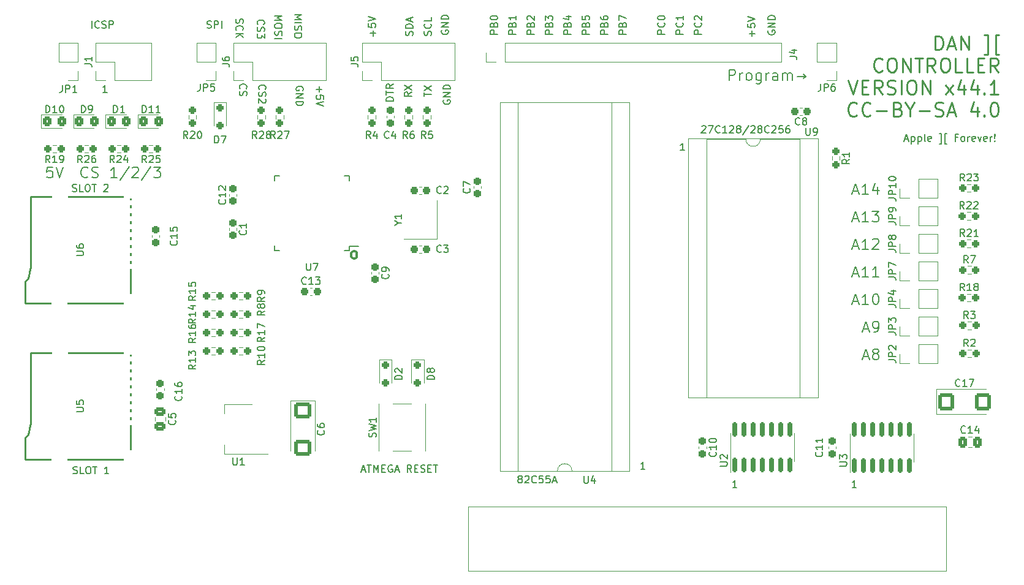
<source format=gbr>
%TF.GenerationSoftware,KiCad,Pcbnew,7.0.6+dfsg-1*%
%TF.CreationDate,2023-08-04T14:19:36+01:00*%
%TF.ProjectId,Apple2Card,4170706c-6532-4436-9172-642e6b696361,rev?*%
%TF.SameCoordinates,Original*%
%TF.FileFunction,Legend,Top*%
%TF.FilePolarity,Positive*%
%FSLAX46Y46*%
G04 Gerber Fmt 4.6, Leading zero omitted, Abs format (unit mm)*
G04 Created by KiCad (PCBNEW 7.0.6+dfsg-1) date 2023-08-04 14:19:36*
%MOMM*%
%LPD*%
G01*
G04 APERTURE LIST*
G04 Aperture macros list*
%AMRoundRect*
0 Rectangle with rounded corners*
0 $1 Rounding radius*
0 $2 $3 $4 $5 $6 $7 $8 $9 X,Y pos of 4 corners*
0 Add a 4 corners polygon primitive as box body*
4,1,4,$2,$3,$4,$5,$6,$7,$8,$9,$2,$3,0*
0 Add four circle primitives for the rounded corners*
1,1,$1+$1,$2,$3*
1,1,$1+$1,$4,$5*
1,1,$1+$1,$6,$7*
1,1,$1+$1,$8,$9*
0 Add four rect primitives between the rounded corners*
20,1,$1+$1,$2,$3,$4,$5,0*
20,1,$1+$1,$4,$5,$6,$7,0*
20,1,$1+$1,$6,$7,$8,$9,0*
20,1,$1+$1,$8,$9,$2,$3,0*%
G04 Aperture macros list end*
%ADD10C,0.187500*%
%ADD11C,0.150000*%
%ADD12C,0.300000*%
%ADD13C,0.250000*%
%ADD14C,0.120000*%
%ADD15C,1.000000*%
%ADD16RoundRect,0.237500X-0.300000X-0.237500X0.300000X-0.237500X0.300000X0.237500X-0.300000X0.237500X0*%
%ADD17RoundRect,0.237500X-0.250000X-0.237500X0.250000X-0.237500X0.250000X0.237500X-0.250000X0.237500X0*%
%ADD18RoundRect,0.237500X0.237500X-0.300000X0.237500X0.300000X-0.237500X0.300000X-0.237500X-0.300000X0*%
%ADD19R,1.700000X1.700000*%
%ADD20O,1.700000X1.700000*%
%ADD21RoundRect,0.237500X0.250000X0.237500X-0.250000X0.237500X-0.250000X-0.237500X0.250000X-0.237500X0*%
%ADD22RoundRect,0.250000X-0.250000X0.250000X-0.250000X-0.250000X0.250000X-0.250000X0.250000X0.250000X0*%
%ADD23RoundRect,0.237500X-0.237500X0.250000X-0.237500X-0.250000X0.237500X-0.250000X0.237500X0.250000X0*%
%ADD24RoundRect,0.250000X-0.325000X-0.450000X0.325000X-0.450000X0.325000X0.450000X-0.325000X0.450000X0*%
%ADD25RoundRect,0.237500X0.300000X0.237500X-0.300000X0.237500X-0.300000X-0.237500X0.300000X-0.237500X0*%
%ADD26R,1.400000X1.600000*%
%ADD27R,2.200000X1.200000*%
%ADD28R,1.600000X0.700000*%
%ADD29R,1.400000X1.200000*%
%ADD30RoundRect,0.237500X-0.237500X0.300000X-0.237500X-0.300000X0.237500X-0.300000X0.237500X0.300000X0*%
%ADD31RoundRect,0.250000X-0.925000X0.875000X-0.925000X-0.875000X0.925000X-0.875000X0.925000X0.875000X0*%
%ADD32R,1.900000X8.530000*%
%ADD33R,1.270000X8.530000*%
%ADD34R,1.910000X8.530000*%
%ADD35RoundRect,0.237500X0.237500X-0.250000X0.237500X0.250000X-0.237500X0.250000X-0.237500X-0.250000X0*%
%ADD36R,2.000000X1.500000*%
%ADD37R,2.000000X3.800000*%
%ADD38R,1.800000X2.100000*%
%ADD39RoundRect,0.250000X-0.875000X-0.925000X0.875000X-0.925000X0.875000X0.925000X-0.875000X0.925000X0*%
%ADD40R,1.500000X0.550000*%
%ADD41R,0.550000X1.500000*%
%ADD42RoundRect,0.150000X0.150000X-0.825000X0.150000X0.825000X-0.150000X0.825000X-0.150000X-0.825000X0*%
%ADD43R,1.600000X1.600000*%
%ADD44O,1.600000X1.600000*%
%ADD45RoundRect,0.250000X-0.475000X0.337500X-0.475000X-0.337500X0.475000X-0.337500X0.475000X0.337500X0*%
%ADD46R,1.300000X1.550000*%
%ADD47RoundRect,0.250000X-0.337500X-0.475000X0.337500X-0.475000X0.337500X0.475000X-0.337500X0.475000X0*%
G04 APERTURE END LIST*
D10*
X171279503Y-50940107D02*
X171993789Y-50940107D01*
X171136646Y-51368678D02*
X171636646Y-49868678D01*
X171636646Y-49868678D02*
X172136646Y-51368678D01*
X173422360Y-51368678D02*
X172565217Y-51368678D01*
X172993788Y-51368678D02*
X172993788Y-49868678D01*
X172993788Y-49868678D02*
X172850931Y-50082964D01*
X172850931Y-50082964D02*
X172708074Y-50225821D01*
X172708074Y-50225821D02*
X172565217Y-50297250D01*
X174708074Y-50368678D02*
X174708074Y-51368678D01*
X174350931Y-49797250D02*
X173993788Y-50868678D01*
X173993788Y-50868678D02*
X174922359Y-50868678D01*
X60674286Y-47582678D02*
X59960000Y-47582678D01*
X59960000Y-47582678D02*
X59888572Y-48296964D01*
X59888572Y-48296964D02*
X59960000Y-48225535D01*
X59960000Y-48225535D02*
X60102858Y-48154107D01*
X60102858Y-48154107D02*
X60460000Y-48154107D01*
X60460000Y-48154107D02*
X60602858Y-48225535D01*
X60602858Y-48225535D02*
X60674286Y-48296964D01*
X60674286Y-48296964D02*
X60745715Y-48439821D01*
X60745715Y-48439821D02*
X60745715Y-48796964D01*
X60745715Y-48796964D02*
X60674286Y-48939821D01*
X60674286Y-48939821D02*
X60602858Y-49011250D01*
X60602858Y-49011250D02*
X60460000Y-49082678D01*
X60460000Y-49082678D02*
X60102858Y-49082678D01*
X60102858Y-49082678D02*
X59960000Y-49011250D01*
X59960000Y-49011250D02*
X59888572Y-48939821D01*
X61174286Y-47582678D02*
X61674286Y-49082678D01*
X61674286Y-49082678D02*
X62174286Y-47582678D01*
D11*
X139942819Y-29210094D02*
X138942819Y-29210094D01*
X138942819Y-29210094D02*
X138942819Y-28829142D01*
X138942819Y-28829142D02*
X138990438Y-28733904D01*
X138990438Y-28733904D02*
X139038057Y-28686285D01*
X139038057Y-28686285D02*
X139133295Y-28638666D01*
X139133295Y-28638666D02*
X139276152Y-28638666D01*
X139276152Y-28638666D02*
X139371390Y-28686285D01*
X139371390Y-28686285D02*
X139419009Y-28733904D01*
X139419009Y-28733904D02*
X139466628Y-28829142D01*
X139466628Y-28829142D02*
X139466628Y-29210094D01*
X139419009Y-27876761D02*
X139466628Y-27733904D01*
X139466628Y-27733904D02*
X139514247Y-27686285D01*
X139514247Y-27686285D02*
X139609485Y-27638666D01*
X139609485Y-27638666D02*
X139752342Y-27638666D01*
X139752342Y-27638666D02*
X139847580Y-27686285D01*
X139847580Y-27686285D02*
X139895200Y-27733904D01*
X139895200Y-27733904D02*
X139942819Y-27829142D01*
X139942819Y-27829142D02*
X139942819Y-28210094D01*
X139942819Y-28210094D02*
X138942819Y-28210094D01*
X138942819Y-28210094D02*
X138942819Y-27876761D01*
X138942819Y-27876761D02*
X138990438Y-27781523D01*
X138990438Y-27781523D02*
X139038057Y-27733904D01*
X139038057Y-27733904D02*
X139133295Y-27686285D01*
X139133295Y-27686285D02*
X139228533Y-27686285D01*
X139228533Y-27686285D02*
X139323771Y-27733904D01*
X139323771Y-27733904D02*
X139371390Y-27781523D01*
X139371390Y-27781523D02*
X139419009Y-27876761D01*
X139419009Y-27876761D02*
X139419009Y-28210094D01*
X138942819Y-27305332D02*
X138942819Y-26638666D01*
X138942819Y-26638666D02*
X139942819Y-27067237D01*
X147816819Y-29210094D02*
X146816819Y-29210094D01*
X146816819Y-29210094D02*
X146816819Y-28829142D01*
X146816819Y-28829142D02*
X146864438Y-28733904D01*
X146864438Y-28733904D02*
X146912057Y-28686285D01*
X146912057Y-28686285D02*
X147007295Y-28638666D01*
X147007295Y-28638666D02*
X147150152Y-28638666D01*
X147150152Y-28638666D02*
X147245390Y-28686285D01*
X147245390Y-28686285D02*
X147293009Y-28733904D01*
X147293009Y-28733904D02*
X147340628Y-28829142D01*
X147340628Y-28829142D02*
X147340628Y-29210094D01*
X147721580Y-27638666D02*
X147769200Y-27686285D01*
X147769200Y-27686285D02*
X147816819Y-27829142D01*
X147816819Y-27829142D02*
X147816819Y-27924380D01*
X147816819Y-27924380D02*
X147769200Y-28067237D01*
X147769200Y-28067237D02*
X147673961Y-28162475D01*
X147673961Y-28162475D02*
X147578723Y-28210094D01*
X147578723Y-28210094D02*
X147388247Y-28257713D01*
X147388247Y-28257713D02*
X147245390Y-28257713D01*
X147245390Y-28257713D02*
X147054914Y-28210094D01*
X147054914Y-28210094D02*
X146959676Y-28162475D01*
X146959676Y-28162475D02*
X146864438Y-28067237D01*
X146864438Y-28067237D02*
X146816819Y-27924380D01*
X146816819Y-27924380D02*
X146816819Y-27829142D01*
X146816819Y-27829142D02*
X146864438Y-27686285D01*
X146864438Y-27686285D02*
X146912057Y-27638666D01*
X147816819Y-26686285D02*
X147816819Y-27257713D01*
X147816819Y-26971999D02*
X146816819Y-26971999D01*
X146816819Y-26971999D02*
X146959676Y-27067237D01*
X146959676Y-27067237D02*
X147054914Y-27162475D01*
X147054914Y-27162475D02*
X147102533Y-27257713D01*
X150368762Y-41968057D02*
X150416381Y-41920438D01*
X150416381Y-41920438D02*
X150511619Y-41872819D01*
X150511619Y-41872819D02*
X150749714Y-41872819D01*
X150749714Y-41872819D02*
X150844952Y-41920438D01*
X150844952Y-41920438D02*
X150892571Y-41968057D01*
X150892571Y-41968057D02*
X150940190Y-42063295D01*
X150940190Y-42063295D02*
X150940190Y-42158533D01*
X150940190Y-42158533D02*
X150892571Y-42301390D01*
X150892571Y-42301390D02*
X150321143Y-42872819D01*
X150321143Y-42872819D02*
X150940190Y-42872819D01*
X151273524Y-41872819D02*
X151940190Y-41872819D01*
X151940190Y-41872819D02*
X151511619Y-42872819D01*
X152892571Y-42777580D02*
X152844952Y-42825200D01*
X152844952Y-42825200D02*
X152702095Y-42872819D01*
X152702095Y-42872819D02*
X152606857Y-42872819D01*
X152606857Y-42872819D02*
X152464000Y-42825200D01*
X152464000Y-42825200D02*
X152368762Y-42729961D01*
X152368762Y-42729961D02*
X152321143Y-42634723D01*
X152321143Y-42634723D02*
X152273524Y-42444247D01*
X152273524Y-42444247D02*
X152273524Y-42301390D01*
X152273524Y-42301390D02*
X152321143Y-42110914D01*
X152321143Y-42110914D02*
X152368762Y-42015676D01*
X152368762Y-42015676D02*
X152464000Y-41920438D01*
X152464000Y-41920438D02*
X152606857Y-41872819D01*
X152606857Y-41872819D02*
X152702095Y-41872819D01*
X152702095Y-41872819D02*
X152844952Y-41920438D01*
X152844952Y-41920438D02*
X152892571Y-41968057D01*
X153844952Y-42872819D02*
X153273524Y-42872819D01*
X153559238Y-42872819D02*
X153559238Y-41872819D01*
X153559238Y-41872819D02*
X153464000Y-42015676D01*
X153464000Y-42015676D02*
X153368762Y-42110914D01*
X153368762Y-42110914D02*
X153273524Y-42158533D01*
X154225905Y-41968057D02*
X154273524Y-41920438D01*
X154273524Y-41920438D02*
X154368762Y-41872819D01*
X154368762Y-41872819D02*
X154606857Y-41872819D01*
X154606857Y-41872819D02*
X154702095Y-41920438D01*
X154702095Y-41920438D02*
X154749714Y-41968057D01*
X154749714Y-41968057D02*
X154797333Y-42063295D01*
X154797333Y-42063295D02*
X154797333Y-42158533D01*
X154797333Y-42158533D02*
X154749714Y-42301390D01*
X154749714Y-42301390D02*
X154178286Y-42872819D01*
X154178286Y-42872819D02*
X154797333Y-42872819D01*
X155368762Y-42301390D02*
X155273524Y-42253771D01*
X155273524Y-42253771D02*
X155225905Y-42206152D01*
X155225905Y-42206152D02*
X155178286Y-42110914D01*
X155178286Y-42110914D02*
X155178286Y-42063295D01*
X155178286Y-42063295D02*
X155225905Y-41968057D01*
X155225905Y-41968057D02*
X155273524Y-41920438D01*
X155273524Y-41920438D02*
X155368762Y-41872819D01*
X155368762Y-41872819D02*
X155559238Y-41872819D01*
X155559238Y-41872819D02*
X155654476Y-41920438D01*
X155654476Y-41920438D02*
X155702095Y-41968057D01*
X155702095Y-41968057D02*
X155749714Y-42063295D01*
X155749714Y-42063295D02*
X155749714Y-42110914D01*
X155749714Y-42110914D02*
X155702095Y-42206152D01*
X155702095Y-42206152D02*
X155654476Y-42253771D01*
X155654476Y-42253771D02*
X155559238Y-42301390D01*
X155559238Y-42301390D02*
X155368762Y-42301390D01*
X155368762Y-42301390D02*
X155273524Y-42349009D01*
X155273524Y-42349009D02*
X155225905Y-42396628D01*
X155225905Y-42396628D02*
X155178286Y-42491866D01*
X155178286Y-42491866D02*
X155178286Y-42682342D01*
X155178286Y-42682342D02*
X155225905Y-42777580D01*
X155225905Y-42777580D02*
X155273524Y-42825200D01*
X155273524Y-42825200D02*
X155368762Y-42872819D01*
X155368762Y-42872819D02*
X155559238Y-42872819D01*
X155559238Y-42872819D02*
X155654476Y-42825200D01*
X155654476Y-42825200D02*
X155702095Y-42777580D01*
X155702095Y-42777580D02*
X155749714Y-42682342D01*
X155749714Y-42682342D02*
X155749714Y-42491866D01*
X155749714Y-42491866D02*
X155702095Y-42396628D01*
X155702095Y-42396628D02*
X155654476Y-42349009D01*
X155654476Y-42349009D02*
X155559238Y-42301390D01*
X156892571Y-41825200D02*
X156035429Y-43110914D01*
X157178286Y-41968057D02*
X157225905Y-41920438D01*
X157225905Y-41920438D02*
X157321143Y-41872819D01*
X157321143Y-41872819D02*
X157559238Y-41872819D01*
X157559238Y-41872819D02*
X157654476Y-41920438D01*
X157654476Y-41920438D02*
X157702095Y-41968057D01*
X157702095Y-41968057D02*
X157749714Y-42063295D01*
X157749714Y-42063295D02*
X157749714Y-42158533D01*
X157749714Y-42158533D02*
X157702095Y-42301390D01*
X157702095Y-42301390D02*
X157130667Y-42872819D01*
X157130667Y-42872819D02*
X157749714Y-42872819D01*
X158321143Y-42301390D02*
X158225905Y-42253771D01*
X158225905Y-42253771D02*
X158178286Y-42206152D01*
X158178286Y-42206152D02*
X158130667Y-42110914D01*
X158130667Y-42110914D02*
X158130667Y-42063295D01*
X158130667Y-42063295D02*
X158178286Y-41968057D01*
X158178286Y-41968057D02*
X158225905Y-41920438D01*
X158225905Y-41920438D02*
X158321143Y-41872819D01*
X158321143Y-41872819D02*
X158511619Y-41872819D01*
X158511619Y-41872819D02*
X158606857Y-41920438D01*
X158606857Y-41920438D02*
X158654476Y-41968057D01*
X158654476Y-41968057D02*
X158702095Y-42063295D01*
X158702095Y-42063295D02*
X158702095Y-42110914D01*
X158702095Y-42110914D02*
X158654476Y-42206152D01*
X158654476Y-42206152D02*
X158606857Y-42253771D01*
X158606857Y-42253771D02*
X158511619Y-42301390D01*
X158511619Y-42301390D02*
X158321143Y-42301390D01*
X158321143Y-42301390D02*
X158225905Y-42349009D01*
X158225905Y-42349009D02*
X158178286Y-42396628D01*
X158178286Y-42396628D02*
X158130667Y-42491866D01*
X158130667Y-42491866D02*
X158130667Y-42682342D01*
X158130667Y-42682342D02*
X158178286Y-42777580D01*
X158178286Y-42777580D02*
X158225905Y-42825200D01*
X158225905Y-42825200D02*
X158321143Y-42872819D01*
X158321143Y-42872819D02*
X158511619Y-42872819D01*
X158511619Y-42872819D02*
X158606857Y-42825200D01*
X158606857Y-42825200D02*
X158654476Y-42777580D01*
X158654476Y-42777580D02*
X158702095Y-42682342D01*
X158702095Y-42682342D02*
X158702095Y-42491866D01*
X158702095Y-42491866D02*
X158654476Y-42396628D01*
X158654476Y-42396628D02*
X158606857Y-42349009D01*
X158606857Y-42349009D02*
X158511619Y-42301390D01*
X159702095Y-42777580D02*
X159654476Y-42825200D01*
X159654476Y-42825200D02*
X159511619Y-42872819D01*
X159511619Y-42872819D02*
X159416381Y-42872819D01*
X159416381Y-42872819D02*
X159273524Y-42825200D01*
X159273524Y-42825200D02*
X159178286Y-42729961D01*
X159178286Y-42729961D02*
X159130667Y-42634723D01*
X159130667Y-42634723D02*
X159083048Y-42444247D01*
X159083048Y-42444247D02*
X159083048Y-42301390D01*
X159083048Y-42301390D02*
X159130667Y-42110914D01*
X159130667Y-42110914D02*
X159178286Y-42015676D01*
X159178286Y-42015676D02*
X159273524Y-41920438D01*
X159273524Y-41920438D02*
X159416381Y-41872819D01*
X159416381Y-41872819D02*
X159511619Y-41872819D01*
X159511619Y-41872819D02*
X159654476Y-41920438D01*
X159654476Y-41920438D02*
X159702095Y-41968057D01*
X160083048Y-41968057D02*
X160130667Y-41920438D01*
X160130667Y-41920438D02*
X160225905Y-41872819D01*
X160225905Y-41872819D02*
X160464000Y-41872819D01*
X160464000Y-41872819D02*
X160559238Y-41920438D01*
X160559238Y-41920438D02*
X160606857Y-41968057D01*
X160606857Y-41968057D02*
X160654476Y-42063295D01*
X160654476Y-42063295D02*
X160654476Y-42158533D01*
X160654476Y-42158533D02*
X160606857Y-42301390D01*
X160606857Y-42301390D02*
X160035429Y-42872819D01*
X160035429Y-42872819D02*
X160654476Y-42872819D01*
X161559238Y-41872819D02*
X161083048Y-41872819D01*
X161083048Y-41872819D02*
X161035429Y-42349009D01*
X161035429Y-42349009D02*
X161083048Y-42301390D01*
X161083048Y-42301390D02*
X161178286Y-42253771D01*
X161178286Y-42253771D02*
X161416381Y-42253771D01*
X161416381Y-42253771D02*
X161511619Y-42301390D01*
X161511619Y-42301390D02*
X161559238Y-42349009D01*
X161559238Y-42349009D02*
X161606857Y-42444247D01*
X161606857Y-42444247D02*
X161606857Y-42682342D01*
X161606857Y-42682342D02*
X161559238Y-42777580D01*
X161559238Y-42777580D02*
X161511619Y-42825200D01*
X161511619Y-42825200D02*
X161416381Y-42872819D01*
X161416381Y-42872819D02*
X161178286Y-42872819D01*
X161178286Y-42872819D02*
X161083048Y-42825200D01*
X161083048Y-42825200D02*
X161035429Y-42777580D01*
X162464000Y-41872819D02*
X162273524Y-41872819D01*
X162273524Y-41872819D02*
X162178286Y-41920438D01*
X162178286Y-41920438D02*
X162130667Y-41968057D01*
X162130667Y-41968057D02*
X162035429Y-42110914D01*
X162035429Y-42110914D02*
X161987810Y-42301390D01*
X161987810Y-42301390D02*
X161987810Y-42682342D01*
X161987810Y-42682342D02*
X162035429Y-42777580D01*
X162035429Y-42777580D02*
X162083048Y-42825200D01*
X162083048Y-42825200D02*
X162178286Y-42872819D01*
X162178286Y-42872819D02*
X162368762Y-42872819D01*
X162368762Y-42872819D02*
X162464000Y-42825200D01*
X162464000Y-42825200D02*
X162511619Y-42777580D01*
X162511619Y-42777580D02*
X162559238Y-42682342D01*
X162559238Y-42682342D02*
X162559238Y-42444247D01*
X162559238Y-42444247D02*
X162511619Y-42349009D01*
X162511619Y-42349009D02*
X162464000Y-42301390D01*
X162464000Y-42301390D02*
X162368762Y-42253771D01*
X162368762Y-42253771D02*
X162178286Y-42253771D01*
X162178286Y-42253771D02*
X162083048Y-42301390D01*
X162083048Y-42301390D02*
X162035429Y-42349009D01*
X162035429Y-42349009D02*
X161987810Y-42444247D01*
X66087810Y-28394819D02*
X66087810Y-27394819D01*
X67135428Y-28299580D02*
X67087809Y-28347200D01*
X67087809Y-28347200D02*
X66944952Y-28394819D01*
X66944952Y-28394819D02*
X66849714Y-28394819D01*
X66849714Y-28394819D02*
X66706857Y-28347200D01*
X66706857Y-28347200D02*
X66611619Y-28251961D01*
X66611619Y-28251961D02*
X66564000Y-28156723D01*
X66564000Y-28156723D02*
X66516381Y-27966247D01*
X66516381Y-27966247D02*
X66516381Y-27823390D01*
X66516381Y-27823390D02*
X66564000Y-27632914D01*
X66564000Y-27632914D02*
X66611619Y-27537676D01*
X66611619Y-27537676D02*
X66706857Y-27442438D01*
X66706857Y-27442438D02*
X66849714Y-27394819D01*
X66849714Y-27394819D02*
X66944952Y-27394819D01*
X66944952Y-27394819D02*
X67087809Y-27442438D01*
X67087809Y-27442438D02*
X67135428Y-27490057D01*
X67516381Y-28347200D02*
X67659238Y-28394819D01*
X67659238Y-28394819D02*
X67897333Y-28394819D01*
X67897333Y-28394819D02*
X67992571Y-28347200D01*
X67992571Y-28347200D02*
X68040190Y-28299580D01*
X68040190Y-28299580D02*
X68087809Y-28204342D01*
X68087809Y-28204342D02*
X68087809Y-28109104D01*
X68087809Y-28109104D02*
X68040190Y-28013866D01*
X68040190Y-28013866D02*
X67992571Y-27966247D01*
X67992571Y-27966247D02*
X67897333Y-27918628D01*
X67897333Y-27918628D02*
X67706857Y-27871009D01*
X67706857Y-27871009D02*
X67611619Y-27823390D01*
X67611619Y-27823390D02*
X67564000Y-27775771D01*
X67564000Y-27775771D02*
X67516381Y-27680533D01*
X67516381Y-27680533D02*
X67516381Y-27585295D01*
X67516381Y-27585295D02*
X67564000Y-27490057D01*
X67564000Y-27490057D02*
X67611619Y-27442438D01*
X67611619Y-27442438D02*
X67706857Y-27394819D01*
X67706857Y-27394819D02*
X67944952Y-27394819D01*
X67944952Y-27394819D02*
X68087809Y-27442438D01*
X68516381Y-28394819D02*
X68516381Y-27394819D01*
X68516381Y-27394819D02*
X68897333Y-27394819D01*
X68897333Y-27394819D02*
X68992571Y-27442438D01*
X68992571Y-27442438D02*
X69040190Y-27490057D01*
X69040190Y-27490057D02*
X69087809Y-27585295D01*
X69087809Y-27585295D02*
X69087809Y-27728152D01*
X69087809Y-27728152D02*
X69040190Y-27823390D01*
X69040190Y-27823390D02*
X68992571Y-27871009D01*
X68992571Y-27871009D02*
X68897333Y-27918628D01*
X68897333Y-27918628D02*
X68516381Y-27918628D01*
X114696438Y-38348904D02*
X114648819Y-38444142D01*
X114648819Y-38444142D02*
X114648819Y-38586999D01*
X114648819Y-38586999D02*
X114696438Y-38729856D01*
X114696438Y-38729856D02*
X114791676Y-38825094D01*
X114791676Y-38825094D02*
X114886914Y-38872713D01*
X114886914Y-38872713D02*
X115077390Y-38920332D01*
X115077390Y-38920332D02*
X115220247Y-38920332D01*
X115220247Y-38920332D02*
X115410723Y-38872713D01*
X115410723Y-38872713D02*
X115505961Y-38825094D01*
X115505961Y-38825094D02*
X115601200Y-38729856D01*
X115601200Y-38729856D02*
X115648819Y-38586999D01*
X115648819Y-38586999D02*
X115648819Y-38491761D01*
X115648819Y-38491761D02*
X115601200Y-38348904D01*
X115601200Y-38348904D02*
X115553580Y-38301285D01*
X115553580Y-38301285D02*
X115220247Y-38301285D01*
X115220247Y-38301285D02*
X115220247Y-38491761D01*
X115648819Y-37872713D02*
X114648819Y-37872713D01*
X114648819Y-37872713D02*
X115648819Y-37301285D01*
X115648819Y-37301285D02*
X114648819Y-37301285D01*
X115648819Y-36825094D02*
X114648819Y-36825094D01*
X114648819Y-36825094D02*
X114648819Y-36586999D01*
X114648819Y-36586999D02*
X114696438Y-36444142D01*
X114696438Y-36444142D02*
X114791676Y-36348904D01*
X114791676Y-36348904D02*
X114886914Y-36301285D01*
X114886914Y-36301285D02*
X115077390Y-36253666D01*
X115077390Y-36253666D02*
X115220247Y-36253666D01*
X115220247Y-36253666D02*
X115410723Y-36301285D01*
X115410723Y-36301285D02*
X115505961Y-36348904D01*
X115505961Y-36348904D02*
X115601200Y-36444142D01*
X115601200Y-36444142D02*
X115648819Y-36586999D01*
X115648819Y-36586999D02*
X115648819Y-36825094D01*
X110288819Y-37245666D02*
X109812628Y-37578999D01*
X110288819Y-37817094D02*
X109288819Y-37817094D01*
X109288819Y-37817094D02*
X109288819Y-37436142D01*
X109288819Y-37436142D02*
X109336438Y-37340904D01*
X109336438Y-37340904D02*
X109384057Y-37293285D01*
X109384057Y-37293285D02*
X109479295Y-37245666D01*
X109479295Y-37245666D02*
X109622152Y-37245666D01*
X109622152Y-37245666D02*
X109717390Y-37293285D01*
X109717390Y-37293285D02*
X109765009Y-37340904D01*
X109765009Y-37340904D02*
X109812628Y-37436142D01*
X109812628Y-37436142D02*
X109812628Y-37817094D01*
X109288819Y-36912332D02*
X110288819Y-36245666D01*
X109288819Y-36245666D02*
X110288819Y-36912332D01*
D12*
X102241796Y-60227428D02*
X102098939Y-60156000D01*
X102098939Y-60156000D02*
X102027510Y-60084571D01*
X102027510Y-60084571D02*
X101956082Y-59941714D01*
X101956082Y-59941714D02*
X101956082Y-59513142D01*
X101956082Y-59513142D02*
X102027510Y-59370285D01*
X102027510Y-59370285D02*
X102098939Y-59298857D01*
X102098939Y-59298857D02*
X102241796Y-59227428D01*
X102241796Y-59227428D02*
X102456082Y-59227428D01*
X102456082Y-59227428D02*
X102598939Y-59298857D01*
X102598939Y-59298857D02*
X102670368Y-59370285D01*
X102670368Y-59370285D02*
X102741796Y-59513142D01*
X102741796Y-59513142D02*
X102741796Y-59941714D01*
X102741796Y-59941714D02*
X102670368Y-60084571D01*
X102670368Y-60084571D02*
X102598939Y-60156000D01*
X102598939Y-60156000D02*
X102456082Y-60227428D01*
X102456082Y-60227428D02*
X102241796Y-60227428D01*
D11*
X103370714Y-89479104D02*
X103846904Y-89479104D01*
X103275476Y-89764819D02*
X103608809Y-88764819D01*
X103608809Y-88764819D02*
X103942142Y-89764819D01*
X104132619Y-88764819D02*
X104704047Y-88764819D01*
X104418333Y-89764819D02*
X104418333Y-88764819D01*
X105037381Y-89764819D02*
X105037381Y-88764819D01*
X105037381Y-88764819D02*
X105370714Y-89479104D01*
X105370714Y-89479104D02*
X105704047Y-88764819D01*
X105704047Y-88764819D02*
X105704047Y-89764819D01*
X106180238Y-89241009D02*
X106513571Y-89241009D01*
X106656428Y-89764819D02*
X106180238Y-89764819D01*
X106180238Y-89764819D02*
X106180238Y-88764819D01*
X106180238Y-88764819D02*
X106656428Y-88764819D01*
X107608809Y-88812438D02*
X107513571Y-88764819D01*
X107513571Y-88764819D02*
X107370714Y-88764819D01*
X107370714Y-88764819D02*
X107227857Y-88812438D01*
X107227857Y-88812438D02*
X107132619Y-88907676D01*
X107132619Y-88907676D02*
X107085000Y-89002914D01*
X107085000Y-89002914D02*
X107037381Y-89193390D01*
X107037381Y-89193390D02*
X107037381Y-89336247D01*
X107037381Y-89336247D02*
X107085000Y-89526723D01*
X107085000Y-89526723D02*
X107132619Y-89621961D01*
X107132619Y-89621961D02*
X107227857Y-89717200D01*
X107227857Y-89717200D02*
X107370714Y-89764819D01*
X107370714Y-89764819D02*
X107465952Y-89764819D01*
X107465952Y-89764819D02*
X107608809Y-89717200D01*
X107608809Y-89717200D02*
X107656428Y-89669580D01*
X107656428Y-89669580D02*
X107656428Y-89336247D01*
X107656428Y-89336247D02*
X107465952Y-89336247D01*
X108037381Y-89479104D02*
X108513571Y-89479104D01*
X107942143Y-89764819D02*
X108275476Y-88764819D01*
X108275476Y-88764819D02*
X108608809Y-89764819D01*
X110275476Y-89764819D02*
X109942143Y-89288628D01*
X109704048Y-89764819D02*
X109704048Y-88764819D01*
X109704048Y-88764819D02*
X110085000Y-88764819D01*
X110085000Y-88764819D02*
X110180238Y-88812438D01*
X110180238Y-88812438D02*
X110227857Y-88860057D01*
X110227857Y-88860057D02*
X110275476Y-88955295D01*
X110275476Y-88955295D02*
X110275476Y-89098152D01*
X110275476Y-89098152D02*
X110227857Y-89193390D01*
X110227857Y-89193390D02*
X110180238Y-89241009D01*
X110180238Y-89241009D02*
X110085000Y-89288628D01*
X110085000Y-89288628D02*
X109704048Y-89288628D01*
X110704048Y-89241009D02*
X111037381Y-89241009D01*
X111180238Y-89764819D02*
X110704048Y-89764819D01*
X110704048Y-89764819D02*
X110704048Y-88764819D01*
X110704048Y-88764819D02*
X111180238Y-88764819D01*
X111561191Y-89717200D02*
X111704048Y-89764819D01*
X111704048Y-89764819D02*
X111942143Y-89764819D01*
X111942143Y-89764819D02*
X112037381Y-89717200D01*
X112037381Y-89717200D02*
X112085000Y-89669580D01*
X112085000Y-89669580D02*
X112132619Y-89574342D01*
X112132619Y-89574342D02*
X112132619Y-89479104D01*
X112132619Y-89479104D02*
X112085000Y-89383866D01*
X112085000Y-89383866D02*
X112037381Y-89336247D01*
X112037381Y-89336247D02*
X111942143Y-89288628D01*
X111942143Y-89288628D02*
X111751667Y-89241009D01*
X111751667Y-89241009D02*
X111656429Y-89193390D01*
X111656429Y-89193390D02*
X111608810Y-89145771D01*
X111608810Y-89145771D02*
X111561191Y-89050533D01*
X111561191Y-89050533D02*
X111561191Y-88955295D01*
X111561191Y-88955295D02*
X111608810Y-88860057D01*
X111608810Y-88860057D02*
X111656429Y-88812438D01*
X111656429Y-88812438D02*
X111751667Y-88764819D01*
X111751667Y-88764819D02*
X111989762Y-88764819D01*
X111989762Y-88764819D02*
X112132619Y-88812438D01*
X112561191Y-89241009D02*
X112894524Y-89241009D01*
X113037381Y-89764819D02*
X112561191Y-89764819D01*
X112561191Y-89764819D02*
X112561191Y-88764819D01*
X112561191Y-88764819D02*
X113037381Y-88764819D01*
X113323096Y-88764819D02*
X113894524Y-88764819D01*
X113608810Y-89764819D02*
X113608810Y-88764819D01*
X124702819Y-29210094D02*
X123702819Y-29210094D01*
X123702819Y-29210094D02*
X123702819Y-28829142D01*
X123702819Y-28829142D02*
X123750438Y-28733904D01*
X123750438Y-28733904D02*
X123798057Y-28686285D01*
X123798057Y-28686285D02*
X123893295Y-28638666D01*
X123893295Y-28638666D02*
X124036152Y-28638666D01*
X124036152Y-28638666D02*
X124131390Y-28686285D01*
X124131390Y-28686285D02*
X124179009Y-28733904D01*
X124179009Y-28733904D02*
X124226628Y-28829142D01*
X124226628Y-28829142D02*
X124226628Y-29210094D01*
X124179009Y-27876761D02*
X124226628Y-27733904D01*
X124226628Y-27733904D02*
X124274247Y-27686285D01*
X124274247Y-27686285D02*
X124369485Y-27638666D01*
X124369485Y-27638666D02*
X124512342Y-27638666D01*
X124512342Y-27638666D02*
X124607580Y-27686285D01*
X124607580Y-27686285D02*
X124655200Y-27733904D01*
X124655200Y-27733904D02*
X124702819Y-27829142D01*
X124702819Y-27829142D02*
X124702819Y-28210094D01*
X124702819Y-28210094D02*
X123702819Y-28210094D01*
X123702819Y-28210094D02*
X123702819Y-27876761D01*
X123702819Y-27876761D02*
X123750438Y-27781523D01*
X123750438Y-27781523D02*
X123798057Y-27733904D01*
X123798057Y-27733904D02*
X123893295Y-27686285D01*
X123893295Y-27686285D02*
X123988533Y-27686285D01*
X123988533Y-27686285D02*
X124083771Y-27733904D01*
X124083771Y-27733904D02*
X124131390Y-27781523D01*
X124131390Y-27781523D02*
X124179009Y-27876761D01*
X124179009Y-27876761D02*
X124179009Y-28210094D01*
X124702819Y-26686285D02*
X124702819Y-27257713D01*
X124702819Y-26971999D02*
X123702819Y-26971999D01*
X123702819Y-26971999D02*
X123845676Y-27067237D01*
X123845676Y-27067237D02*
X123940914Y-27162475D01*
X123940914Y-27162475D02*
X123988533Y-27257713D01*
X63536819Y-89942200D02*
X63679676Y-89989819D01*
X63679676Y-89989819D02*
X63917771Y-89989819D01*
X63917771Y-89989819D02*
X64013009Y-89942200D01*
X64013009Y-89942200D02*
X64060628Y-89894580D01*
X64060628Y-89894580D02*
X64108247Y-89799342D01*
X64108247Y-89799342D02*
X64108247Y-89704104D01*
X64108247Y-89704104D02*
X64060628Y-89608866D01*
X64060628Y-89608866D02*
X64013009Y-89561247D01*
X64013009Y-89561247D02*
X63917771Y-89513628D01*
X63917771Y-89513628D02*
X63727295Y-89466009D01*
X63727295Y-89466009D02*
X63632057Y-89418390D01*
X63632057Y-89418390D02*
X63584438Y-89370771D01*
X63584438Y-89370771D02*
X63536819Y-89275533D01*
X63536819Y-89275533D02*
X63536819Y-89180295D01*
X63536819Y-89180295D02*
X63584438Y-89085057D01*
X63584438Y-89085057D02*
X63632057Y-89037438D01*
X63632057Y-89037438D02*
X63727295Y-88989819D01*
X63727295Y-88989819D02*
X63965390Y-88989819D01*
X63965390Y-88989819D02*
X64108247Y-89037438D01*
X65013009Y-89989819D02*
X64536819Y-89989819D01*
X64536819Y-89989819D02*
X64536819Y-88989819D01*
X65536819Y-88989819D02*
X65727295Y-88989819D01*
X65727295Y-88989819D02*
X65822533Y-89037438D01*
X65822533Y-89037438D02*
X65917771Y-89132676D01*
X65917771Y-89132676D02*
X65965390Y-89323152D01*
X65965390Y-89323152D02*
X65965390Y-89656485D01*
X65965390Y-89656485D02*
X65917771Y-89846961D01*
X65917771Y-89846961D02*
X65822533Y-89942200D01*
X65822533Y-89942200D02*
X65727295Y-89989819D01*
X65727295Y-89989819D02*
X65536819Y-89989819D01*
X65536819Y-89989819D02*
X65441581Y-89942200D01*
X65441581Y-89942200D02*
X65346343Y-89846961D01*
X65346343Y-89846961D02*
X65298724Y-89656485D01*
X65298724Y-89656485D02*
X65298724Y-89323152D01*
X65298724Y-89323152D02*
X65346343Y-89132676D01*
X65346343Y-89132676D02*
X65441581Y-89037438D01*
X65441581Y-89037438D02*
X65536819Y-88989819D01*
X66251105Y-88989819D02*
X66822533Y-88989819D01*
X66536819Y-89989819D02*
X66536819Y-88989819D01*
X68441581Y-89989819D02*
X67870153Y-89989819D01*
X68155867Y-89989819D02*
X68155867Y-88989819D01*
X68155867Y-88989819D02*
X68060629Y-89132676D01*
X68060629Y-89132676D02*
X67965391Y-89227914D01*
X67965391Y-89227914D02*
X67870153Y-89275533D01*
X178441903Y-43749104D02*
X178918093Y-43749104D01*
X178346665Y-44034819D02*
X178679998Y-43034819D01*
X178679998Y-43034819D02*
X179013331Y-44034819D01*
X179346665Y-43368152D02*
X179346665Y-44368152D01*
X179346665Y-43415771D02*
X179441903Y-43368152D01*
X179441903Y-43368152D02*
X179632379Y-43368152D01*
X179632379Y-43368152D02*
X179727617Y-43415771D01*
X179727617Y-43415771D02*
X179775236Y-43463390D01*
X179775236Y-43463390D02*
X179822855Y-43558628D01*
X179822855Y-43558628D02*
X179822855Y-43844342D01*
X179822855Y-43844342D02*
X179775236Y-43939580D01*
X179775236Y-43939580D02*
X179727617Y-43987200D01*
X179727617Y-43987200D02*
X179632379Y-44034819D01*
X179632379Y-44034819D02*
X179441903Y-44034819D01*
X179441903Y-44034819D02*
X179346665Y-43987200D01*
X180251427Y-43368152D02*
X180251427Y-44368152D01*
X180251427Y-43415771D02*
X180346665Y-43368152D01*
X180346665Y-43368152D02*
X180537141Y-43368152D01*
X180537141Y-43368152D02*
X180632379Y-43415771D01*
X180632379Y-43415771D02*
X180679998Y-43463390D01*
X180679998Y-43463390D02*
X180727617Y-43558628D01*
X180727617Y-43558628D02*
X180727617Y-43844342D01*
X180727617Y-43844342D02*
X180679998Y-43939580D01*
X180679998Y-43939580D02*
X180632379Y-43987200D01*
X180632379Y-43987200D02*
X180537141Y-44034819D01*
X180537141Y-44034819D02*
X180346665Y-44034819D01*
X180346665Y-44034819D02*
X180251427Y-43987200D01*
X181299046Y-44034819D02*
X181203808Y-43987200D01*
X181203808Y-43987200D02*
X181156189Y-43891961D01*
X181156189Y-43891961D02*
X181156189Y-43034819D01*
X182060951Y-43987200D02*
X181965713Y-44034819D01*
X181965713Y-44034819D02*
X181775237Y-44034819D01*
X181775237Y-44034819D02*
X181679999Y-43987200D01*
X181679999Y-43987200D02*
X181632380Y-43891961D01*
X181632380Y-43891961D02*
X181632380Y-43511009D01*
X181632380Y-43511009D02*
X181679999Y-43415771D01*
X181679999Y-43415771D02*
X181775237Y-43368152D01*
X181775237Y-43368152D02*
X181965713Y-43368152D01*
X181965713Y-43368152D02*
X182060951Y-43415771D01*
X182060951Y-43415771D02*
X182108570Y-43511009D01*
X182108570Y-43511009D02*
X182108570Y-43606247D01*
X182108570Y-43606247D02*
X181632380Y-43701485D01*
X183203809Y-44368152D02*
X183441904Y-44368152D01*
X183441904Y-44368152D02*
X183441904Y-42939580D01*
X183441904Y-42939580D02*
X183203809Y-42939580D01*
X184251428Y-44368152D02*
X184013333Y-44368152D01*
X184013333Y-44368152D02*
X184013333Y-42939580D01*
X184013333Y-42939580D02*
X184251428Y-42939580D01*
X185727619Y-43511009D02*
X185394286Y-43511009D01*
X185394286Y-44034819D02*
X185394286Y-43034819D01*
X185394286Y-43034819D02*
X185870476Y-43034819D01*
X186394286Y-44034819D02*
X186299048Y-43987200D01*
X186299048Y-43987200D02*
X186251429Y-43939580D01*
X186251429Y-43939580D02*
X186203810Y-43844342D01*
X186203810Y-43844342D02*
X186203810Y-43558628D01*
X186203810Y-43558628D02*
X186251429Y-43463390D01*
X186251429Y-43463390D02*
X186299048Y-43415771D01*
X186299048Y-43415771D02*
X186394286Y-43368152D01*
X186394286Y-43368152D02*
X186537143Y-43368152D01*
X186537143Y-43368152D02*
X186632381Y-43415771D01*
X186632381Y-43415771D02*
X186680000Y-43463390D01*
X186680000Y-43463390D02*
X186727619Y-43558628D01*
X186727619Y-43558628D02*
X186727619Y-43844342D01*
X186727619Y-43844342D02*
X186680000Y-43939580D01*
X186680000Y-43939580D02*
X186632381Y-43987200D01*
X186632381Y-43987200D02*
X186537143Y-44034819D01*
X186537143Y-44034819D02*
X186394286Y-44034819D01*
X187156191Y-44034819D02*
X187156191Y-43368152D01*
X187156191Y-43558628D02*
X187203810Y-43463390D01*
X187203810Y-43463390D02*
X187251429Y-43415771D01*
X187251429Y-43415771D02*
X187346667Y-43368152D01*
X187346667Y-43368152D02*
X187441905Y-43368152D01*
X188156191Y-43987200D02*
X188060953Y-44034819D01*
X188060953Y-44034819D02*
X187870477Y-44034819D01*
X187870477Y-44034819D02*
X187775239Y-43987200D01*
X187775239Y-43987200D02*
X187727620Y-43891961D01*
X187727620Y-43891961D02*
X187727620Y-43511009D01*
X187727620Y-43511009D02*
X187775239Y-43415771D01*
X187775239Y-43415771D02*
X187870477Y-43368152D01*
X187870477Y-43368152D02*
X188060953Y-43368152D01*
X188060953Y-43368152D02*
X188156191Y-43415771D01*
X188156191Y-43415771D02*
X188203810Y-43511009D01*
X188203810Y-43511009D02*
X188203810Y-43606247D01*
X188203810Y-43606247D02*
X187727620Y-43701485D01*
X188537144Y-43368152D02*
X188775239Y-44034819D01*
X188775239Y-44034819D02*
X189013334Y-43368152D01*
X189775239Y-43987200D02*
X189680001Y-44034819D01*
X189680001Y-44034819D02*
X189489525Y-44034819D01*
X189489525Y-44034819D02*
X189394287Y-43987200D01*
X189394287Y-43987200D02*
X189346668Y-43891961D01*
X189346668Y-43891961D02*
X189346668Y-43511009D01*
X189346668Y-43511009D02*
X189394287Y-43415771D01*
X189394287Y-43415771D02*
X189489525Y-43368152D01*
X189489525Y-43368152D02*
X189680001Y-43368152D01*
X189680001Y-43368152D02*
X189775239Y-43415771D01*
X189775239Y-43415771D02*
X189822858Y-43511009D01*
X189822858Y-43511009D02*
X189822858Y-43606247D01*
X189822858Y-43606247D02*
X189346668Y-43701485D01*
X190251430Y-44034819D02*
X190251430Y-43368152D01*
X190251430Y-43558628D02*
X190299049Y-43463390D01*
X190299049Y-43463390D02*
X190346668Y-43415771D01*
X190346668Y-43415771D02*
X190441906Y-43368152D01*
X190441906Y-43368152D02*
X190537144Y-43368152D01*
X190870478Y-43939580D02*
X190918097Y-43987200D01*
X190918097Y-43987200D02*
X190870478Y-44034819D01*
X190870478Y-44034819D02*
X190822859Y-43987200D01*
X190822859Y-43987200D02*
X190870478Y-43939580D01*
X190870478Y-43939580D02*
X190870478Y-44034819D01*
X190870478Y-43653866D02*
X190822859Y-43082438D01*
X190822859Y-43082438D02*
X190870478Y-43034819D01*
X190870478Y-43034819D02*
X190918097Y-43082438D01*
X190918097Y-43082438D02*
X190870478Y-43653866D01*
X190870478Y-43653866D02*
X190870478Y-43034819D01*
X159564438Y-28733904D02*
X159516819Y-28829142D01*
X159516819Y-28829142D02*
X159516819Y-28971999D01*
X159516819Y-28971999D02*
X159564438Y-29114856D01*
X159564438Y-29114856D02*
X159659676Y-29210094D01*
X159659676Y-29210094D02*
X159754914Y-29257713D01*
X159754914Y-29257713D02*
X159945390Y-29305332D01*
X159945390Y-29305332D02*
X160088247Y-29305332D01*
X160088247Y-29305332D02*
X160278723Y-29257713D01*
X160278723Y-29257713D02*
X160373961Y-29210094D01*
X160373961Y-29210094D02*
X160469200Y-29114856D01*
X160469200Y-29114856D02*
X160516819Y-28971999D01*
X160516819Y-28971999D02*
X160516819Y-28876761D01*
X160516819Y-28876761D02*
X160469200Y-28733904D01*
X160469200Y-28733904D02*
X160421580Y-28686285D01*
X160421580Y-28686285D02*
X160088247Y-28686285D01*
X160088247Y-28686285D02*
X160088247Y-28876761D01*
X160516819Y-28257713D02*
X159516819Y-28257713D01*
X159516819Y-28257713D02*
X160516819Y-27686285D01*
X160516819Y-27686285D02*
X159516819Y-27686285D01*
X160516819Y-27210094D02*
X159516819Y-27210094D01*
X159516819Y-27210094D02*
X159516819Y-26971999D01*
X159516819Y-26971999D02*
X159564438Y-26829142D01*
X159564438Y-26829142D02*
X159659676Y-26733904D01*
X159659676Y-26733904D02*
X159754914Y-26686285D01*
X159754914Y-26686285D02*
X159945390Y-26638666D01*
X159945390Y-26638666D02*
X160088247Y-26638666D01*
X160088247Y-26638666D02*
X160278723Y-26686285D01*
X160278723Y-26686285D02*
X160373961Y-26733904D01*
X160373961Y-26733904D02*
X160469200Y-26829142D01*
X160469200Y-26829142D02*
X160516819Y-26971999D01*
X160516819Y-26971999D02*
X160516819Y-27210094D01*
X112028819Y-37840904D02*
X112028819Y-37269476D01*
X113028819Y-37555190D02*
X112028819Y-37555190D01*
X112028819Y-37031380D02*
X113028819Y-36364714D01*
X112028819Y-36364714D02*
X113028819Y-37031380D01*
X125187619Y-90683390D02*
X125092381Y-90635771D01*
X125092381Y-90635771D02*
X125044762Y-90588152D01*
X125044762Y-90588152D02*
X124997143Y-90492914D01*
X124997143Y-90492914D02*
X124997143Y-90445295D01*
X124997143Y-90445295D02*
X125044762Y-90350057D01*
X125044762Y-90350057D02*
X125092381Y-90302438D01*
X125092381Y-90302438D02*
X125187619Y-90254819D01*
X125187619Y-90254819D02*
X125378095Y-90254819D01*
X125378095Y-90254819D02*
X125473333Y-90302438D01*
X125473333Y-90302438D02*
X125520952Y-90350057D01*
X125520952Y-90350057D02*
X125568571Y-90445295D01*
X125568571Y-90445295D02*
X125568571Y-90492914D01*
X125568571Y-90492914D02*
X125520952Y-90588152D01*
X125520952Y-90588152D02*
X125473333Y-90635771D01*
X125473333Y-90635771D02*
X125378095Y-90683390D01*
X125378095Y-90683390D02*
X125187619Y-90683390D01*
X125187619Y-90683390D02*
X125092381Y-90731009D01*
X125092381Y-90731009D02*
X125044762Y-90778628D01*
X125044762Y-90778628D02*
X124997143Y-90873866D01*
X124997143Y-90873866D02*
X124997143Y-91064342D01*
X124997143Y-91064342D02*
X125044762Y-91159580D01*
X125044762Y-91159580D02*
X125092381Y-91207200D01*
X125092381Y-91207200D02*
X125187619Y-91254819D01*
X125187619Y-91254819D02*
X125378095Y-91254819D01*
X125378095Y-91254819D02*
X125473333Y-91207200D01*
X125473333Y-91207200D02*
X125520952Y-91159580D01*
X125520952Y-91159580D02*
X125568571Y-91064342D01*
X125568571Y-91064342D02*
X125568571Y-90873866D01*
X125568571Y-90873866D02*
X125520952Y-90778628D01*
X125520952Y-90778628D02*
X125473333Y-90731009D01*
X125473333Y-90731009D02*
X125378095Y-90683390D01*
X125949524Y-90350057D02*
X125997143Y-90302438D01*
X125997143Y-90302438D02*
X126092381Y-90254819D01*
X126092381Y-90254819D02*
X126330476Y-90254819D01*
X126330476Y-90254819D02*
X126425714Y-90302438D01*
X126425714Y-90302438D02*
X126473333Y-90350057D01*
X126473333Y-90350057D02*
X126520952Y-90445295D01*
X126520952Y-90445295D02*
X126520952Y-90540533D01*
X126520952Y-90540533D02*
X126473333Y-90683390D01*
X126473333Y-90683390D02*
X125901905Y-91254819D01*
X125901905Y-91254819D02*
X126520952Y-91254819D01*
X127520952Y-91159580D02*
X127473333Y-91207200D01*
X127473333Y-91207200D02*
X127330476Y-91254819D01*
X127330476Y-91254819D02*
X127235238Y-91254819D01*
X127235238Y-91254819D02*
X127092381Y-91207200D01*
X127092381Y-91207200D02*
X126997143Y-91111961D01*
X126997143Y-91111961D02*
X126949524Y-91016723D01*
X126949524Y-91016723D02*
X126901905Y-90826247D01*
X126901905Y-90826247D02*
X126901905Y-90683390D01*
X126901905Y-90683390D02*
X126949524Y-90492914D01*
X126949524Y-90492914D02*
X126997143Y-90397676D01*
X126997143Y-90397676D02*
X127092381Y-90302438D01*
X127092381Y-90302438D02*
X127235238Y-90254819D01*
X127235238Y-90254819D02*
X127330476Y-90254819D01*
X127330476Y-90254819D02*
X127473333Y-90302438D01*
X127473333Y-90302438D02*
X127520952Y-90350057D01*
X128425714Y-90254819D02*
X127949524Y-90254819D01*
X127949524Y-90254819D02*
X127901905Y-90731009D01*
X127901905Y-90731009D02*
X127949524Y-90683390D01*
X127949524Y-90683390D02*
X128044762Y-90635771D01*
X128044762Y-90635771D02*
X128282857Y-90635771D01*
X128282857Y-90635771D02*
X128378095Y-90683390D01*
X128378095Y-90683390D02*
X128425714Y-90731009D01*
X128425714Y-90731009D02*
X128473333Y-90826247D01*
X128473333Y-90826247D02*
X128473333Y-91064342D01*
X128473333Y-91064342D02*
X128425714Y-91159580D01*
X128425714Y-91159580D02*
X128378095Y-91207200D01*
X128378095Y-91207200D02*
X128282857Y-91254819D01*
X128282857Y-91254819D02*
X128044762Y-91254819D01*
X128044762Y-91254819D02*
X127949524Y-91207200D01*
X127949524Y-91207200D02*
X127901905Y-91159580D01*
X129378095Y-90254819D02*
X128901905Y-90254819D01*
X128901905Y-90254819D02*
X128854286Y-90731009D01*
X128854286Y-90731009D02*
X128901905Y-90683390D01*
X128901905Y-90683390D02*
X128997143Y-90635771D01*
X128997143Y-90635771D02*
X129235238Y-90635771D01*
X129235238Y-90635771D02*
X129330476Y-90683390D01*
X129330476Y-90683390D02*
X129378095Y-90731009D01*
X129378095Y-90731009D02*
X129425714Y-90826247D01*
X129425714Y-90826247D02*
X129425714Y-91064342D01*
X129425714Y-91064342D02*
X129378095Y-91159580D01*
X129378095Y-91159580D02*
X129330476Y-91207200D01*
X129330476Y-91207200D02*
X129235238Y-91254819D01*
X129235238Y-91254819D02*
X128997143Y-91254819D01*
X128997143Y-91254819D02*
X128901905Y-91207200D01*
X128901905Y-91207200D02*
X128854286Y-91159580D01*
X129806667Y-90969104D02*
X130282857Y-90969104D01*
X129711429Y-91254819D02*
X130044762Y-90254819D01*
X130044762Y-90254819D02*
X130378095Y-91254819D01*
X91395180Y-26668572D02*
X92395180Y-26668572D01*
X92395180Y-26668572D02*
X91680895Y-27001905D01*
X91680895Y-27001905D02*
X92395180Y-27335238D01*
X92395180Y-27335238D02*
X91395180Y-27335238D01*
X92395180Y-28001905D02*
X92395180Y-28192381D01*
X92395180Y-28192381D02*
X92347561Y-28287619D01*
X92347561Y-28287619D02*
X92252323Y-28382857D01*
X92252323Y-28382857D02*
X92061847Y-28430476D01*
X92061847Y-28430476D02*
X91728514Y-28430476D01*
X91728514Y-28430476D02*
X91538038Y-28382857D01*
X91538038Y-28382857D02*
X91442800Y-28287619D01*
X91442800Y-28287619D02*
X91395180Y-28192381D01*
X91395180Y-28192381D02*
X91395180Y-28001905D01*
X91395180Y-28001905D02*
X91442800Y-27906667D01*
X91442800Y-27906667D02*
X91538038Y-27811429D01*
X91538038Y-27811429D02*
X91728514Y-27763810D01*
X91728514Y-27763810D02*
X92061847Y-27763810D01*
X92061847Y-27763810D02*
X92252323Y-27811429D01*
X92252323Y-27811429D02*
X92347561Y-27906667D01*
X92347561Y-27906667D02*
X92395180Y-28001905D01*
X91442800Y-28811429D02*
X91395180Y-28954286D01*
X91395180Y-28954286D02*
X91395180Y-29192381D01*
X91395180Y-29192381D02*
X91442800Y-29287619D01*
X91442800Y-29287619D02*
X91490419Y-29335238D01*
X91490419Y-29335238D02*
X91585657Y-29382857D01*
X91585657Y-29382857D02*
X91680895Y-29382857D01*
X91680895Y-29382857D02*
X91776133Y-29335238D01*
X91776133Y-29335238D02*
X91823752Y-29287619D01*
X91823752Y-29287619D02*
X91871371Y-29192381D01*
X91871371Y-29192381D02*
X91918990Y-29001905D01*
X91918990Y-29001905D02*
X91966609Y-28906667D01*
X91966609Y-28906667D02*
X92014228Y-28859048D01*
X92014228Y-28859048D02*
X92109466Y-28811429D01*
X92109466Y-28811429D02*
X92204704Y-28811429D01*
X92204704Y-28811429D02*
X92299942Y-28859048D01*
X92299942Y-28859048D02*
X92347561Y-28906667D01*
X92347561Y-28906667D02*
X92395180Y-29001905D01*
X92395180Y-29001905D02*
X92395180Y-29240000D01*
X92395180Y-29240000D02*
X92347561Y-29382857D01*
X91395180Y-29811429D02*
X92395180Y-29811429D01*
X127242819Y-29210094D02*
X126242819Y-29210094D01*
X126242819Y-29210094D02*
X126242819Y-28829142D01*
X126242819Y-28829142D02*
X126290438Y-28733904D01*
X126290438Y-28733904D02*
X126338057Y-28686285D01*
X126338057Y-28686285D02*
X126433295Y-28638666D01*
X126433295Y-28638666D02*
X126576152Y-28638666D01*
X126576152Y-28638666D02*
X126671390Y-28686285D01*
X126671390Y-28686285D02*
X126719009Y-28733904D01*
X126719009Y-28733904D02*
X126766628Y-28829142D01*
X126766628Y-28829142D02*
X126766628Y-29210094D01*
X126719009Y-27876761D02*
X126766628Y-27733904D01*
X126766628Y-27733904D02*
X126814247Y-27686285D01*
X126814247Y-27686285D02*
X126909485Y-27638666D01*
X126909485Y-27638666D02*
X127052342Y-27638666D01*
X127052342Y-27638666D02*
X127147580Y-27686285D01*
X127147580Y-27686285D02*
X127195200Y-27733904D01*
X127195200Y-27733904D02*
X127242819Y-27829142D01*
X127242819Y-27829142D02*
X127242819Y-28210094D01*
X127242819Y-28210094D02*
X126242819Y-28210094D01*
X126242819Y-28210094D02*
X126242819Y-27876761D01*
X126242819Y-27876761D02*
X126290438Y-27781523D01*
X126290438Y-27781523D02*
X126338057Y-27733904D01*
X126338057Y-27733904D02*
X126433295Y-27686285D01*
X126433295Y-27686285D02*
X126528533Y-27686285D01*
X126528533Y-27686285D02*
X126623771Y-27733904D01*
X126623771Y-27733904D02*
X126671390Y-27781523D01*
X126671390Y-27781523D02*
X126719009Y-27876761D01*
X126719009Y-27876761D02*
X126719009Y-28210094D01*
X126338057Y-27257713D02*
X126290438Y-27210094D01*
X126290438Y-27210094D02*
X126242819Y-27114856D01*
X126242819Y-27114856D02*
X126242819Y-26876761D01*
X126242819Y-26876761D02*
X126290438Y-26781523D01*
X126290438Y-26781523D02*
X126338057Y-26733904D01*
X126338057Y-26733904D02*
X126433295Y-26686285D01*
X126433295Y-26686285D02*
X126528533Y-26686285D01*
X126528533Y-26686285D02*
X126671390Y-26733904D01*
X126671390Y-26733904D02*
X127242819Y-27305332D01*
X127242819Y-27305332D02*
X127242819Y-26686285D01*
X89060419Y-27887142D02*
X89012800Y-27839523D01*
X89012800Y-27839523D02*
X88965180Y-27696666D01*
X88965180Y-27696666D02*
X88965180Y-27601428D01*
X88965180Y-27601428D02*
X89012800Y-27458571D01*
X89012800Y-27458571D02*
X89108038Y-27363333D01*
X89108038Y-27363333D02*
X89203276Y-27315714D01*
X89203276Y-27315714D02*
X89393752Y-27268095D01*
X89393752Y-27268095D02*
X89536609Y-27268095D01*
X89536609Y-27268095D02*
X89727085Y-27315714D01*
X89727085Y-27315714D02*
X89822323Y-27363333D01*
X89822323Y-27363333D02*
X89917561Y-27458571D01*
X89917561Y-27458571D02*
X89965180Y-27601428D01*
X89965180Y-27601428D02*
X89965180Y-27696666D01*
X89965180Y-27696666D02*
X89917561Y-27839523D01*
X89917561Y-27839523D02*
X89869942Y-27887142D01*
X89012800Y-28268095D02*
X88965180Y-28410952D01*
X88965180Y-28410952D02*
X88965180Y-28649047D01*
X88965180Y-28649047D02*
X89012800Y-28744285D01*
X89012800Y-28744285D02*
X89060419Y-28791904D01*
X89060419Y-28791904D02*
X89155657Y-28839523D01*
X89155657Y-28839523D02*
X89250895Y-28839523D01*
X89250895Y-28839523D02*
X89346133Y-28791904D01*
X89346133Y-28791904D02*
X89393752Y-28744285D01*
X89393752Y-28744285D02*
X89441371Y-28649047D01*
X89441371Y-28649047D02*
X89488990Y-28458571D01*
X89488990Y-28458571D02*
X89536609Y-28363333D01*
X89536609Y-28363333D02*
X89584228Y-28315714D01*
X89584228Y-28315714D02*
X89679466Y-28268095D01*
X89679466Y-28268095D02*
X89774704Y-28268095D01*
X89774704Y-28268095D02*
X89869942Y-28315714D01*
X89869942Y-28315714D02*
X89917561Y-28363333D01*
X89917561Y-28363333D02*
X89965180Y-28458571D01*
X89965180Y-28458571D02*
X89965180Y-28696666D01*
X89965180Y-28696666D02*
X89917561Y-28839523D01*
X89965180Y-29172857D02*
X89965180Y-29791904D01*
X89965180Y-29791904D02*
X89584228Y-29458571D01*
X89584228Y-29458571D02*
X89584228Y-29601428D01*
X89584228Y-29601428D02*
X89536609Y-29696666D01*
X89536609Y-29696666D02*
X89488990Y-29744285D01*
X89488990Y-29744285D02*
X89393752Y-29791904D01*
X89393752Y-29791904D02*
X89155657Y-29791904D01*
X89155657Y-29791904D02*
X89060419Y-29744285D01*
X89060419Y-29744285D02*
X89012800Y-29696666D01*
X89012800Y-29696666D02*
X88965180Y-29601428D01*
X88965180Y-29601428D02*
X88965180Y-29315714D01*
X88965180Y-29315714D02*
X89012800Y-29220476D01*
X89012800Y-29220476D02*
X89060419Y-29172857D01*
X114442438Y-28696904D02*
X114394819Y-28792142D01*
X114394819Y-28792142D02*
X114394819Y-28934999D01*
X114394819Y-28934999D02*
X114442438Y-29077856D01*
X114442438Y-29077856D02*
X114537676Y-29173094D01*
X114537676Y-29173094D02*
X114632914Y-29220713D01*
X114632914Y-29220713D02*
X114823390Y-29268332D01*
X114823390Y-29268332D02*
X114966247Y-29268332D01*
X114966247Y-29268332D02*
X115156723Y-29220713D01*
X115156723Y-29220713D02*
X115251961Y-29173094D01*
X115251961Y-29173094D02*
X115347200Y-29077856D01*
X115347200Y-29077856D02*
X115394819Y-28934999D01*
X115394819Y-28934999D02*
X115394819Y-28839761D01*
X115394819Y-28839761D02*
X115347200Y-28696904D01*
X115347200Y-28696904D02*
X115299580Y-28649285D01*
X115299580Y-28649285D02*
X114966247Y-28649285D01*
X114966247Y-28649285D02*
X114966247Y-28839761D01*
X115394819Y-28220713D02*
X114394819Y-28220713D01*
X114394819Y-28220713D02*
X115394819Y-27649285D01*
X115394819Y-27649285D02*
X114394819Y-27649285D01*
X115394819Y-27173094D02*
X114394819Y-27173094D01*
X114394819Y-27173094D02*
X114394819Y-26934999D01*
X114394819Y-26934999D02*
X114442438Y-26792142D01*
X114442438Y-26792142D02*
X114537676Y-26696904D01*
X114537676Y-26696904D02*
X114632914Y-26649285D01*
X114632914Y-26649285D02*
X114823390Y-26601666D01*
X114823390Y-26601666D02*
X114966247Y-26601666D01*
X114966247Y-26601666D02*
X115156723Y-26649285D01*
X115156723Y-26649285D02*
X115251961Y-26696904D01*
X115251961Y-26696904D02*
X115347200Y-26792142D01*
X115347200Y-26792142D02*
X115394819Y-26934999D01*
X115394819Y-26934999D02*
X115394819Y-27173094D01*
D10*
X171279503Y-62370107D02*
X171993789Y-62370107D01*
X171136646Y-62798678D02*
X171636646Y-61298678D01*
X171636646Y-61298678D02*
X172136646Y-62798678D01*
X173422360Y-62798678D02*
X172565217Y-62798678D01*
X172993788Y-62798678D02*
X172993788Y-61298678D01*
X172993788Y-61298678D02*
X172850931Y-61512964D01*
X172850931Y-61512964D02*
X172708074Y-61655821D01*
X172708074Y-61655821D02*
X172565217Y-61727250D01*
X174850931Y-62798678D02*
X173993788Y-62798678D01*
X174422359Y-62798678D02*
X174422359Y-61298678D01*
X174422359Y-61298678D02*
X174279502Y-61512964D01*
X174279502Y-61512964D02*
X174136645Y-61655821D01*
X174136645Y-61655821D02*
X173993788Y-61727250D01*
D11*
X157341866Y-29511713D02*
X157341866Y-28749809D01*
X157722819Y-29130761D02*
X156960914Y-29130761D01*
X156722819Y-27797428D02*
X156722819Y-28273618D01*
X156722819Y-28273618D02*
X157199009Y-28321237D01*
X157199009Y-28321237D02*
X157151390Y-28273618D01*
X157151390Y-28273618D02*
X157103771Y-28178380D01*
X157103771Y-28178380D02*
X157103771Y-27940285D01*
X157103771Y-27940285D02*
X157151390Y-27845047D01*
X157151390Y-27845047D02*
X157199009Y-27797428D01*
X157199009Y-27797428D02*
X157294247Y-27749809D01*
X157294247Y-27749809D02*
X157532342Y-27749809D01*
X157532342Y-27749809D02*
X157627580Y-27797428D01*
X157627580Y-27797428D02*
X157675200Y-27845047D01*
X157675200Y-27845047D02*
X157722819Y-27940285D01*
X157722819Y-27940285D02*
X157722819Y-28178380D01*
X157722819Y-28178380D02*
X157675200Y-28273618D01*
X157675200Y-28273618D02*
X157627580Y-28321237D01*
X156722819Y-27464094D02*
X157722819Y-27130761D01*
X157722819Y-27130761D02*
X156722819Y-26797428D01*
D13*
X182647907Y-31397476D02*
X182647907Y-29497476D01*
X182647907Y-29497476D02*
X183100288Y-29497476D01*
X183100288Y-29497476D02*
X183371717Y-29587952D01*
X183371717Y-29587952D02*
X183552669Y-29768904D01*
X183552669Y-29768904D02*
X183643146Y-29949857D01*
X183643146Y-29949857D02*
X183733622Y-30311761D01*
X183733622Y-30311761D02*
X183733622Y-30583190D01*
X183733622Y-30583190D02*
X183643146Y-30945095D01*
X183643146Y-30945095D02*
X183552669Y-31126047D01*
X183552669Y-31126047D02*
X183371717Y-31307000D01*
X183371717Y-31307000D02*
X183100288Y-31397476D01*
X183100288Y-31397476D02*
X182647907Y-31397476D01*
X184457431Y-30854619D02*
X185362193Y-30854619D01*
X184276479Y-31397476D02*
X184909812Y-29497476D01*
X184909812Y-29497476D02*
X185543146Y-31397476D01*
X186176478Y-31397476D02*
X186176478Y-29497476D01*
X186176478Y-29497476D02*
X187262193Y-31397476D01*
X187262193Y-31397476D02*
X187262193Y-29497476D01*
X189433621Y-32030809D02*
X189886002Y-32030809D01*
X189886002Y-32030809D02*
X189886002Y-29316523D01*
X189886002Y-29316523D02*
X189433621Y-29316523D01*
X191424098Y-32030809D02*
X190971717Y-32030809D01*
X190971717Y-32030809D02*
X190971717Y-29316523D01*
X190971717Y-29316523D02*
X191424098Y-29316523D01*
X175319337Y-34275523D02*
X175228861Y-34366000D01*
X175228861Y-34366000D02*
X174957432Y-34456476D01*
X174957432Y-34456476D02*
X174776480Y-34456476D01*
X174776480Y-34456476D02*
X174505051Y-34366000D01*
X174505051Y-34366000D02*
X174324099Y-34185047D01*
X174324099Y-34185047D02*
X174233622Y-34004095D01*
X174233622Y-34004095D02*
X174143146Y-33642190D01*
X174143146Y-33642190D02*
X174143146Y-33370761D01*
X174143146Y-33370761D02*
X174233622Y-33008857D01*
X174233622Y-33008857D02*
X174324099Y-32827904D01*
X174324099Y-32827904D02*
X174505051Y-32646952D01*
X174505051Y-32646952D02*
X174776480Y-32556476D01*
X174776480Y-32556476D02*
X174957432Y-32556476D01*
X174957432Y-32556476D02*
X175228861Y-32646952D01*
X175228861Y-32646952D02*
X175319337Y-32737428D01*
X176495527Y-32556476D02*
X176857432Y-32556476D01*
X176857432Y-32556476D02*
X177038384Y-32646952D01*
X177038384Y-32646952D02*
X177219337Y-32827904D01*
X177219337Y-32827904D02*
X177309813Y-33189809D01*
X177309813Y-33189809D02*
X177309813Y-33823142D01*
X177309813Y-33823142D02*
X177219337Y-34185047D01*
X177219337Y-34185047D02*
X177038384Y-34366000D01*
X177038384Y-34366000D02*
X176857432Y-34456476D01*
X176857432Y-34456476D02*
X176495527Y-34456476D01*
X176495527Y-34456476D02*
X176314575Y-34366000D01*
X176314575Y-34366000D02*
X176133622Y-34185047D01*
X176133622Y-34185047D02*
X176043146Y-33823142D01*
X176043146Y-33823142D02*
X176043146Y-33189809D01*
X176043146Y-33189809D02*
X176133622Y-32827904D01*
X176133622Y-32827904D02*
X176314575Y-32646952D01*
X176314575Y-32646952D02*
X176495527Y-32556476D01*
X178124098Y-34456476D02*
X178124098Y-32556476D01*
X178124098Y-32556476D02*
X179209813Y-34456476D01*
X179209813Y-34456476D02*
X179209813Y-32556476D01*
X179843146Y-32556476D02*
X180928860Y-32556476D01*
X180386003Y-34456476D02*
X180386003Y-32556476D01*
X182647908Y-34456476D02*
X182014574Y-33551714D01*
X181562193Y-34456476D02*
X181562193Y-32556476D01*
X181562193Y-32556476D02*
X182286003Y-32556476D01*
X182286003Y-32556476D02*
X182466955Y-32646952D01*
X182466955Y-32646952D02*
X182557432Y-32737428D01*
X182557432Y-32737428D02*
X182647908Y-32918380D01*
X182647908Y-32918380D02*
X182647908Y-33189809D01*
X182647908Y-33189809D02*
X182557432Y-33370761D01*
X182557432Y-33370761D02*
X182466955Y-33461238D01*
X182466955Y-33461238D02*
X182286003Y-33551714D01*
X182286003Y-33551714D02*
X181562193Y-33551714D01*
X183824098Y-32556476D02*
X184186003Y-32556476D01*
X184186003Y-32556476D02*
X184366955Y-32646952D01*
X184366955Y-32646952D02*
X184547908Y-32827904D01*
X184547908Y-32827904D02*
X184638384Y-33189809D01*
X184638384Y-33189809D02*
X184638384Y-33823142D01*
X184638384Y-33823142D02*
X184547908Y-34185047D01*
X184547908Y-34185047D02*
X184366955Y-34366000D01*
X184366955Y-34366000D02*
X184186003Y-34456476D01*
X184186003Y-34456476D02*
X183824098Y-34456476D01*
X183824098Y-34456476D02*
X183643146Y-34366000D01*
X183643146Y-34366000D02*
X183462193Y-34185047D01*
X183462193Y-34185047D02*
X183371717Y-33823142D01*
X183371717Y-33823142D02*
X183371717Y-33189809D01*
X183371717Y-33189809D02*
X183462193Y-32827904D01*
X183462193Y-32827904D02*
X183643146Y-32646952D01*
X183643146Y-32646952D02*
X183824098Y-32556476D01*
X186357431Y-34456476D02*
X185452669Y-34456476D01*
X185452669Y-34456476D02*
X185452669Y-32556476D01*
X187895526Y-34456476D02*
X186990764Y-34456476D01*
X186990764Y-34456476D02*
X186990764Y-32556476D01*
X188528859Y-33461238D02*
X189162193Y-33461238D01*
X189433621Y-34456476D02*
X188528859Y-34456476D01*
X188528859Y-34456476D02*
X188528859Y-32556476D01*
X188528859Y-32556476D02*
X189433621Y-32556476D01*
X191333622Y-34456476D02*
X190700288Y-33551714D01*
X190247907Y-34456476D02*
X190247907Y-32556476D01*
X190247907Y-32556476D02*
X190971717Y-32556476D01*
X190971717Y-32556476D02*
X191152669Y-32646952D01*
X191152669Y-32646952D02*
X191243146Y-32737428D01*
X191243146Y-32737428D02*
X191333622Y-32918380D01*
X191333622Y-32918380D02*
X191333622Y-33189809D01*
X191333622Y-33189809D02*
X191243146Y-33370761D01*
X191243146Y-33370761D02*
X191152669Y-33461238D01*
X191152669Y-33461238D02*
X190971717Y-33551714D01*
X190971717Y-33551714D02*
X190247907Y-33551714D01*
X170614574Y-35615476D02*
X171247907Y-37515476D01*
X171247907Y-37515476D02*
X171881241Y-35615476D01*
X172514573Y-36520238D02*
X173147907Y-36520238D01*
X173419335Y-37515476D02*
X172514573Y-37515476D01*
X172514573Y-37515476D02*
X172514573Y-35615476D01*
X172514573Y-35615476D02*
X173419335Y-35615476D01*
X175319336Y-37515476D02*
X174686002Y-36610714D01*
X174233621Y-37515476D02*
X174233621Y-35615476D01*
X174233621Y-35615476D02*
X174957431Y-35615476D01*
X174957431Y-35615476D02*
X175138383Y-35705952D01*
X175138383Y-35705952D02*
X175228860Y-35796428D01*
X175228860Y-35796428D02*
X175319336Y-35977380D01*
X175319336Y-35977380D02*
X175319336Y-36248809D01*
X175319336Y-36248809D02*
X175228860Y-36429761D01*
X175228860Y-36429761D02*
X175138383Y-36520238D01*
X175138383Y-36520238D02*
X174957431Y-36610714D01*
X174957431Y-36610714D02*
X174233621Y-36610714D01*
X176043145Y-37425000D02*
X176314574Y-37515476D01*
X176314574Y-37515476D02*
X176766955Y-37515476D01*
X176766955Y-37515476D02*
X176947907Y-37425000D01*
X176947907Y-37425000D02*
X177038383Y-37334523D01*
X177038383Y-37334523D02*
X177128860Y-37153571D01*
X177128860Y-37153571D02*
X177128860Y-36972619D01*
X177128860Y-36972619D02*
X177038383Y-36791666D01*
X177038383Y-36791666D02*
X176947907Y-36701190D01*
X176947907Y-36701190D02*
X176766955Y-36610714D01*
X176766955Y-36610714D02*
X176405050Y-36520238D01*
X176405050Y-36520238D02*
X176224098Y-36429761D01*
X176224098Y-36429761D02*
X176133621Y-36339285D01*
X176133621Y-36339285D02*
X176043145Y-36158333D01*
X176043145Y-36158333D02*
X176043145Y-35977380D01*
X176043145Y-35977380D02*
X176133621Y-35796428D01*
X176133621Y-35796428D02*
X176224098Y-35705952D01*
X176224098Y-35705952D02*
X176405050Y-35615476D01*
X176405050Y-35615476D02*
X176857431Y-35615476D01*
X176857431Y-35615476D02*
X177128860Y-35705952D01*
X177943145Y-37515476D02*
X177943145Y-35615476D01*
X179209812Y-35615476D02*
X179571717Y-35615476D01*
X179571717Y-35615476D02*
X179752669Y-35705952D01*
X179752669Y-35705952D02*
X179933622Y-35886904D01*
X179933622Y-35886904D02*
X180024098Y-36248809D01*
X180024098Y-36248809D02*
X180024098Y-36882142D01*
X180024098Y-36882142D02*
X179933622Y-37244047D01*
X179933622Y-37244047D02*
X179752669Y-37425000D01*
X179752669Y-37425000D02*
X179571717Y-37515476D01*
X179571717Y-37515476D02*
X179209812Y-37515476D01*
X179209812Y-37515476D02*
X179028860Y-37425000D01*
X179028860Y-37425000D02*
X178847907Y-37244047D01*
X178847907Y-37244047D02*
X178757431Y-36882142D01*
X178757431Y-36882142D02*
X178757431Y-36248809D01*
X178757431Y-36248809D02*
X178847907Y-35886904D01*
X178847907Y-35886904D02*
X179028860Y-35705952D01*
X179028860Y-35705952D02*
X179209812Y-35615476D01*
X180838383Y-37515476D02*
X180838383Y-35615476D01*
X180838383Y-35615476D02*
X181924098Y-37515476D01*
X181924098Y-37515476D02*
X181924098Y-35615476D01*
X184095526Y-37515476D02*
X185090764Y-36248809D01*
X184095526Y-36248809D02*
X185090764Y-37515476D01*
X186628859Y-36248809D02*
X186628859Y-37515476D01*
X186176478Y-35525000D02*
X185724097Y-36882142D01*
X185724097Y-36882142D02*
X186900288Y-36882142D01*
X188438383Y-36248809D02*
X188438383Y-37515476D01*
X187986002Y-35525000D02*
X187533621Y-36882142D01*
X187533621Y-36882142D02*
X188709812Y-36882142D01*
X189433621Y-37334523D02*
X189524098Y-37425000D01*
X189524098Y-37425000D02*
X189433621Y-37515476D01*
X189433621Y-37515476D02*
X189343145Y-37425000D01*
X189343145Y-37425000D02*
X189433621Y-37334523D01*
X189433621Y-37334523D02*
X189433621Y-37515476D01*
X191333622Y-37515476D02*
X190247907Y-37515476D01*
X190790764Y-37515476D02*
X190790764Y-35615476D01*
X190790764Y-35615476D02*
X190609812Y-35886904D01*
X190609812Y-35886904D02*
X190428860Y-36067857D01*
X190428860Y-36067857D02*
X190247907Y-36158333D01*
X171790765Y-40393523D02*
X171700289Y-40484000D01*
X171700289Y-40484000D02*
X171428860Y-40574476D01*
X171428860Y-40574476D02*
X171247908Y-40574476D01*
X171247908Y-40574476D02*
X170976479Y-40484000D01*
X170976479Y-40484000D02*
X170795527Y-40303047D01*
X170795527Y-40303047D02*
X170705050Y-40122095D01*
X170705050Y-40122095D02*
X170614574Y-39760190D01*
X170614574Y-39760190D02*
X170614574Y-39488761D01*
X170614574Y-39488761D02*
X170705050Y-39126857D01*
X170705050Y-39126857D02*
X170795527Y-38945904D01*
X170795527Y-38945904D02*
X170976479Y-38764952D01*
X170976479Y-38764952D02*
X171247908Y-38674476D01*
X171247908Y-38674476D02*
X171428860Y-38674476D01*
X171428860Y-38674476D02*
X171700289Y-38764952D01*
X171700289Y-38764952D02*
X171790765Y-38855428D01*
X173690765Y-40393523D02*
X173600289Y-40484000D01*
X173600289Y-40484000D02*
X173328860Y-40574476D01*
X173328860Y-40574476D02*
X173147908Y-40574476D01*
X173147908Y-40574476D02*
X172876479Y-40484000D01*
X172876479Y-40484000D02*
X172695527Y-40303047D01*
X172695527Y-40303047D02*
X172605050Y-40122095D01*
X172605050Y-40122095D02*
X172514574Y-39760190D01*
X172514574Y-39760190D02*
X172514574Y-39488761D01*
X172514574Y-39488761D02*
X172605050Y-39126857D01*
X172605050Y-39126857D02*
X172695527Y-38945904D01*
X172695527Y-38945904D02*
X172876479Y-38764952D01*
X172876479Y-38764952D02*
X173147908Y-38674476D01*
X173147908Y-38674476D02*
X173328860Y-38674476D01*
X173328860Y-38674476D02*
X173600289Y-38764952D01*
X173600289Y-38764952D02*
X173690765Y-38855428D01*
X174505050Y-39850666D02*
X175952670Y-39850666D01*
X177490765Y-39579238D02*
X177762193Y-39669714D01*
X177762193Y-39669714D02*
X177852670Y-39760190D01*
X177852670Y-39760190D02*
X177943146Y-39941142D01*
X177943146Y-39941142D02*
X177943146Y-40212571D01*
X177943146Y-40212571D02*
X177852670Y-40393523D01*
X177852670Y-40393523D02*
X177762193Y-40484000D01*
X177762193Y-40484000D02*
X177581241Y-40574476D01*
X177581241Y-40574476D02*
X176857431Y-40574476D01*
X176857431Y-40574476D02*
X176857431Y-38674476D01*
X176857431Y-38674476D02*
X177490765Y-38674476D01*
X177490765Y-38674476D02*
X177671717Y-38764952D01*
X177671717Y-38764952D02*
X177762193Y-38855428D01*
X177762193Y-38855428D02*
X177852670Y-39036380D01*
X177852670Y-39036380D02*
X177852670Y-39217333D01*
X177852670Y-39217333D02*
X177762193Y-39398285D01*
X177762193Y-39398285D02*
X177671717Y-39488761D01*
X177671717Y-39488761D02*
X177490765Y-39579238D01*
X177490765Y-39579238D02*
X176857431Y-39579238D01*
X179119336Y-39669714D02*
X179119336Y-40574476D01*
X178486003Y-38674476D02*
X179119336Y-39669714D01*
X179119336Y-39669714D02*
X179752670Y-38674476D01*
X180386002Y-39850666D02*
X181833622Y-39850666D01*
X182647907Y-40484000D02*
X182919336Y-40574476D01*
X182919336Y-40574476D02*
X183371717Y-40574476D01*
X183371717Y-40574476D02*
X183552669Y-40484000D01*
X183552669Y-40484000D02*
X183643145Y-40393523D01*
X183643145Y-40393523D02*
X183733622Y-40212571D01*
X183733622Y-40212571D02*
X183733622Y-40031619D01*
X183733622Y-40031619D02*
X183643145Y-39850666D01*
X183643145Y-39850666D02*
X183552669Y-39760190D01*
X183552669Y-39760190D02*
X183371717Y-39669714D01*
X183371717Y-39669714D02*
X183009812Y-39579238D01*
X183009812Y-39579238D02*
X182828860Y-39488761D01*
X182828860Y-39488761D02*
X182738383Y-39398285D01*
X182738383Y-39398285D02*
X182647907Y-39217333D01*
X182647907Y-39217333D02*
X182647907Y-39036380D01*
X182647907Y-39036380D02*
X182738383Y-38855428D01*
X182738383Y-38855428D02*
X182828860Y-38764952D01*
X182828860Y-38764952D02*
X183009812Y-38674476D01*
X183009812Y-38674476D02*
X183462193Y-38674476D01*
X183462193Y-38674476D02*
X183733622Y-38764952D01*
X184457431Y-40031619D02*
X185362193Y-40031619D01*
X184276479Y-40574476D02*
X184909812Y-38674476D01*
X184909812Y-38674476D02*
X185543146Y-40574476D01*
X188438383Y-39307809D02*
X188438383Y-40574476D01*
X187986002Y-38584000D02*
X187533621Y-39941142D01*
X187533621Y-39941142D02*
X188709812Y-39941142D01*
X189433621Y-40393523D02*
X189524098Y-40484000D01*
X189524098Y-40484000D02*
X189433621Y-40574476D01*
X189433621Y-40574476D02*
X189343145Y-40484000D01*
X189343145Y-40484000D02*
X189433621Y-40393523D01*
X189433621Y-40393523D02*
X189433621Y-40574476D01*
X190700288Y-38674476D02*
X190881241Y-38674476D01*
X190881241Y-38674476D02*
X191062193Y-38764952D01*
X191062193Y-38764952D02*
X191152669Y-38855428D01*
X191152669Y-38855428D02*
X191243145Y-39036380D01*
X191243145Y-39036380D02*
X191333622Y-39398285D01*
X191333622Y-39398285D02*
X191333622Y-39850666D01*
X191333622Y-39850666D02*
X191243145Y-40212571D01*
X191243145Y-40212571D02*
X191152669Y-40393523D01*
X191152669Y-40393523D02*
X191062193Y-40484000D01*
X191062193Y-40484000D02*
X190881241Y-40574476D01*
X190881241Y-40574476D02*
X190700288Y-40574476D01*
X190700288Y-40574476D02*
X190519336Y-40484000D01*
X190519336Y-40484000D02*
X190428860Y-40393523D01*
X190428860Y-40393523D02*
X190338383Y-40212571D01*
X190338383Y-40212571D02*
X190247907Y-39850666D01*
X190247907Y-39850666D02*
X190247907Y-39398285D01*
X190247907Y-39398285D02*
X190338383Y-39036380D01*
X190338383Y-39036380D02*
X190428860Y-38855428D01*
X190428860Y-38855428D02*
X190519336Y-38764952D01*
X190519336Y-38764952D02*
X190700288Y-38674476D01*
D10*
X172708074Y-73800107D02*
X173422360Y-73800107D01*
X172565217Y-74228678D02*
X173065217Y-72728678D01*
X173065217Y-72728678D02*
X173565217Y-74228678D01*
X174279502Y-73371535D02*
X174136645Y-73300107D01*
X174136645Y-73300107D02*
X174065216Y-73228678D01*
X174065216Y-73228678D02*
X173993788Y-73085821D01*
X173993788Y-73085821D02*
X173993788Y-73014392D01*
X173993788Y-73014392D02*
X174065216Y-72871535D01*
X174065216Y-72871535D02*
X174136645Y-72800107D01*
X174136645Y-72800107D02*
X174279502Y-72728678D01*
X174279502Y-72728678D02*
X174565216Y-72728678D01*
X174565216Y-72728678D02*
X174708074Y-72800107D01*
X174708074Y-72800107D02*
X174779502Y-72871535D01*
X174779502Y-72871535D02*
X174850931Y-73014392D01*
X174850931Y-73014392D02*
X174850931Y-73085821D01*
X174850931Y-73085821D02*
X174779502Y-73228678D01*
X174779502Y-73228678D02*
X174708074Y-73300107D01*
X174708074Y-73300107D02*
X174565216Y-73371535D01*
X174565216Y-73371535D02*
X174279502Y-73371535D01*
X174279502Y-73371535D02*
X174136645Y-73442964D01*
X174136645Y-73442964D02*
X174065216Y-73514392D01*
X174065216Y-73514392D02*
X173993788Y-73657250D01*
X173993788Y-73657250D02*
X173993788Y-73942964D01*
X173993788Y-73942964D02*
X174065216Y-74085821D01*
X174065216Y-74085821D02*
X174136645Y-74157250D01*
X174136645Y-74157250D02*
X174279502Y-74228678D01*
X174279502Y-74228678D02*
X174565216Y-74228678D01*
X174565216Y-74228678D02*
X174708074Y-74157250D01*
X174708074Y-74157250D02*
X174779502Y-74085821D01*
X174779502Y-74085821D02*
X174850931Y-73942964D01*
X174850931Y-73942964D02*
X174850931Y-73657250D01*
X174850931Y-73657250D02*
X174779502Y-73514392D01*
X174779502Y-73514392D02*
X174708074Y-73442964D01*
X174708074Y-73442964D02*
X174565216Y-73371535D01*
D11*
X132322819Y-29210094D02*
X131322819Y-29210094D01*
X131322819Y-29210094D02*
X131322819Y-28829142D01*
X131322819Y-28829142D02*
X131370438Y-28733904D01*
X131370438Y-28733904D02*
X131418057Y-28686285D01*
X131418057Y-28686285D02*
X131513295Y-28638666D01*
X131513295Y-28638666D02*
X131656152Y-28638666D01*
X131656152Y-28638666D02*
X131751390Y-28686285D01*
X131751390Y-28686285D02*
X131799009Y-28733904D01*
X131799009Y-28733904D02*
X131846628Y-28829142D01*
X131846628Y-28829142D02*
X131846628Y-29210094D01*
X131799009Y-27876761D02*
X131846628Y-27733904D01*
X131846628Y-27733904D02*
X131894247Y-27686285D01*
X131894247Y-27686285D02*
X131989485Y-27638666D01*
X131989485Y-27638666D02*
X132132342Y-27638666D01*
X132132342Y-27638666D02*
X132227580Y-27686285D01*
X132227580Y-27686285D02*
X132275200Y-27733904D01*
X132275200Y-27733904D02*
X132322819Y-27829142D01*
X132322819Y-27829142D02*
X132322819Y-28210094D01*
X132322819Y-28210094D02*
X131322819Y-28210094D01*
X131322819Y-28210094D02*
X131322819Y-27876761D01*
X131322819Y-27876761D02*
X131370438Y-27781523D01*
X131370438Y-27781523D02*
X131418057Y-27733904D01*
X131418057Y-27733904D02*
X131513295Y-27686285D01*
X131513295Y-27686285D02*
X131608533Y-27686285D01*
X131608533Y-27686285D02*
X131703771Y-27733904D01*
X131703771Y-27733904D02*
X131751390Y-27781523D01*
X131751390Y-27781523D02*
X131799009Y-27876761D01*
X131799009Y-27876761D02*
X131799009Y-28210094D01*
X131656152Y-26781523D02*
X132322819Y-26781523D01*
X131275200Y-27019618D02*
X131989485Y-27257713D01*
X131989485Y-27257713D02*
X131989485Y-26638666D01*
X134862819Y-29210094D02*
X133862819Y-29210094D01*
X133862819Y-29210094D02*
X133862819Y-28829142D01*
X133862819Y-28829142D02*
X133910438Y-28733904D01*
X133910438Y-28733904D02*
X133958057Y-28686285D01*
X133958057Y-28686285D02*
X134053295Y-28638666D01*
X134053295Y-28638666D02*
X134196152Y-28638666D01*
X134196152Y-28638666D02*
X134291390Y-28686285D01*
X134291390Y-28686285D02*
X134339009Y-28733904D01*
X134339009Y-28733904D02*
X134386628Y-28829142D01*
X134386628Y-28829142D02*
X134386628Y-29210094D01*
X134339009Y-27876761D02*
X134386628Y-27733904D01*
X134386628Y-27733904D02*
X134434247Y-27686285D01*
X134434247Y-27686285D02*
X134529485Y-27638666D01*
X134529485Y-27638666D02*
X134672342Y-27638666D01*
X134672342Y-27638666D02*
X134767580Y-27686285D01*
X134767580Y-27686285D02*
X134815200Y-27733904D01*
X134815200Y-27733904D02*
X134862819Y-27829142D01*
X134862819Y-27829142D02*
X134862819Y-28210094D01*
X134862819Y-28210094D02*
X133862819Y-28210094D01*
X133862819Y-28210094D02*
X133862819Y-27876761D01*
X133862819Y-27876761D02*
X133910438Y-27781523D01*
X133910438Y-27781523D02*
X133958057Y-27733904D01*
X133958057Y-27733904D02*
X134053295Y-27686285D01*
X134053295Y-27686285D02*
X134148533Y-27686285D01*
X134148533Y-27686285D02*
X134243771Y-27733904D01*
X134243771Y-27733904D02*
X134291390Y-27781523D01*
X134291390Y-27781523D02*
X134339009Y-27876761D01*
X134339009Y-27876761D02*
X134339009Y-28210094D01*
X133862819Y-26733904D02*
X133862819Y-27210094D01*
X133862819Y-27210094D02*
X134339009Y-27257713D01*
X134339009Y-27257713D02*
X134291390Y-27210094D01*
X134291390Y-27210094D02*
X134243771Y-27114856D01*
X134243771Y-27114856D02*
X134243771Y-26876761D01*
X134243771Y-26876761D02*
X134291390Y-26781523D01*
X134291390Y-26781523D02*
X134339009Y-26733904D01*
X134339009Y-26733904D02*
X134434247Y-26686285D01*
X134434247Y-26686285D02*
X134672342Y-26686285D01*
X134672342Y-26686285D02*
X134767580Y-26733904D01*
X134767580Y-26733904D02*
X134815200Y-26781523D01*
X134815200Y-26781523D02*
X134862819Y-26876761D01*
X134862819Y-26876761D02*
X134862819Y-27114856D01*
X134862819Y-27114856D02*
X134815200Y-27210094D01*
X134815200Y-27210094D02*
X134767580Y-27257713D01*
X95277561Y-36998095D02*
X95325180Y-36902857D01*
X95325180Y-36902857D02*
X95325180Y-36760000D01*
X95325180Y-36760000D02*
X95277561Y-36617143D01*
X95277561Y-36617143D02*
X95182323Y-36521905D01*
X95182323Y-36521905D02*
X95087085Y-36474286D01*
X95087085Y-36474286D02*
X94896609Y-36426667D01*
X94896609Y-36426667D02*
X94753752Y-36426667D01*
X94753752Y-36426667D02*
X94563276Y-36474286D01*
X94563276Y-36474286D02*
X94468038Y-36521905D01*
X94468038Y-36521905D02*
X94372800Y-36617143D01*
X94372800Y-36617143D02*
X94325180Y-36760000D01*
X94325180Y-36760000D02*
X94325180Y-36855238D01*
X94325180Y-36855238D02*
X94372800Y-36998095D01*
X94372800Y-36998095D02*
X94420419Y-37045714D01*
X94420419Y-37045714D02*
X94753752Y-37045714D01*
X94753752Y-37045714D02*
X94753752Y-36855238D01*
X94325180Y-37474286D02*
X95325180Y-37474286D01*
X95325180Y-37474286D02*
X94325180Y-38045714D01*
X94325180Y-38045714D02*
X95325180Y-38045714D01*
X94325180Y-38521905D02*
X95325180Y-38521905D01*
X95325180Y-38521905D02*
X95325180Y-38760000D01*
X95325180Y-38760000D02*
X95277561Y-38902857D01*
X95277561Y-38902857D02*
X95182323Y-38998095D01*
X95182323Y-38998095D02*
X95087085Y-39045714D01*
X95087085Y-39045714D02*
X94896609Y-39093333D01*
X94896609Y-39093333D02*
X94753752Y-39093333D01*
X94753752Y-39093333D02*
X94563276Y-39045714D01*
X94563276Y-39045714D02*
X94468038Y-38998095D01*
X94468038Y-38998095D02*
X94372800Y-38902857D01*
X94372800Y-38902857D02*
X94325180Y-38760000D01*
X94325180Y-38760000D02*
X94325180Y-38521905D01*
D10*
X172708074Y-69990107D02*
X173422360Y-69990107D01*
X172565217Y-70418678D02*
X173065217Y-68918678D01*
X173065217Y-68918678D02*
X173565217Y-70418678D01*
X174136645Y-70418678D02*
X174422359Y-70418678D01*
X174422359Y-70418678D02*
X174565216Y-70347250D01*
X174565216Y-70347250D02*
X174636645Y-70275821D01*
X174636645Y-70275821D02*
X174779502Y-70061535D01*
X174779502Y-70061535D02*
X174850931Y-69775821D01*
X174850931Y-69775821D02*
X174850931Y-69204392D01*
X174850931Y-69204392D02*
X174779502Y-69061535D01*
X174779502Y-69061535D02*
X174708074Y-68990107D01*
X174708074Y-68990107D02*
X174565216Y-68918678D01*
X174565216Y-68918678D02*
X174279502Y-68918678D01*
X174279502Y-68918678D02*
X174136645Y-68990107D01*
X174136645Y-68990107D02*
X174065216Y-69061535D01*
X174065216Y-69061535D02*
X173993788Y-69204392D01*
X173993788Y-69204392D02*
X173993788Y-69561535D01*
X173993788Y-69561535D02*
X174065216Y-69704392D01*
X174065216Y-69704392D02*
X174136645Y-69775821D01*
X174136645Y-69775821D02*
X174279502Y-69847250D01*
X174279502Y-69847250D02*
X174565216Y-69847250D01*
X174565216Y-69847250D02*
X174708074Y-69775821D01*
X174708074Y-69775821D02*
X174779502Y-69704392D01*
X174779502Y-69704392D02*
X174850931Y-69561535D01*
D11*
X137402819Y-29210094D02*
X136402819Y-29210094D01*
X136402819Y-29210094D02*
X136402819Y-28829142D01*
X136402819Y-28829142D02*
X136450438Y-28733904D01*
X136450438Y-28733904D02*
X136498057Y-28686285D01*
X136498057Y-28686285D02*
X136593295Y-28638666D01*
X136593295Y-28638666D02*
X136736152Y-28638666D01*
X136736152Y-28638666D02*
X136831390Y-28686285D01*
X136831390Y-28686285D02*
X136879009Y-28733904D01*
X136879009Y-28733904D02*
X136926628Y-28829142D01*
X136926628Y-28829142D02*
X136926628Y-29210094D01*
X136879009Y-27876761D02*
X136926628Y-27733904D01*
X136926628Y-27733904D02*
X136974247Y-27686285D01*
X136974247Y-27686285D02*
X137069485Y-27638666D01*
X137069485Y-27638666D02*
X137212342Y-27638666D01*
X137212342Y-27638666D02*
X137307580Y-27686285D01*
X137307580Y-27686285D02*
X137355200Y-27733904D01*
X137355200Y-27733904D02*
X137402819Y-27829142D01*
X137402819Y-27829142D02*
X137402819Y-28210094D01*
X137402819Y-28210094D02*
X136402819Y-28210094D01*
X136402819Y-28210094D02*
X136402819Y-27876761D01*
X136402819Y-27876761D02*
X136450438Y-27781523D01*
X136450438Y-27781523D02*
X136498057Y-27733904D01*
X136498057Y-27733904D02*
X136593295Y-27686285D01*
X136593295Y-27686285D02*
X136688533Y-27686285D01*
X136688533Y-27686285D02*
X136783771Y-27733904D01*
X136783771Y-27733904D02*
X136831390Y-27781523D01*
X136831390Y-27781523D02*
X136879009Y-27876761D01*
X136879009Y-27876761D02*
X136879009Y-28210094D01*
X136402819Y-26781523D02*
X136402819Y-26971999D01*
X136402819Y-26971999D02*
X136450438Y-27067237D01*
X136450438Y-27067237D02*
X136498057Y-27114856D01*
X136498057Y-27114856D02*
X136640914Y-27210094D01*
X136640914Y-27210094D02*
X136831390Y-27257713D01*
X136831390Y-27257713D02*
X137212342Y-27257713D01*
X137212342Y-27257713D02*
X137307580Y-27210094D01*
X137307580Y-27210094D02*
X137355200Y-27162475D01*
X137355200Y-27162475D02*
X137402819Y-27067237D01*
X137402819Y-27067237D02*
X137402819Y-26876761D01*
X137402819Y-26876761D02*
X137355200Y-26781523D01*
X137355200Y-26781523D02*
X137307580Y-26733904D01*
X137307580Y-26733904D02*
X137212342Y-26686285D01*
X137212342Y-26686285D02*
X136974247Y-26686285D01*
X136974247Y-26686285D02*
X136879009Y-26733904D01*
X136879009Y-26733904D02*
X136831390Y-26781523D01*
X136831390Y-26781523D02*
X136783771Y-26876761D01*
X136783771Y-26876761D02*
X136783771Y-27067237D01*
X136783771Y-27067237D02*
X136831390Y-27162475D01*
X136831390Y-27162475D02*
X136879009Y-27210094D01*
X136879009Y-27210094D02*
X136974247Y-27257713D01*
X63447619Y-50934200D02*
X63590476Y-50981819D01*
X63590476Y-50981819D02*
X63828571Y-50981819D01*
X63828571Y-50981819D02*
X63923809Y-50934200D01*
X63923809Y-50934200D02*
X63971428Y-50886580D01*
X63971428Y-50886580D02*
X64019047Y-50791342D01*
X64019047Y-50791342D02*
X64019047Y-50696104D01*
X64019047Y-50696104D02*
X63971428Y-50600866D01*
X63971428Y-50600866D02*
X63923809Y-50553247D01*
X63923809Y-50553247D02*
X63828571Y-50505628D01*
X63828571Y-50505628D02*
X63638095Y-50458009D01*
X63638095Y-50458009D02*
X63542857Y-50410390D01*
X63542857Y-50410390D02*
X63495238Y-50362771D01*
X63495238Y-50362771D02*
X63447619Y-50267533D01*
X63447619Y-50267533D02*
X63447619Y-50172295D01*
X63447619Y-50172295D02*
X63495238Y-50077057D01*
X63495238Y-50077057D02*
X63542857Y-50029438D01*
X63542857Y-50029438D02*
X63638095Y-49981819D01*
X63638095Y-49981819D02*
X63876190Y-49981819D01*
X63876190Y-49981819D02*
X64019047Y-50029438D01*
X64923809Y-50981819D02*
X64447619Y-50981819D01*
X64447619Y-50981819D02*
X64447619Y-49981819D01*
X65447619Y-49981819D02*
X65638095Y-49981819D01*
X65638095Y-49981819D02*
X65733333Y-50029438D01*
X65733333Y-50029438D02*
X65828571Y-50124676D01*
X65828571Y-50124676D02*
X65876190Y-50315152D01*
X65876190Y-50315152D02*
X65876190Y-50648485D01*
X65876190Y-50648485D02*
X65828571Y-50838961D01*
X65828571Y-50838961D02*
X65733333Y-50934200D01*
X65733333Y-50934200D02*
X65638095Y-50981819D01*
X65638095Y-50981819D02*
X65447619Y-50981819D01*
X65447619Y-50981819D02*
X65352381Y-50934200D01*
X65352381Y-50934200D02*
X65257143Y-50838961D01*
X65257143Y-50838961D02*
X65209524Y-50648485D01*
X65209524Y-50648485D02*
X65209524Y-50315152D01*
X65209524Y-50315152D02*
X65257143Y-50124676D01*
X65257143Y-50124676D02*
X65352381Y-50029438D01*
X65352381Y-50029438D02*
X65447619Y-49981819D01*
X66161905Y-49981819D02*
X66733333Y-49981819D01*
X66447619Y-50981819D02*
X66447619Y-49981819D01*
X67780953Y-50077057D02*
X67828572Y-50029438D01*
X67828572Y-50029438D02*
X67923810Y-49981819D01*
X67923810Y-49981819D02*
X68161905Y-49981819D01*
X68161905Y-49981819D02*
X68257143Y-50029438D01*
X68257143Y-50029438D02*
X68304762Y-50077057D01*
X68304762Y-50077057D02*
X68352381Y-50172295D01*
X68352381Y-50172295D02*
X68352381Y-50267533D01*
X68352381Y-50267533D02*
X68304762Y-50410390D01*
X68304762Y-50410390D02*
X67733334Y-50981819D01*
X67733334Y-50981819D02*
X68352381Y-50981819D01*
X89270419Y-36857142D02*
X89222800Y-36809523D01*
X89222800Y-36809523D02*
X89175180Y-36666666D01*
X89175180Y-36666666D02*
X89175180Y-36571428D01*
X89175180Y-36571428D02*
X89222800Y-36428571D01*
X89222800Y-36428571D02*
X89318038Y-36333333D01*
X89318038Y-36333333D02*
X89413276Y-36285714D01*
X89413276Y-36285714D02*
X89603752Y-36238095D01*
X89603752Y-36238095D02*
X89746609Y-36238095D01*
X89746609Y-36238095D02*
X89937085Y-36285714D01*
X89937085Y-36285714D02*
X90032323Y-36333333D01*
X90032323Y-36333333D02*
X90127561Y-36428571D01*
X90127561Y-36428571D02*
X90175180Y-36571428D01*
X90175180Y-36571428D02*
X90175180Y-36666666D01*
X90175180Y-36666666D02*
X90127561Y-36809523D01*
X90127561Y-36809523D02*
X90079942Y-36857142D01*
X89222800Y-37238095D02*
X89175180Y-37380952D01*
X89175180Y-37380952D02*
X89175180Y-37619047D01*
X89175180Y-37619047D02*
X89222800Y-37714285D01*
X89222800Y-37714285D02*
X89270419Y-37761904D01*
X89270419Y-37761904D02*
X89365657Y-37809523D01*
X89365657Y-37809523D02*
X89460895Y-37809523D01*
X89460895Y-37809523D02*
X89556133Y-37761904D01*
X89556133Y-37761904D02*
X89603752Y-37714285D01*
X89603752Y-37714285D02*
X89651371Y-37619047D01*
X89651371Y-37619047D02*
X89698990Y-37428571D01*
X89698990Y-37428571D02*
X89746609Y-37333333D01*
X89746609Y-37333333D02*
X89794228Y-37285714D01*
X89794228Y-37285714D02*
X89889466Y-37238095D01*
X89889466Y-37238095D02*
X89984704Y-37238095D01*
X89984704Y-37238095D02*
X90079942Y-37285714D01*
X90079942Y-37285714D02*
X90127561Y-37333333D01*
X90127561Y-37333333D02*
X90175180Y-37428571D01*
X90175180Y-37428571D02*
X90175180Y-37666666D01*
X90175180Y-37666666D02*
X90127561Y-37809523D01*
X90079942Y-38190476D02*
X90127561Y-38238095D01*
X90127561Y-38238095D02*
X90175180Y-38333333D01*
X90175180Y-38333333D02*
X90175180Y-38571428D01*
X90175180Y-38571428D02*
X90127561Y-38666666D01*
X90127561Y-38666666D02*
X90079942Y-38714285D01*
X90079942Y-38714285D02*
X89984704Y-38761904D01*
X89984704Y-38761904D02*
X89889466Y-38761904D01*
X89889466Y-38761904D02*
X89746609Y-38714285D01*
X89746609Y-38714285D02*
X89175180Y-38142857D01*
X89175180Y-38142857D02*
X89175180Y-38761904D01*
D10*
X171279503Y-58560107D02*
X171993789Y-58560107D01*
X171136646Y-58988678D02*
X171636646Y-57488678D01*
X171636646Y-57488678D02*
X172136646Y-58988678D01*
X173422360Y-58988678D02*
X172565217Y-58988678D01*
X172993788Y-58988678D02*
X172993788Y-57488678D01*
X172993788Y-57488678D02*
X172850931Y-57702964D01*
X172850931Y-57702964D02*
X172708074Y-57845821D01*
X172708074Y-57845821D02*
X172565217Y-57917250D01*
X173993788Y-57631535D02*
X174065216Y-57560107D01*
X174065216Y-57560107D02*
X174208074Y-57488678D01*
X174208074Y-57488678D02*
X174565216Y-57488678D01*
X174565216Y-57488678D02*
X174708074Y-57560107D01*
X174708074Y-57560107D02*
X174779502Y-57631535D01*
X174779502Y-57631535D02*
X174850931Y-57774392D01*
X174850931Y-57774392D02*
X174850931Y-57917250D01*
X174850931Y-57917250D02*
X174779502Y-58131535D01*
X174779502Y-58131535D02*
X173922359Y-58988678D01*
X173922359Y-58988678D02*
X174850931Y-58988678D01*
D11*
X107774819Y-38475856D02*
X106774819Y-38475856D01*
X106774819Y-38475856D02*
X106774819Y-38237761D01*
X106774819Y-38237761D02*
X106822438Y-38094904D01*
X106822438Y-38094904D02*
X106917676Y-37999666D01*
X106917676Y-37999666D02*
X107012914Y-37952047D01*
X107012914Y-37952047D02*
X107203390Y-37904428D01*
X107203390Y-37904428D02*
X107346247Y-37904428D01*
X107346247Y-37904428D02*
X107536723Y-37952047D01*
X107536723Y-37952047D02*
X107631961Y-37999666D01*
X107631961Y-37999666D02*
X107727200Y-38094904D01*
X107727200Y-38094904D02*
X107774819Y-38237761D01*
X107774819Y-38237761D02*
X107774819Y-38475856D01*
X106774819Y-37618713D02*
X106774819Y-37047285D01*
X107774819Y-37332999D02*
X106774819Y-37332999D01*
X107774819Y-36142523D02*
X107298628Y-36475856D01*
X107774819Y-36713951D02*
X106774819Y-36713951D01*
X106774819Y-36713951D02*
X106774819Y-36332999D01*
X106774819Y-36332999D02*
X106822438Y-36237761D01*
X106822438Y-36237761D02*
X106870057Y-36190142D01*
X106870057Y-36190142D02*
X106965295Y-36142523D01*
X106965295Y-36142523D02*
X107108152Y-36142523D01*
X107108152Y-36142523D02*
X107203390Y-36190142D01*
X107203390Y-36190142D02*
X107251009Y-36237761D01*
X107251009Y-36237761D02*
X107298628Y-36332999D01*
X107298628Y-36332999D02*
X107298628Y-36713951D01*
X97496133Y-36474286D02*
X97496133Y-37236191D01*
X97115180Y-36855238D02*
X97877085Y-36855238D01*
X98115180Y-38188571D02*
X98115180Y-37712381D01*
X98115180Y-37712381D02*
X97638990Y-37664762D01*
X97638990Y-37664762D02*
X97686609Y-37712381D01*
X97686609Y-37712381D02*
X97734228Y-37807619D01*
X97734228Y-37807619D02*
X97734228Y-38045714D01*
X97734228Y-38045714D02*
X97686609Y-38140952D01*
X97686609Y-38140952D02*
X97638990Y-38188571D01*
X97638990Y-38188571D02*
X97543752Y-38236190D01*
X97543752Y-38236190D02*
X97305657Y-38236190D01*
X97305657Y-38236190D02*
X97210419Y-38188571D01*
X97210419Y-38188571D02*
X97162800Y-38140952D01*
X97162800Y-38140952D02*
X97115180Y-38045714D01*
X97115180Y-38045714D02*
X97115180Y-37807619D01*
X97115180Y-37807619D02*
X97162800Y-37712381D01*
X97162800Y-37712381D02*
X97210419Y-37664762D01*
X98115180Y-38521905D02*
X97115180Y-38855238D01*
X97115180Y-38855238D02*
X98115180Y-39188571D01*
X110411200Y-29403285D02*
X110458819Y-29260428D01*
X110458819Y-29260428D02*
X110458819Y-29022333D01*
X110458819Y-29022333D02*
X110411200Y-28927095D01*
X110411200Y-28927095D02*
X110363580Y-28879476D01*
X110363580Y-28879476D02*
X110268342Y-28831857D01*
X110268342Y-28831857D02*
X110173104Y-28831857D01*
X110173104Y-28831857D02*
X110077866Y-28879476D01*
X110077866Y-28879476D02*
X110030247Y-28927095D01*
X110030247Y-28927095D02*
X109982628Y-29022333D01*
X109982628Y-29022333D02*
X109935009Y-29212809D01*
X109935009Y-29212809D02*
X109887390Y-29308047D01*
X109887390Y-29308047D02*
X109839771Y-29355666D01*
X109839771Y-29355666D02*
X109744533Y-29403285D01*
X109744533Y-29403285D02*
X109649295Y-29403285D01*
X109649295Y-29403285D02*
X109554057Y-29355666D01*
X109554057Y-29355666D02*
X109506438Y-29308047D01*
X109506438Y-29308047D02*
X109458819Y-29212809D01*
X109458819Y-29212809D02*
X109458819Y-28974714D01*
X109458819Y-28974714D02*
X109506438Y-28831857D01*
X110458819Y-28403285D02*
X109458819Y-28403285D01*
X109458819Y-28403285D02*
X109458819Y-28165190D01*
X109458819Y-28165190D02*
X109506438Y-28022333D01*
X109506438Y-28022333D02*
X109601676Y-27927095D01*
X109601676Y-27927095D02*
X109696914Y-27879476D01*
X109696914Y-27879476D02*
X109887390Y-27831857D01*
X109887390Y-27831857D02*
X110030247Y-27831857D01*
X110030247Y-27831857D02*
X110220723Y-27879476D01*
X110220723Y-27879476D02*
X110315961Y-27927095D01*
X110315961Y-27927095D02*
X110411200Y-28022333D01*
X110411200Y-28022333D02*
X110458819Y-28165190D01*
X110458819Y-28165190D02*
X110458819Y-28403285D01*
X110173104Y-27450904D02*
X110173104Y-26974714D01*
X110458819Y-27546142D02*
X109458819Y-27212809D01*
X109458819Y-27212809D02*
X110458819Y-26879476D01*
X155225714Y-91894819D02*
X154654286Y-91894819D01*
X154940000Y-91894819D02*
X154940000Y-90894819D01*
X154940000Y-90894819D02*
X154844762Y-91037676D01*
X154844762Y-91037676D02*
X154749524Y-91132914D01*
X154749524Y-91132914D02*
X154654286Y-91180533D01*
D10*
X154150497Y-35620678D02*
X154150497Y-34120678D01*
X154150497Y-34120678D02*
X154721926Y-34120678D01*
X154721926Y-34120678D02*
X154864783Y-34192107D01*
X154864783Y-34192107D02*
X154936212Y-34263535D01*
X154936212Y-34263535D02*
X155007640Y-34406392D01*
X155007640Y-34406392D02*
X155007640Y-34620678D01*
X155007640Y-34620678D02*
X154936212Y-34763535D01*
X154936212Y-34763535D02*
X154864783Y-34834964D01*
X154864783Y-34834964D02*
X154721926Y-34906392D01*
X154721926Y-34906392D02*
X154150497Y-34906392D01*
X155650497Y-35620678D02*
X155650497Y-34620678D01*
X155650497Y-34906392D02*
X155721926Y-34763535D01*
X155721926Y-34763535D02*
X155793355Y-34692107D01*
X155793355Y-34692107D02*
X155936212Y-34620678D01*
X155936212Y-34620678D02*
X156079069Y-34620678D01*
X156793354Y-35620678D02*
X156650497Y-35549250D01*
X156650497Y-35549250D02*
X156579068Y-35477821D01*
X156579068Y-35477821D02*
X156507640Y-35334964D01*
X156507640Y-35334964D02*
X156507640Y-34906392D01*
X156507640Y-34906392D02*
X156579068Y-34763535D01*
X156579068Y-34763535D02*
X156650497Y-34692107D01*
X156650497Y-34692107D02*
X156793354Y-34620678D01*
X156793354Y-34620678D02*
X157007640Y-34620678D01*
X157007640Y-34620678D02*
X157150497Y-34692107D01*
X157150497Y-34692107D02*
X157221926Y-34763535D01*
X157221926Y-34763535D02*
X157293354Y-34906392D01*
X157293354Y-34906392D02*
X157293354Y-35334964D01*
X157293354Y-35334964D02*
X157221926Y-35477821D01*
X157221926Y-35477821D02*
X157150497Y-35549250D01*
X157150497Y-35549250D02*
X157007640Y-35620678D01*
X157007640Y-35620678D02*
X156793354Y-35620678D01*
X158579069Y-34620678D02*
X158579069Y-35834964D01*
X158579069Y-35834964D02*
X158507640Y-35977821D01*
X158507640Y-35977821D02*
X158436211Y-36049250D01*
X158436211Y-36049250D02*
X158293354Y-36120678D01*
X158293354Y-36120678D02*
X158079069Y-36120678D01*
X158079069Y-36120678D02*
X157936211Y-36049250D01*
X158579069Y-35549250D02*
X158436211Y-35620678D01*
X158436211Y-35620678D02*
X158150497Y-35620678D01*
X158150497Y-35620678D02*
X158007640Y-35549250D01*
X158007640Y-35549250D02*
X157936211Y-35477821D01*
X157936211Y-35477821D02*
X157864783Y-35334964D01*
X157864783Y-35334964D02*
X157864783Y-34906392D01*
X157864783Y-34906392D02*
X157936211Y-34763535D01*
X157936211Y-34763535D02*
X158007640Y-34692107D01*
X158007640Y-34692107D02*
X158150497Y-34620678D01*
X158150497Y-34620678D02*
X158436211Y-34620678D01*
X158436211Y-34620678D02*
X158579069Y-34692107D01*
X159293354Y-35620678D02*
X159293354Y-34620678D01*
X159293354Y-34906392D02*
X159364783Y-34763535D01*
X159364783Y-34763535D02*
X159436212Y-34692107D01*
X159436212Y-34692107D02*
X159579069Y-34620678D01*
X159579069Y-34620678D02*
X159721926Y-34620678D01*
X160864783Y-35620678D02*
X160864783Y-34834964D01*
X160864783Y-34834964D02*
X160793354Y-34692107D01*
X160793354Y-34692107D02*
X160650497Y-34620678D01*
X160650497Y-34620678D02*
X160364783Y-34620678D01*
X160364783Y-34620678D02*
X160221925Y-34692107D01*
X160864783Y-35549250D02*
X160721925Y-35620678D01*
X160721925Y-35620678D02*
X160364783Y-35620678D01*
X160364783Y-35620678D02*
X160221925Y-35549250D01*
X160221925Y-35549250D02*
X160150497Y-35406392D01*
X160150497Y-35406392D02*
X160150497Y-35263535D01*
X160150497Y-35263535D02*
X160221925Y-35120678D01*
X160221925Y-35120678D02*
X160364783Y-35049250D01*
X160364783Y-35049250D02*
X160721925Y-35049250D01*
X160721925Y-35049250D02*
X160864783Y-34977821D01*
X161579068Y-35620678D02*
X161579068Y-34620678D01*
X161579068Y-34763535D02*
X161650497Y-34692107D01*
X161650497Y-34692107D02*
X161793354Y-34620678D01*
X161793354Y-34620678D02*
X162007640Y-34620678D01*
X162007640Y-34620678D02*
X162150497Y-34692107D01*
X162150497Y-34692107D02*
X162221926Y-34834964D01*
X162221926Y-34834964D02*
X162221926Y-35620678D01*
X162221926Y-34834964D02*
X162293354Y-34692107D01*
X162293354Y-34692107D02*
X162436211Y-34620678D01*
X162436211Y-34620678D02*
X162650497Y-34620678D01*
X162650497Y-34620678D02*
X162793354Y-34692107D01*
X162793354Y-34692107D02*
X162864783Y-34834964D01*
X162864783Y-34834964D02*
X162864783Y-35620678D01*
X163579068Y-35049250D02*
X164721926Y-35049250D01*
X164436211Y-35334964D02*
X164721926Y-35049250D01*
X164721926Y-35049250D02*
X164436211Y-34763535D01*
X171279503Y-66180107D02*
X171993789Y-66180107D01*
X171136646Y-66608678D02*
X171636646Y-65108678D01*
X171636646Y-65108678D02*
X172136646Y-66608678D01*
X173422360Y-66608678D02*
X172565217Y-66608678D01*
X172993788Y-66608678D02*
X172993788Y-65108678D01*
X172993788Y-65108678D02*
X172850931Y-65322964D01*
X172850931Y-65322964D02*
X172708074Y-65465821D01*
X172708074Y-65465821D02*
X172565217Y-65537250D01*
X174350931Y-65108678D02*
X174493788Y-65108678D01*
X174493788Y-65108678D02*
X174636645Y-65180107D01*
X174636645Y-65180107D02*
X174708074Y-65251535D01*
X174708074Y-65251535D02*
X174779502Y-65394392D01*
X174779502Y-65394392D02*
X174850931Y-65680107D01*
X174850931Y-65680107D02*
X174850931Y-66037250D01*
X174850931Y-66037250D02*
X174779502Y-66322964D01*
X174779502Y-66322964D02*
X174708074Y-66465821D01*
X174708074Y-66465821D02*
X174636645Y-66537250D01*
X174636645Y-66537250D02*
X174493788Y-66608678D01*
X174493788Y-66608678D02*
X174350931Y-66608678D01*
X174350931Y-66608678D02*
X174208074Y-66537250D01*
X174208074Y-66537250D02*
X174136645Y-66465821D01*
X174136645Y-66465821D02*
X174065216Y-66322964D01*
X174065216Y-66322964D02*
X173993788Y-66037250D01*
X173993788Y-66037250D02*
X173993788Y-65680107D01*
X173993788Y-65680107D02*
X174065216Y-65394392D01*
X174065216Y-65394392D02*
X174136645Y-65251535D01*
X174136645Y-65251535D02*
X174208074Y-65180107D01*
X174208074Y-65180107D02*
X174350931Y-65108678D01*
D11*
X86062800Y-27124286D02*
X86015180Y-27267143D01*
X86015180Y-27267143D02*
X86015180Y-27505238D01*
X86015180Y-27505238D02*
X86062800Y-27600476D01*
X86062800Y-27600476D02*
X86110419Y-27648095D01*
X86110419Y-27648095D02*
X86205657Y-27695714D01*
X86205657Y-27695714D02*
X86300895Y-27695714D01*
X86300895Y-27695714D02*
X86396133Y-27648095D01*
X86396133Y-27648095D02*
X86443752Y-27600476D01*
X86443752Y-27600476D02*
X86491371Y-27505238D01*
X86491371Y-27505238D02*
X86538990Y-27314762D01*
X86538990Y-27314762D02*
X86586609Y-27219524D01*
X86586609Y-27219524D02*
X86634228Y-27171905D01*
X86634228Y-27171905D02*
X86729466Y-27124286D01*
X86729466Y-27124286D02*
X86824704Y-27124286D01*
X86824704Y-27124286D02*
X86919942Y-27171905D01*
X86919942Y-27171905D02*
X86967561Y-27219524D01*
X86967561Y-27219524D02*
X87015180Y-27314762D01*
X87015180Y-27314762D02*
X87015180Y-27552857D01*
X87015180Y-27552857D02*
X86967561Y-27695714D01*
X86110419Y-28695714D02*
X86062800Y-28648095D01*
X86062800Y-28648095D02*
X86015180Y-28505238D01*
X86015180Y-28505238D02*
X86015180Y-28410000D01*
X86015180Y-28410000D02*
X86062800Y-28267143D01*
X86062800Y-28267143D02*
X86158038Y-28171905D01*
X86158038Y-28171905D02*
X86253276Y-28124286D01*
X86253276Y-28124286D02*
X86443752Y-28076667D01*
X86443752Y-28076667D02*
X86586609Y-28076667D01*
X86586609Y-28076667D02*
X86777085Y-28124286D01*
X86777085Y-28124286D02*
X86872323Y-28171905D01*
X86872323Y-28171905D02*
X86967561Y-28267143D01*
X86967561Y-28267143D02*
X87015180Y-28410000D01*
X87015180Y-28410000D02*
X87015180Y-28505238D01*
X87015180Y-28505238D02*
X86967561Y-28648095D01*
X86967561Y-28648095D02*
X86919942Y-28695714D01*
X86015180Y-29124286D02*
X87015180Y-29124286D01*
X86015180Y-29695714D02*
X86586609Y-29267143D01*
X87015180Y-29695714D02*
X86443752Y-29124286D01*
X104947866Y-29474713D02*
X104947866Y-28712809D01*
X105328819Y-29093761D02*
X104566914Y-29093761D01*
X104328819Y-27760428D02*
X104328819Y-28236618D01*
X104328819Y-28236618D02*
X104805009Y-28284237D01*
X104805009Y-28284237D02*
X104757390Y-28236618D01*
X104757390Y-28236618D02*
X104709771Y-28141380D01*
X104709771Y-28141380D02*
X104709771Y-27903285D01*
X104709771Y-27903285D02*
X104757390Y-27808047D01*
X104757390Y-27808047D02*
X104805009Y-27760428D01*
X104805009Y-27760428D02*
X104900247Y-27712809D01*
X104900247Y-27712809D02*
X105138342Y-27712809D01*
X105138342Y-27712809D02*
X105233580Y-27760428D01*
X105233580Y-27760428D02*
X105281200Y-27808047D01*
X105281200Y-27808047D02*
X105328819Y-27903285D01*
X105328819Y-27903285D02*
X105328819Y-28141380D01*
X105328819Y-28141380D02*
X105281200Y-28236618D01*
X105281200Y-28236618D02*
X105233580Y-28284237D01*
X104328819Y-27427094D02*
X105328819Y-27093761D01*
X105328819Y-27093761D02*
X104328819Y-26760428D01*
X145276819Y-29210094D02*
X144276819Y-29210094D01*
X144276819Y-29210094D02*
X144276819Y-28829142D01*
X144276819Y-28829142D02*
X144324438Y-28733904D01*
X144324438Y-28733904D02*
X144372057Y-28686285D01*
X144372057Y-28686285D02*
X144467295Y-28638666D01*
X144467295Y-28638666D02*
X144610152Y-28638666D01*
X144610152Y-28638666D02*
X144705390Y-28686285D01*
X144705390Y-28686285D02*
X144753009Y-28733904D01*
X144753009Y-28733904D02*
X144800628Y-28829142D01*
X144800628Y-28829142D02*
X144800628Y-29210094D01*
X145181580Y-27638666D02*
X145229200Y-27686285D01*
X145229200Y-27686285D02*
X145276819Y-27829142D01*
X145276819Y-27829142D02*
X145276819Y-27924380D01*
X145276819Y-27924380D02*
X145229200Y-28067237D01*
X145229200Y-28067237D02*
X145133961Y-28162475D01*
X145133961Y-28162475D02*
X145038723Y-28210094D01*
X145038723Y-28210094D02*
X144848247Y-28257713D01*
X144848247Y-28257713D02*
X144705390Y-28257713D01*
X144705390Y-28257713D02*
X144514914Y-28210094D01*
X144514914Y-28210094D02*
X144419676Y-28162475D01*
X144419676Y-28162475D02*
X144324438Y-28067237D01*
X144324438Y-28067237D02*
X144276819Y-27924380D01*
X144276819Y-27924380D02*
X144276819Y-27829142D01*
X144276819Y-27829142D02*
X144324438Y-27686285D01*
X144324438Y-27686285D02*
X144372057Y-27638666D01*
X144276819Y-27019618D02*
X144276819Y-26924380D01*
X144276819Y-26924380D02*
X144324438Y-26829142D01*
X144324438Y-26829142D02*
X144372057Y-26781523D01*
X144372057Y-26781523D02*
X144467295Y-26733904D01*
X144467295Y-26733904D02*
X144657771Y-26686285D01*
X144657771Y-26686285D02*
X144895866Y-26686285D01*
X144895866Y-26686285D02*
X145086342Y-26733904D01*
X145086342Y-26733904D02*
X145181580Y-26781523D01*
X145181580Y-26781523D02*
X145229200Y-26829142D01*
X145229200Y-26829142D02*
X145276819Y-26924380D01*
X145276819Y-26924380D02*
X145276819Y-27019618D01*
X145276819Y-27019618D02*
X145229200Y-27114856D01*
X145229200Y-27114856D02*
X145181580Y-27162475D01*
X145181580Y-27162475D02*
X145086342Y-27210094D01*
X145086342Y-27210094D02*
X144895866Y-27257713D01*
X144895866Y-27257713D02*
X144657771Y-27257713D01*
X144657771Y-27257713D02*
X144467295Y-27210094D01*
X144467295Y-27210094D02*
X144372057Y-27162475D01*
X144372057Y-27162475D02*
X144324438Y-27114856D01*
X144324438Y-27114856D02*
X144276819Y-27019618D01*
X82034191Y-28347200D02*
X82177048Y-28394819D01*
X82177048Y-28394819D02*
X82415143Y-28394819D01*
X82415143Y-28394819D02*
X82510381Y-28347200D01*
X82510381Y-28347200D02*
X82558000Y-28299580D01*
X82558000Y-28299580D02*
X82605619Y-28204342D01*
X82605619Y-28204342D02*
X82605619Y-28109104D01*
X82605619Y-28109104D02*
X82558000Y-28013866D01*
X82558000Y-28013866D02*
X82510381Y-27966247D01*
X82510381Y-27966247D02*
X82415143Y-27918628D01*
X82415143Y-27918628D02*
X82224667Y-27871009D01*
X82224667Y-27871009D02*
X82129429Y-27823390D01*
X82129429Y-27823390D02*
X82081810Y-27775771D01*
X82081810Y-27775771D02*
X82034191Y-27680533D01*
X82034191Y-27680533D02*
X82034191Y-27585295D01*
X82034191Y-27585295D02*
X82081810Y-27490057D01*
X82081810Y-27490057D02*
X82129429Y-27442438D01*
X82129429Y-27442438D02*
X82224667Y-27394819D01*
X82224667Y-27394819D02*
X82462762Y-27394819D01*
X82462762Y-27394819D02*
X82605619Y-27442438D01*
X83034191Y-28394819D02*
X83034191Y-27394819D01*
X83034191Y-27394819D02*
X83415143Y-27394819D01*
X83415143Y-27394819D02*
X83510381Y-27442438D01*
X83510381Y-27442438D02*
X83558000Y-27490057D01*
X83558000Y-27490057D02*
X83605619Y-27585295D01*
X83605619Y-27585295D02*
X83605619Y-27728152D01*
X83605619Y-27728152D02*
X83558000Y-27823390D01*
X83558000Y-27823390D02*
X83510381Y-27871009D01*
X83510381Y-27871009D02*
X83415143Y-27918628D01*
X83415143Y-27918628D02*
X83034191Y-27918628D01*
X84034191Y-28394819D02*
X84034191Y-27394819D01*
X148012114Y-45285819D02*
X147440686Y-45285819D01*
X147726400Y-45285819D02*
X147726400Y-44285819D01*
X147726400Y-44285819D02*
X147631162Y-44428676D01*
X147631162Y-44428676D02*
X147535924Y-44523914D01*
X147535924Y-44523914D02*
X147440686Y-44571533D01*
X122162819Y-29210094D02*
X121162819Y-29210094D01*
X121162819Y-29210094D02*
X121162819Y-28829142D01*
X121162819Y-28829142D02*
X121210438Y-28733904D01*
X121210438Y-28733904D02*
X121258057Y-28686285D01*
X121258057Y-28686285D02*
X121353295Y-28638666D01*
X121353295Y-28638666D02*
X121496152Y-28638666D01*
X121496152Y-28638666D02*
X121591390Y-28686285D01*
X121591390Y-28686285D02*
X121639009Y-28733904D01*
X121639009Y-28733904D02*
X121686628Y-28829142D01*
X121686628Y-28829142D02*
X121686628Y-29210094D01*
X121639009Y-27876761D02*
X121686628Y-27733904D01*
X121686628Y-27733904D02*
X121734247Y-27686285D01*
X121734247Y-27686285D02*
X121829485Y-27638666D01*
X121829485Y-27638666D02*
X121972342Y-27638666D01*
X121972342Y-27638666D02*
X122067580Y-27686285D01*
X122067580Y-27686285D02*
X122115200Y-27733904D01*
X122115200Y-27733904D02*
X122162819Y-27829142D01*
X122162819Y-27829142D02*
X122162819Y-28210094D01*
X122162819Y-28210094D02*
X121162819Y-28210094D01*
X121162819Y-28210094D02*
X121162819Y-27876761D01*
X121162819Y-27876761D02*
X121210438Y-27781523D01*
X121210438Y-27781523D02*
X121258057Y-27733904D01*
X121258057Y-27733904D02*
X121353295Y-27686285D01*
X121353295Y-27686285D02*
X121448533Y-27686285D01*
X121448533Y-27686285D02*
X121543771Y-27733904D01*
X121543771Y-27733904D02*
X121591390Y-27781523D01*
X121591390Y-27781523D02*
X121639009Y-27876761D01*
X121639009Y-27876761D02*
X121639009Y-28210094D01*
X121162819Y-27019618D02*
X121162819Y-26924380D01*
X121162819Y-26924380D02*
X121210438Y-26829142D01*
X121210438Y-26829142D02*
X121258057Y-26781523D01*
X121258057Y-26781523D02*
X121353295Y-26733904D01*
X121353295Y-26733904D02*
X121543771Y-26686285D01*
X121543771Y-26686285D02*
X121781866Y-26686285D01*
X121781866Y-26686285D02*
X121972342Y-26733904D01*
X121972342Y-26733904D02*
X122067580Y-26781523D01*
X122067580Y-26781523D02*
X122115200Y-26829142D01*
X122115200Y-26829142D02*
X122162819Y-26924380D01*
X122162819Y-26924380D02*
X122162819Y-27019618D01*
X122162819Y-27019618D02*
X122115200Y-27114856D01*
X122115200Y-27114856D02*
X122067580Y-27162475D01*
X122067580Y-27162475D02*
X121972342Y-27210094D01*
X121972342Y-27210094D02*
X121781866Y-27257713D01*
X121781866Y-27257713D02*
X121543771Y-27257713D01*
X121543771Y-27257713D02*
X121353295Y-27210094D01*
X121353295Y-27210094D02*
X121258057Y-27162475D01*
X121258057Y-27162475D02*
X121210438Y-27114856D01*
X121210438Y-27114856D02*
X121162819Y-27019618D01*
X68230714Y-37284819D02*
X67659286Y-37284819D01*
X67945000Y-37284819D02*
X67945000Y-36284819D01*
X67945000Y-36284819D02*
X67849762Y-36427676D01*
X67849762Y-36427676D02*
X67754524Y-36522914D01*
X67754524Y-36522914D02*
X67659286Y-36570533D01*
X94115180Y-26528572D02*
X95115180Y-26528572D01*
X95115180Y-26528572D02*
X94400895Y-26861905D01*
X94400895Y-26861905D02*
X95115180Y-27195238D01*
X95115180Y-27195238D02*
X94115180Y-27195238D01*
X94115180Y-27671429D02*
X95115180Y-27671429D01*
X94162800Y-28100000D02*
X94115180Y-28242857D01*
X94115180Y-28242857D02*
X94115180Y-28480952D01*
X94115180Y-28480952D02*
X94162800Y-28576190D01*
X94162800Y-28576190D02*
X94210419Y-28623809D01*
X94210419Y-28623809D02*
X94305657Y-28671428D01*
X94305657Y-28671428D02*
X94400895Y-28671428D01*
X94400895Y-28671428D02*
X94496133Y-28623809D01*
X94496133Y-28623809D02*
X94543752Y-28576190D01*
X94543752Y-28576190D02*
X94591371Y-28480952D01*
X94591371Y-28480952D02*
X94638990Y-28290476D01*
X94638990Y-28290476D02*
X94686609Y-28195238D01*
X94686609Y-28195238D02*
X94734228Y-28147619D01*
X94734228Y-28147619D02*
X94829466Y-28100000D01*
X94829466Y-28100000D02*
X94924704Y-28100000D01*
X94924704Y-28100000D02*
X95019942Y-28147619D01*
X95019942Y-28147619D02*
X95067561Y-28195238D01*
X95067561Y-28195238D02*
X95115180Y-28290476D01*
X95115180Y-28290476D02*
X95115180Y-28528571D01*
X95115180Y-28528571D02*
X95067561Y-28671428D01*
X95115180Y-29290476D02*
X95115180Y-29480952D01*
X95115180Y-29480952D02*
X95067561Y-29576190D01*
X95067561Y-29576190D02*
X94972323Y-29671428D01*
X94972323Y-29671428D02*
X94781847Y-29719047D01*
X94781847Y-29719047D02*
X94448514Y-29719047D01*
X94448514Y-29719047D02*
X94258038Y-29671428D01*
X94258038Y-29671428D02*
X94162800Y-29576190D01*
X94162800Y-29576190D02*
X94115180Y-29480952D01*
X94115180Y-29480952D02*
X94115180Y-29290476D01*
X94115180Y-29290476D02*
X94162800Y-29195238D01*
X94162800Y-29195238D02*
X94258038Y-29100000D01*
X94258038Y-29100000D02*
X94448514Y-29052381D01*
X94448514Y-29052381D02*
X94781847Y-29052381D01*
X94781847Y-29052381D02*
X94972323Y-29100000D01*
X94972323Y-29100000D02*
X95067561Y-29195238D01*
X95067561Y-29195238D02*
X95115180Y-29290476D01*
X129782819Y-29210094D02*
X128782819Y-29210094D01*
X128782819Y-29210094D02*
X128782819Y-28829142D01*
X128782819Y-28829142D02*
X128830438Y-28733904D01*
X128830438Y-28733904D02*
X128878057Y-28686285D01*
X128878057Y-28686285D02*
X128973295Y-28638666D01*
X128973295Y-28638666D02*
X129116152Y-28638666D01*
X129116152Y-28638666D02*
X129211390Y-28686285D01*
X129211390Y-28686285D02*
X129259009Y-28733904D01*
X129259009Y-28733904D02*
X129306628Y-28829142D01*
X129306628Y-28829142D02*
X129306628Y-29210094D01*
X129259009Y-27876761D02*
X129306628Y-27733904D01*
X129306628Y-27733904D02*
X129354247Y-27686285D01*
X129354247Y-27686285D02*
X129449485Y-27638666D01*
X129449485Y-27638666D02*
X129592342Y-27638666D01*
X129592342Y-27638666D02*
X129687580Y-27686285D01*
X129687580Y-27686285D02*
X129735200Y-27733904D01*
X129735200Y-27733904D02*
X129782819Y-27829142D01*
X129782819Y-27829142D02*
X129782819Y-28210094D01*
X129782819Y-28210094D02*
X128782819Y-28210094D01*
X128782819Y-28210094D02*
X128782819Y-27876761D01*
X128782819Y-27876761D02*
X128830438Y-27781523D01*
X128830438Y-27781523D02*
X128878057Y-27733904D01*
X128878057Y-27733904D02*
X128973295Y-27686285D01*
X128973295Y-27686285D02*
X129068533Y-27686285D01*
X129068533Y-27686285D02*
X129163771Y-27733904D01*
X129163771Y-27733904D02*
X129211390Y-27781523D01*
X129211390Y-27781523D02*
X129259009Y-27876761D01*
X129259009Y-27876761D02*
X129259009Y-28210094D01*
X128782819Y-27305332D02*
X128782819Y-26686285D01*
X128782819Y-26686285D02*
X129163771Y-27019618D01*
X129163771Y-27019618D02*
X129163771Y-26876761D01*
X129163771Y-26876761D02*
X129211390Y-26781523D01*
X129211390Y-26781523D02*
X129259009Y-26733904D01*
X129259009Y-26733904D02*
X129354247Y-26686285D01*
X129354247Y-26686285D02*
X129592342Y-26686285D01*
X129592342Y-26686285D02*
X129687580Y-26733904D01*
X129687580Y-26733904D02*
X129735200Y-26781523D01*
X129735200Y-26781523D02*
X129782819Y-26876761D01*
X129782819Y-26876761D02*
X129782819Y-27162475D01*
X129782819Y-27162475D02*
X129735200Y-27257713D01*
X129735200Y-27257713D02*
X129687580Y-27305332D01*
D10*
X171279503Y-54750107D02*
X171993789Y-54750107D01*
X171136646Y-55178678D02*
X171636646Y-53678678D01*
X171636646Y-53678678D02*
X172136646Y-55178678D01*
X173422360Y-55178678D02*
X172565217Y-55178678D01*
X172993788Y-55178678D02*
X172993788Y-53678678D01*
X172993788Y-53678678D02*
X172850931Y-53892964D01*
X172850931Y-53892964D02*
X172708074Y-54035821D01*
X172708074Y-54035821D02*
X172565217Y-54107250D01*
X173922359Y-53678678D02*
X174850931Y-53678678D01*
X174850931Y-53678678D02*
X174350931Y-54250107D01*
X174350931Y-54250107D02*
X174565216Y-54250107D01*
X174565216Y-54250107D02*
X174708074Y-54321535D01*
X174708074Y-54321535D02*
X174779502Y-54392964D01*
X174779502Y-54392964D02*
X174850931Y-54535821D01*
X174850931Y-54535821D02*
X174850931Y-54892964D01*
X174850931Y-54892964D02*
X174779502Y-55035821D01*
X174779502Y-55035821D02*
X174708074Y-55107250D01*
X174708074Y-55107250D02*
X174565216Y-55178678D01*
X174565216Y-55178678D02*
X174136645Y-55178678D01*
X174136645Y-55178678D02*
X173993788Y-55107250D01*
X173993788Y-55107250D02*
X173922359Y-55035821D01*
D11*
X171735714Y-91894819D02*
X171164286Y-91894819D01*
X171450000Y-91894819D02*
X171450000Y-90894819D01*
X171450000Y-90894819D02*
X171354762Y-91037676D01*
X171354762Y-91037676D02*
X171259524Y-91132914D01*
X171259524Y-91132914D02*
X171164286Y-91180533D01*
X142525714Y-89354819D02*
X141954286Y-89354819D01*
X142240000Y-89354819D02*
X142240000Y-88354819D01*
X142240000Y-88354819D02*
X142144762Y-88497676D01*
X142144762Y-88497676D02*
X142049524Y-88592914D01*
X142049524Y-88592914D02*
X141954286Y-88640533D01*
X112981200Y-29379475D02*
X113028819Y-29236618D01*
X113028819Y-29236618D02*
X113028819Y-28998523D01*
X113028819Y-28998523D02*
X112981200Y-28903285D01*
X112981200Y-28903285D02*
X112933580Y-28855666D01*
X112933580Y-28855666D02*
X112838342Y-28808047D01*
X112838342Y-28808047D02*
X112743104Y-28808047D01*
X112743104Y-28808047D02*
X112647866Y-28855666D01*
X112647866Y-28855666D02*
X112600247Y-28903285D01*
X112600247Y-28903285D02*
X112552628Y-28998523D01*
X112552628Y-28998523D02*
X112505009Y-29188999D01*
X112505009Y-29188999D02*
X112457390Y-29284237D01*
X112457390Y-29284237D02*
X112409771Y-29331856D01*
X112409771Y-29331856D02*
X112314533Y-29379475D01*
X112314533Y-29379475D02*
X112219295Y-29379475D01*
X112219295Y-29379475D02*
X112124057Y-29331856D01*
X112124057Y-29331856D02*
X112076438Y-29284237D01*
X112076438Y-29284237D02*
X112028819Y-29188999D01*
X112028819Y-29188999D02*
X112028819Y-28950904D01*
X112028819Y-28950904D02*
X112076438Y-28808047D01*
X112933580Y-27808047D02*
X112981200Y-27855666D01*
X112981200Y-27855666D02*
X113028819Y-27998523D01*
X113028819Y-27998523D02*
X113028819Y-28093761D01*
X113028819Y-28093761D02*
X112981200Y-28236618D01*
X112981200Y-28236618D02*
X112885961Y-28331856D01*
X112885961Y-28331856D02*
X112790723Y-28379475D01*
X112790723Y-28379475D02*
X112600247Y-28427094D01*
X112600247Y-28427094D02*
X112457390Y-28427094D01*
X112457390Y-28427094D02*
X112266914Y-28379475D01*
X112266914Y-28379475D02*
X112171676Y-28331856D01*
X112171676Y-28331856D02*
X112076438Y-28236618D01*
X112076438Y-28236618D02*
X112028819Y-28093761D01*
X112028819Y-28093761D02*
X112028819Y-27998523D01*
X112028819Y-27998523D02*
X112076438Y-27855666D01*
X112076438Y-27855666D02*
X112124057Y-27808047D01*
X113028819Y-26903285D02*
X113028819Y-27379475D01*
X113028819Y-27379475D02*
X112028819Y-27379475D01*
X150356819Y-29210094D02*
X149356819Y-29210094D01*
X149356819Y-29210094D02*
X149356819Y-28829142D01*
X149356819Y-28829142D02*
X149404438Y-28733904D01*
X149404438Y-28733904D02*
X149452057Y-28686285D01*
X149452057Y-28686285D02*
X149547295Y-28638666D01*
X149547295Y-28638666D02*
X149690152Y-28638666D01*
X149690152Y-28638666D02*
X149785390Y-28686285D01*
X149785390Y-28686285D02*
X149833009Y-28733904D01*
X149833009Y-28733904D02*
X149880628Y-28829142D01*
X149880628Y-28829142D02*
X149880628Y-29210094D01*
X150261580Y-27638666D02*
X150309200Y-27686285D01*
X150309200Y-27686285D02*
X150356819Y-27829142D01*
X150356819Y-27829142D02*
X150356819Y-27924380D01*
X150356819Y-27924380D02*
X150309200Y-28067237D01*
X150309200Y-28067237D02*
X150213961Y-28162475D01*
X150213961Y-28162475D02*
X150118723Y-28210094D01*
X150118723Y-28210094D02*
X149928247Y-28257713D01*
X149928247Y-28257713D02*
X149785390Y-28257713D01*
X149785390Y-28257713D02*
X149594914Y-28210094D01*
X149594914Y-28210094D02*
X149499676Y-28162475D01*
X149499676Y-28162475D02*
X149404438Y-28067237D01*
X149404438Y-28067237D02*
X149356819Y-27924380D01*
X149356819Y-27924380D02*
X149356819Y-27829142D01*
X149356819Y-27829142D02*
X149404438Y-27686285D01*
X149404438Y-27686285D02*
X149452057Y-27638666D01*
X149452057Y-27257713D02*
X149404438Y-27210094D01*
X149404438Y-27210094D02*
X149356819Y-27114856D01*
X149356819Y-27114856D02*
X149356819Y-26876761D01*
X149356819Y-26876761D02*
X149404438Y-26781523D01*
X149404438Y-26781523D02*
X149452057Y-26733904D01*
X149452057Y-26733904D02*
X149547295Y-26686285D01*
X149547295Y-26686285D02*
X149642533Y-26686285D01*
X149642533Y-26686285D02*
X149785390Y-26733904D01*
X149785390Y-26733904D02*
X150356819Y-27305332D01*
X150356819Y-27305332D02*
X150356819Y-26686285D01*
D10*
X65568286Y-48939821D02*
X65496858Y-49011250D01*
X65496858Y-49011250D02*
X65282572Y-49082678D01*
X65282572Y-49082678D02*
X65139715Y-49082678D01*
X65139715Y-49082678D02*
X64925429Y-49011250D01*
X64925429Y-49011250D02*
X64782572Y-48868392D01*
X64782572Y-48868392D02*
X64711143Y-48725535D01*
X64711143Y-48725535D02*
X64639715Y-48439821D01*
X64639715Y-48439821D02*
X64639715Y-48225535D01*
X64639715Y-48225535D02*
X64711143Y-47939821D01*
X64711143Y-47939821D02*
X64782572Y-47796964D01*
X64782572Y-47796964D02*
X64925429Y-47654107D01*
X64925429Y-47654107D02*
X65139715Y-47582678D01*
X65139715Y-47582678D02*
X65282572Y-47582678D01*
X65282572Y-47582678D02*
X65496858Y-47654107D01*
X65496858Y-47654107D02*
X65568286Y-47725535D01*
X66139715Y-49011250D02*
X66354001Y-49082678D01*
X66354001Y-49082678D02*
X66711143Y-49082678D01*
X66711143Y-49082678D02*
X66854001Y-49011250D01*
X66854001Y-49011250D02*
X66925429Y-48939821D01*
X66925429Y-48939821D02*
X66996858Y-48796964D01*
X66996858Y-48796964D02*
X66996858Y-48654107D01*
X66996858Y-48654107D02*
X66925429Y-48511250D01*
X66925429Y-48511250D02*
X66854001Y-48439821D01*
X66854001Y-48439821D02*
X66711143Y-48368392D01*
X66711143Y-48368392D02*
X66425429Y-48296964D01*
X66425429Y-48296964D02*
X66282572Y-48225535D01*
X66282572Y-48225535D02*
X66211143Y-48154107D01*
X66211143Y-48154107D02*
X66139715Y-48011250D01*
X66139715Y-48011250D02*
X66139715Y-47868392D01*
X66139715Y-47868392D02*
X66211143Y-47725535D01*
X66211143Y-47725535D02*
X66282572Y-47654107D01*
X66282572Y-47654107D02*
X66425429Y-47582678D01*
X66425429Y-47582678D02*
X66782572Y-47582678D01*
X66782572Y-47582678D02*
X66996858Y-47654107D01*
X69568286Y-49082678D02*
X68711143Y-49082678D01*
X69139714Y-49082678D02*
X69139714Y-47582678D01*
X69139714Y-47582678D02*
X68996857Y-47796964D01*
X68996857Y-47796964D02*
X68854000Y-47939821D01*
X68854000Y-47939821D02*
X68711143Y-48011250D01*
X71282571Y-47511250D02*
X69996857Y-49439821D01*
X71711143Y-47725535D02*
X71782571Y-47654107D01*
X71782571Y-47654107D02*
X71925429Y-47582678D01*
X71925429Y-47582678D02*
X72282571Y-47582678D01*
X72282571Y-47582678D02*
X72425429Y-47654107D01*
X72425429Y-47654107D02*
X72496857Y-47725535D01*
X72496857Y-47725535D02*
X72568286Y-47868392D01*
X72568286Y-47868392D02*
X72568286Y-48011250D01*
X72568286Y-48011250D02*
X72496857Y-48225535D01*
X72496857Y-48225535D02*
X71639714Y-49082678D01*
X71639714Y-49082678D02*
X72568286Y-49082678D01*
X74282571Y-47511250D02*
X72996857Y-49439821D01*
X74639714Y-47582678D02*
X75568286Y-47582678D01*
X75568286Y-47582678D02*
X75068286Y-48154107D01*
X75068286Y-48154107D02*
X75282571Y-48154107D01*
X75282571Y-48154107D02*
X75425429Y-48225535D01*
X75425429Y-48225535D02*
X75496857Y-48296964D01*
X75496857Y-48296964D02*
X75568286Y-48439821D01*
X75568286Y-48439821D02*
X75568286Y-48796964D01*
X75568286Y-48796964D02*
X75496857Y-48939821D01*
X75496857Y-48939821D02*
X75425429Y-49011250D01*
X75425429Y-49011250D02*
X75282571Y-49082678D01*
X75282571Y-49082678D02*
X74854000Y-49082678D01*
X74854000Y-49082678D02*
X74711143Y-49011250D01*
X74711143Y-49011250D02*
X74639714Y-48939821D01*
D11*
X86610419Y-36753333D02*
X86562800Y-36705714D01*
X86562800Y-36705714D02*
X86515180Y-36562857D01*
X86515180Y-36562857D02*
X86515180Y-36467619D01*
X86515180Y-36467619D02*
X86562800Y-36324762D01*
X86562800Y-36324762D02*
X86658038Y-36229524D01*
X86658038Y-36229524D02*
X86753276Y-36181905D01*
X86753276Y-36181905D02*
X86943752Y-36134286D01*
X86943752Y-36134286D02*
X87086609Y-36134286D01*
X87086609Y-36134286D02*
X87277085Y-36181905D01*
X87277085Y-36181905D02*
X87372323Y-36229524D01*
X87372323Y-36229524D02*
X87467561Y-36324762D01*
X87467561Y-36324762D02*
X87515180Y-36467619D01*
X87515180Y-36467619D02*
X87515180Y-36562857D01*
X87515180Y-36562857D02*
X87467561Y-36705714D01*
X87467561Y-36705714D02*
X87419942Y-36753333D01*
X86562800Y-37134286D02*
X86515180Y-37277143D01*
X86515180Y-37277143D02*
X86515180Y-37515238D01*
X86515180Y-37515238D02*
X86562800Y-37610476D01*
X86562800Y-37610476D02*
X86610419Y-37658095D01*
X86610419Y-37658095D02*
X86705657Y-37705714D01*
X86705657Y-37705714D02*
X86800895Y-37705714D01*
X86800895Y-37705714D02*
X86896133Y-37658095D01*
X86896133Y-37658095D02*
X86943752Y-37610476D01*
X86943752Y-37610476D02*
X86991371Y-37515238D01*
X86991371Y-37515238D02*
X87038990Y-37324762D01*
X87038990Y-37324762D02*
X87086609Y-37229524D01*
X87086609Y-37229524D02*
X87134228Y-37181905D01*
X87134228Y-37181905D02*
X87229466Y-37134286D01*
X87229466Y-37134286D02*
X87324704Y-37134286D01*
X87324704Y-37134286D02*
X87419942Y-37181905D01*
X87419942Y-37181905D02*
X87467561Y-37229524D01*
X87467561Y-37229524D02*
X87515180Y-37324762D01*
X87515180Y-37324762D02*
X87515180Y-37562857D01*
X87515180Y-37562857D02*
X87467561Y-37705714D01*
X114387333Y-51159580D02*
X114339714Y-51207200D01*
X114339714Y-51207200D02*
X114196857Y-51254819D01*
X114196857Y-51254819D02*
X114101619Y-51254819D01*
X114101619Y-51254819D02*
X113958762Y-51207200D01*
X113958762Y-51207200D02*
X113863524Y-51111961D01*
X113863524Y-51111961D02*
X113815905Y-51016723D01*
X113815905Y-51016723D02*
X113768286Y-50826247D01*
X113768286Y-50826247D02*
X113768286Y-50683390D01*
X113768286Y-50683390D02*
X113815905Y-50492914D01*
X113815905Y-50492914D02*
X113863524Y-50397676D01*
X113863524Y-50397676D02*
X113958762Y-50302438D01*
X113958762Y-50302438D02*
X114101619Y-50254819D01*
X114101619Y-50254819D02*
X114196857Y-50254819D01*
X114196857Y-50254819D02*
X114339714Y-50302438D01*
X114339714Y-50302438D02*
X114387333Y-50350057D01*
X114768286Y-50350057D02*
X114815905Y-50302438D01*
X114815905Y-50302438D02*
X114911143Y-50254819D01*
X114911143Y-50254819D02*
X115149238Y-50254819D01*
X115149238Y-50254819D02*
X115244476Y-50302438D01*
X115244476Y-50302438D02*
X115292095Y-50350057D01*
X115292095Y-50350057D02*
X115339714Y-50445295D01*
X115339714Y-50445295D02*
X115339714Y-50540533D01*
X115339714Y-50540533D02*
X115292095Y-50683390D01*
X115292095Y-50683390D02*
X114720667Y-51254819D01*
X114720667Y-51254819D02*
X115339714Y-51254819D01*
X186682142Y-57190819D02*
X186348809Y-56714628D01*
X186110714Y-57190819D02*
X186110714Y-56190819D01*
X186110714Y-56190819D02*
X186491666Y-56190819D01*
X186491666Y-56190819D02*
X186586904Y-56238438D01*
X186586904Y-56238438D02*
X186634523Y-56286057D01*
X186634523Y-56286057D02*
X186682142Y-56381295D01*
X186682142Y-56381295D02*
X186682142Y-56524152D01*
X186682142Y-56524152D02*
X186634523Y-56619390D01*
X186634523Y-56619390D02*
X186586904Y-56667009D01*
X186586904Y-56667009D02*
X186491666Y-56714628D01*
X186491666Y-56714628D02*
X186110714Y-56714628D01*
X187063095Y-56286057D02*
X187110714Y-56238438D01*
X187110714Y-56238438D02*
X187205952Y-56190819D01*
X187205952Y-56190819D02*
X187444047Y-56190819D01*
X187444047Y-56190819D02*
X187539285Y-56238438D01*
X187539285Y-56238438D02*
X187586904Y-56286057D01*
X187586904Y-56286057D02*
X187634523Y-56381295D01*
X187634523Y-56381295D02*
X187634523Y-56476533D01*
X187634523Y-56476533D02*
X187586904Y-56619390D01*
X187586904Y-56619390D02*
X187015476Y-57190819D01*
X187015476Y-57190819D02*
X187634523Y-57190819D01*
X188586904Y-57190819D02*
X188015476Y-57190819D01*
X188301190Y-57190819D02*
X188301190Y-56190819D01*
X188301190Y-56190819D02*
X188205952Y-56333676D01*
X188205952Y-56333676D02*
X188110714Y-56428914D01*
X188110714Y-56428914D02*
X188015476Y-56476533D01*
X77829580Y-57792857D02*
X77877200Y-57840476D01*
X77877200Y-57840476D02*
X77924819Y-57983333D01*
X77924819Y-57983333D02*
X77924819Y-58078571D01*
X77924819Y-58078571D02*
X77877200Y-58221428D01*
X77877200Y-58221428D02*
X77781961Y-58316666D01*
X77781961Y-58316666D02*
X77686723Y-58364285D01*
X77686723Y-58364285D02*
X77496247Y-58411904D01*
X77496247Y-58411904D02*
X77353390Y-58411904D01*
X77353390Y-58411904D02*
X77162914Y-58364285D01*
X77162914Y-58364285D02*
X77067676Y-58316666D01*
X77067676Y-58316666D02*
X76972438Y-58221428D01*
X76972438Y-58221428D02*
X76924819Y-58078571D01*
X76924819Y-58078571D02*
X76924819Y-57983333D01*
X76924819Y-57983333D02*
X76972438Y-57840476D01*
X76972438Y-57840476D02*
X77020057Y-57792857D01*
X77924819Y-56840476D02*
X77924819Y-57411904D01*
X77924819Y-57126190D02*
X76924819Y-57126190D01*
X76924819Y-57126190D02*
X77067676Y-57221428D01*
X77067676Y-57221428D02*
X77162914Y-57316666D01*
X77162914Y-57316666D02*
X77210533Y-57411904D01*
X76924819Y-55935714D02*
X76924819Y-56411904D01*
X76924819Y-56411904D02*
X77401009Y-56459523D01*
X77401009Y-56459523D02*
X77353390Y-56411904D01*
X77353390Y-56411904D02*
X77305771Y-56316666D01*
X77305771Y-56316666D02*
X77305771Y-56078571D01*
X77305771Y-56078571D02*
X77353390Y-55983333D01*
X77353390Y-55983333D02*
X77401009Y-55935714D01*
X77401009Y-55935714D02*
X77496247Y-55888095D01*
X77496247Y-55888095D02*
X77734342Y-55888095D01*
X77734342Y-55888095D02*
X77829580Y-55935714D01*
X77829580Y-55935714D02*
X77877200Y-55983333D01*
X77877200Y-55983333D02*
X77924819Y-56078571D01*
X77924819Y-56078571D02*
X77924819Y-56316666D01*
X77924819Y-56316666D02*
X77877200Y-56411904D01*
X77877200Y-56411904D02*
X77829580Y-56459523D01*
X166806666Y-36079819D02*
X166806666Y-36794104D01*
X166806666Y-36794104D02*
X166759047Y-36936961D01*
X166759047Y-36936961D02*
X166663809Y-37032200D01*
X166663809Y-37032200D02*
X166520952Y-37079819D01*
X166520952Y-37079819D02*
X166425714Y-37079819D01*
X167282857Y-37079819D02*
X167282857Y-36079819D01*
X167282857Y-36079819D02*
X167663809Y-36079819D01*
X167663809Y-36079819D02*
X167759047Y-36127438D01*
X167759047Y-36127438D02*
X167806666Y-36175057D01*
X167806666Y-36175057D02*
X167854285Y-36270295D01*
X167854285Y-36270295D02*
X167854285Y-36413152D01*
X167854285Y-36413152D02*
X167806666Y-36508390D01*
X167806666Y-36508390D02*
X167759047Y-36556009D01*
X167759047Y-36556009D02*
X167663809Y-36603628D01*
X167663809Y-36603628D02*
X167282857Y-36603628D01*
X168711428Y-36079819D02*
X168520952Y-36079819D01*
X168520952Y-36079819D02*
X168425714Y-36127438D01*
X168425714Y-36127438D02*
X168378095Y-36175057D01*
X168378095Y-36175057D02*
X168282857Y-36317914D01*
X168282857Y-36317914D02*
X168235238Y-36508390D01*
X168235238Y-36508390D02*
X168235238Y-36889342D01*
X168235238Y-36889342D02*
X168282857Y-36984580D01*
X168282857Y-36984580D02*
X168330476Y-37032200D01*
X168330476Y-37032200D02*
X168425714Y-37079819D01*
X168425714Y-37079819D02*
X168616190Y-37079819D01*
X168616190Y-37079819D02*
X168711428Y-37032200D01*
X168711428Y-37032200D02*
X168759047Y-36984580D01*
X168759047Y-36984580D02*
X168806666Y-36889342D01*
X168806666Y-36889342D02*
X168806666Y-36651247D01*
X168806666Y-36651247D02*
X168759047Y-36556009D01*
X168759047Y-36556009D02*
X168711428Y-36508390D01*
X168711428Y-36508390D02*
X168616190Y-36460771D01*
X168616190Y-36460771D02*
X168425714Y-36460771D01*
X168425714Y-36460771D02*
X168330476Y-36508390D01*
X168330476Y-36508390D02*
X168282857Y-36556009D01*
X168282857Y-36556009D02*
X168235238Y-36651247D01*
X69207142Y-46969819D02*
X68873809Y-46493628D01*
X68635714Y-46969819D02*
X68635714Y-45969819D01*
X68635714Y-45969819D02*
X69016666Y-45969819D01*
X69016666Y-45969819D02*
X69111904Y-46017438D01*
X69111904Y-46017438D02*
X69159523Y-46065057D01*
X69159523Y-46065057D02*
X69207142Y-46160295D01*
X69207142Y-46160295D02*
X69207142Y-46303152D01*
X69207142Y-46303152D02*
X69159523Y-46398390D01*
X69159523Y-46398390D02*
X69111904Y-46446009D01*
X69111904Y-46446009D02*
X69016666Y-46493628D01*
X69016666Y-46493628D02*
X68635714Y-46493628D01*
X69588095Y-46065057D02*
X69635714Y-46017438D01*
X69635714Y-46017438D02*
X69730952Y-45969819D01*
X69730952Y-45969819D02*
X69969047Y-45969819D01*
X69969047Y-45969819D02*
X70064285Y-46017438D01*
X70064285Y-46017438D02*
X70111904Y-46065057D01*
X70111904Y-46065057D02*
X70159523Y-46160295D01*
X70159523Y-46160295D02*
X70159523Y-46255533D01*
X70159523Y-46255533D02*
X70111904Y-46398390D01*
X70111904Y-46398390D02*
X69540476Y-46969819D01*
X69540476Y-46969819D02*
X70159523Y-46969819D01*
X71016666Y-46303152D02*
X71016666Y-46969819D01*
X70778571Y-45922200D02*
X70540476Y-46636485D01*
X70540476Y-46636485D02*
X71159523Y-46636485D01*
X80464819Y-65412857D02*
X79988628Y-65746190D01*
X80464819Y-65984285D02*
X79464819Y-65984285D01*
X79464819Y-65984285D02*
X79464819Y-65603333D01*
X79464819Y-65603333D02*
X79512438Y-65508095D01*
X79512438Y-65508095D02*
X79560057Y-65460476D01*
X79560057Y-65460476D02*
X79655295Y-65412857D01*
X79655295Y-65412857D02*
X79798152Y-65412857D01*
X79798152Y-65412857D02*
X79893390Y-65460476D01*
X79893390Y-65460476D02*
X79941009Y-65508095D01*
X79941009Y-65508095D02*
X79988628Y-65603333D01*
X79988628Y-65603333D02*
X79988628Y-65984285D01*
X80464819Y-64460476D02*
X80464819Y-65031904D01*
X80464819Y-64746190D02*
X79464819Y-64746190D01*
X79464819Y-64746190D02*
X79607676Y-64841428D01*
X79607676Y-64841428D02*
X79702914Y-64936666D01*
X79702914Y-64936666D02*
X79750533Y-65031904D01*
X79464819Y-63555714D02*
X79464819Y-64031904D01*
X79464819Y-64031904D02*
X79941009Y-64079523D01*
X79941009Y-64079523D02*
X79893390Y-64031904D01*
X79893390Y-64031904D02*
X79845771Y-63936666D01*
X79845771Y-63936666D02*
X79845771Y-63698571D01*
X79845771Y-63698571D02*
X79893390Y-63603333D01*
X79893390Y-63603333D02*
X79941009Y-63555714D01*
X79941009Y-63555714D02*
X80036247Y-63508095D01*
X80036247Y-63508095D02*
X80274342Y-63508095D01*
X80274342Y-63508095D02*
X80369580Y-63555714D01*
X80369580Y-63555714D02*
X80417200Y-63603333D01*
X80417200Y-63603333D02*
X80464819Y-63698571D01*
X80464819Y-63698571D02*
X80464819Y-63936666D01*
X80464819Y-63936666D02*
X80417200Y-64031904D01*
X80417200Y-64031904D02*
X80369580Y-64079523D01*
X113429819Y-76938094D02*
X112429819Y-76938094D01*
X112429819Y-76938094D02*
X112429819Y-76699999D01*
X112429819Y-76699999D02*
X112477438Y-76557142D01*
X112477438Y-76557142D02*
X112572676Y-76461904D01*
X112572676Y-76461904D02*
X112667914Y-76414285D01*
X112667914Y-76414285D02*
X112858390Y-76366666D01*
X112858390Y-76366666D02*
X113001247Y-76366666D01*
X113001247Y-76366666D02*
X113191723Y-76414285D01*
X113191723Y-76414285D02*
X113286961Y-76461904D01*
X113286961Y-76461904D02*
X113382200Y-76557142D01*
X113382200Y-76557142D02*
X113429819Y-76699999D01*
X113429819Y-76699999D02*
X113429819Y-76938094D01*
X112858390Y-75795237D02*
X112810771Y-75890475D01*
X112810771Y-75890475D02*
X112763152Y-75938094D01*
X112763152Y-75938094D02*
X112667914Y-75985713D01*
X112667914Y-75985713D02*
X112620295Y-75985713D01*
X112620295Y-75985713D02*
X112525057Y-75938094D01*
X112525057Y-75938094D02*
X112477438Y-75890475D01*
X112477438Y-75890475D02*
X112429819Y-75795237D01*
X112429819Y-75795237D02*
X112429819Y-75604761D01*
X112429819Y-75604761D02*
X112477438Y-75509523D01*
X112477438Y-75509523D02*
X112525057Y-75461904D01*
X112525057Y-75461904D02*
X112620295Y-75414285D01*
X112620295Y-75414285D02*
X112667914Y-75414285D01*
X112667914Y-75414285D02*
X112763152Y-75461904D01*
X112763152Y-75461904D02*
X112810771Y-75509523D01*
X112810771Y-75509523D02*
X112858390Y-75604761D01*
X112858390Y-75604761D02*
X112858390Y-75795237D01*
X112858390Y-75795237D02*
X112906009Y-75890475D01*
X112906009Y-75890475D02*
X112953628Y-75938094D01*
X112953628Y-75938094D02*
X113048866Y-75985713D01*
X113048866Y-75985713D02*
X113239342Y-75985713D01*
X113239342Y-75985713D02*
X113334580Y-75938094D01*
X113334580Y-75938094D02*
X113382200Y-75890475D01*
X113382200Y-75890475D02*
X113429819Y-75795237D01*
X113429819Y-75795237D02*
X113429819Y-75604761D01*
X113429819Y-75604761D02*
X113382200Y-75509523D01*
X113382200Y-75509523D02*
X113334580Y-75461904D01*
X113334580Y-75461904D02*
X113239342Y-75414285D01*
X113239342Y-75414285D02*
X113048866Y-75414285D01*
X113048866Y-75414285D02*
X112953628Y-75461904D01*
X112953628Y-75461904D02*
X112906009Y-75509523D01*
X112906009Y-75509523D02*
X112858390Y-75604761D01*
X109693333Y-43634819D02*
X109360000Y-43158628D01*
X109121905Y-43634819D02*
X109121905Y-42634819D01*
X109121905Y-42634819D02*
X109502857Y-42634819D01*
X109502857Y-42634819D02*
X109598095Y-42682438D01*
X109598095Y-42682438D02*
X109645714Y-42730057D01*
X109645714Y-42730057D02*
X109693333Y-42825295D01*
X109693333Y-42825295D02*
X109693333Y-42968152D01*
X109693333Y-42968152D02*
X109645714Y-43063390D01*
X109645714Y-43063390D02*
X109598095Y-43111009D01*
X109598095Y-43111009D02*
X109502857Y-43158628D01*
X109502857Y-43158628D02*
X109121905Y-43158628D01*
X110550476Y-42634819D02*
X110360000Y-42634819D01*
X110360000Y-42634819D02*
X110264762Y-42682438D01*
X110264762Y-42682438D02*
X110217143Y-42730057D01*
X110217143Y-42730057D02*
X110121905Y-42872914D01*
X110121905Y-42872914D02*
X110074286Y-43063390D01*
X110074286Y-43063390D02*
X110074286Y-43444342D01*
X110074286Y-43444342D02*
X110121905Y-43539580D01*
X110121905Y-43539580D02*
X110169524Y-43587200D01*
X110169524Y-43587200D02*
X110264762Y-43634819D01*
X110264762Y-43634819D02*
X110455238Y-43634819D01*
X110455238Y-43634819D02*
X110550476Y-43587200D01*
X110550476Y-43587200D02*
X110598095Y-43539580D01*
X110598095Y-43539580D02*
X110645714Y-43444342D01*
X110645714Y-43444342D02*
X110645714Y-43206247D01*
X110645714Y-43206247D02*
X110598095Y-43111009D01*
X110598095Y-43111009D02*
X110550476Y-43063390D01*
X110550476Y-43063390D02*
X110455238Y-43015771D01*
X110455238Y-43015771D02*
X110264762Y-43015771D01*
X110264762Y-43015771D02*
X110169524Y-43063390D01*
X110169524Y-43063390D02*
X110121905Y-43111009D01*
X110121905Y-43111009D02*
X110074286Y-43206247D01*
X112233333Y-43634819D02*
X111900000Y-43158628D01*
X111661905Y-43634819D02*
X111661905Y-42634819D01*
X111661905Y-42634819D02*
X112042857Y-42634819D01*
X112042857Y-42634819D02*
X112138095Y-42682438D01*
X112138095Y-42682438D02*
X112185714Y-42730057D01*
X112185714Y-42730057D02*
X112233333Y-42825295D01*
X112233333Y-42825295D02*
X112233333Y-42968152D01*
X112233333Y-42968152D02*
X112185714Y-43063390D01*
X112185714Y-43063390D02*
X112138095Y-43111009D01*
X112138095Y-43111009D02*
X112042857Y-43158628D01*
X112042857Y-43158628D02*
X111661905Y-43158628D01*
X113138095Y-42634819D02*
X112661905Y-42634819D01*
X112661905Y-42634819D02*
X112614286Y-43111009D01*
X112614286Y-43111009D02*
X112661905Y-43063390D01*
X112661905Y-43063390D02*
X112757143Y-43015771D01*
X112757143Y-43015771D02*
X112995238Y-43015771D01*
X112995238Y-43015771D02*
X113090476Y-43063390D01*
X113090476Y-43063390D02*
X113138095Y-43111009D01*
X113138095Y-43111009D02*
X113185714Y-43206247D01*
X113185714Y-43206247D02*
X113185714Y-43444342D01*
X113185714Y-43444342D02*
X113138095Y-43539580D01*
X113138095Y-43539580D02*
X113090476Y-43587200D01*
X113090476Y-43587200D02*
X112995238Y-43634819D01*
X112995238Y-43634819D02*
X112757143Y-43634819D01*
X112757143Y-43634819D02*
X112661905Y-43587200D01*
X112661905Y-43587200D02*
X112614286Y-43539580D01*
X69111905Y-40079819D02*
X69111905Y-39079819D01*
X69111905Y-39079819D02*
X69350000Y-39079819D01*
X69350000Y-39079819D02*
X69492857Y-39127438D01*
X69492857Y-39127438D02*
X69588095Y-39222676D01*
X69588095Y-39222676D02*
X69635714Y-39317914D01*
X69635714Y-39317914D02*
X69683333Y-39508390D01*
X69683333Y-39508390D02*
X69683333Y-39651247D01*
X69683333Y-39651247D02*
X69635714Y-39841723D01*
X69635714Y-39841723D02*
X69588095Y-39936961D01*
X69588095Y-39936961D02*
X69492857Y-40032200D01*
X69492857Y-40032200D02*
X69350000Y-40079819D01*
X69350000Y-40079819D02*
X69111905Y-40079819D01*
X70635714Y-40079819D02*
X70064286Y-40079819D01*
X70350000Y-40079819D02*
X70350000Y-39079819D01*
X70350000Y-39079819D02*
X70254762Y-39222676D01*
X70254762Y-39222676D02*
X70159524Y-39317914D01*
X70159524Y-39317914D02*
X70064286Y-39365533D01*
X163917333Y-41667580D02*
X163869714Y-41715200D01*
X163869714Y-41715200D02*
X163726857Y-41762819D01*
X163726857Y-41762819D02*
X163631619Y-41762819D01*
X163631619Y-41762819D02*
X163488762Y-41715200D01*
X163488762Y-41715200D02*
X163393524Y-41619961D01*
X163393524Y-41619961D02*
X163345905Y-41524723D01*
X163345905Y-41524723D02*
X163298286Y-41334247D01*
X163298286Y-41334247D02*
X163298286Y-41191390D01*
X163298286Y-41191390D02*
X163345905Y-41000914D01*
X163345905Y-41000914D02*
X163393524Y-40905676D01*
X163393524Y-40905676D02*
X163488762Y-40810438D01*
X163488762Y-40810438D02*
X163631619Y-40762819D01*
X163631619Y-40762819D02*
X163726857Y-40762819D01*
X163726857Y-40762819D02*
X163869714Y-40810438D01*
X163869714Y-40810438D02*
X163917333Y-40858057D01*
X164488762Y-41191390D02*
X164393524Y-41143771D01*
X164393524Y-41143771D02*
X164345905Y-41096152D01*
X164345905Y-41096152D02*
X164298286Y-41000914D01*
X164298286Y-41000914D02*
X164298286Y-40953295D01*
X164298286Y-40953295D02*
X164345905Y-40858057D01*
X164345905Y-40858057D02*
X164393524Y-40810438D01*
X164393524Y-40810438D02*
X164488762Y-40762819D01*
X164488762Y-40762819D02*
X164679238Y-40762819D01*
X164679238Y-40762819D02*
X164774476Y-40810438D01*
X164774476Y-40810438D02*
X164822095Y-40858057D01*
X164822095Y-40858057D02*
X164869714Y-40953295D01*
X164869714Y-40953295D02*
X164869714Y-41000914D01*
X164869714Y-41000914D02*
X164822095Y-41096152D01*
X164822095Y-41096152D02*
X164774476Y-41143771D01*
X164774476Y-41143771D02*
X164679238Y-41191390D01*
X164679238Y-41191390D02*
X164488762Y-41191390D01*
X164488762Y-41191390D02*
X164393524Y-41239009D01*
X164393524Y-41239009D02*
X164345905Y-41286628D01*
X164345905Y-41286628D02*
X164298286Y-41381866D01*
X164298286Y-41381866D02*
X164298286Y-41572342D01*
X164298286Y-41572342D02*
X164345905Y-41667580D01*
X164345905Y-41667580D02*
X164393524Y-41715200D01*
X164393524Y-41715200D02*
X164488762Y-41762819D01*
X164488762Y-41762819D02*
X164679238Y-41762819D01*
X164679238Y-41762819D02*
X164774476Y-41715200D01*
X164774476Y-41715200D02*
X164822095Y-41667580D01*
X164822095Y-41667580D02*
X164869714Y-41572342D01*
X164869714Y-41572342D02*
X164869714Y-41381866D01*
X164869714Y-41381866D02*
X164822095Y-41286628D01*
X164822095Y-41286628D02*
X164774476Y-41239009D01*
X164774476Y-41239009D02*
X164679238Y-41191390D01*
X63974819Y-81406904D02*
X64784342Y-81406904D01*
X64784342Y-81406904D02*
X64879580Y-81359285D01*
X64879580Y-81359285D02*
X64927200Y-81311666D01*
X64927200Y-81311666D02*
X64974819Y-81216428D01*
X64974819Y-81216428D02*
X64974819Y-81025952D01*
X64974819Y-81025952D02*
X64927200Y-80930714D01*
X64927200Y-80930714D02*
X64879580Y-80883095D01*
X64879580Y-80883095D02*
X64784342Y-80835476D01*
X64784342Y-80835476D02*
X63974819Y-80835476D01*
X63974819Y-79883095D02*
X63974819Y-80359285D01*
X63974819Y-80359285D02*
X64451009Y-80406904D01*
X64451009Y-80406904D02*
X64403390Y-80359285D01*
X64403390Y-80359285D02*
X64355771Y-80264047D01*
X64355771Y-80264047D02*
X64355771Y-80025952D01*
X64355771Y-80025952D02*
X64403390Y-79930714D01*
X64403390Y-79930714D02*
X64451009Y-79883095D01*
X64451009Y-79883095D02*
X64546247Y-79835476D01*
X64546247Y-79835476D02*
X64784342Y-79835476D01*
X64784342Y-79835476D02*
X64879580Y-79883095D01*
X64879580Y-79883095D02*
X64927200Y-79930714D01*
X64927200Y-79930714D02*
X64974819Y-80025952D01*
X64974819Y-80025952D02*
X64974819Y-80264047D01*
X64974819Y-80264047D02*
X64927200Y-80359285D01*
X64927200Y-80359285D02*
X64879580Y-80406904D01*
X73080714Y-40079819D02*
X73080714Y-39079819D01*
X73080714Y-39079819D02*
X73318809Y-39079819D01*
X73318809Y-39079819D02*
X73461666Y-39127438D01*
X73461666Y-39127438D02*
X73556904Y-39222676D01*
X73556904Y-39222676D02*
X73604523Y-39317914D01*
X73604523Y-39317914D02*
X73652142Y-39508390D01*
X73652142Y-39508390D02*
X73652142Y-39651247D01*
X73652142Y-39651247D02*
X73604523Y-39841723D01*
X73604523Y-39841723D02*
X73556904Y-39936961D01*
X73556904Y-39936961D02*
X73461666Y-40032200D01*
X73461666Y-40032200D02*
X73318809Y-40079819D01*
X73318809Y-40079819D02*
X73080714Y-40079819D01*
X74604523Y-40079819D02*
X74033095Y-40079819D01*
X74318809Y-40079819D02*
X74318809Y-39079819D01*
X74318809Y-39079819D02*
X74223571Y-39222676D01*
X74223571Y-39222676D02*
X74128333Y-39317914D01*
X74128333Y-39317914D02*
X74033095Y-39365533D01*
X75556904Y-40079819D02*
X74985476Y-40079819D01*
X75271190Y-40079819D02*
X75271190Y-39079819D01*
X75271190Y-39079819D02*
X75175952Y-39222676D01*
X75175952Y-39222676D02*
X75080714Y-39317914D01*
X75080714Y-39317914D02*
X74985476Y-39365533D01*
X83081905Y-44264819D02*
X83081905Y-43264819D01*
X83081905Y-43264819D02*
X83320000Y-43264819D01*
X83320000Y-43264819D02*
X83462857Y-43312438D01*
X83462857Y-43312438D02*
X83558095Y-43407676D01*
X83558095Y-43407676D02*
X83605714Y-43502914D01*
X83605714Y-43502914D02*
X83653333Y-43693390D01*
X83653333Y-43693390D02*
X83653333Y-43836247D01*
X83653333Y-43836247D02*
X83605714Y-44026723D01*
X83605714Y-44026723D02*
X83558095Y-44121961D01*
X83558095Y-44121961D02*
X83462857Y-44217200D01*
X83462857Y-44217200D02*
X83320000Y-44264819D01*
X83320000Y-44264819D02*
X83081905Y-44264819D01*
X83986667Y-43264819D02*
X84653333Y-43264819D01*
X84653333Y-43264819D02*
X84224762Y-44264819D01*
X152284580Y-87002857D02*
X152332200Y-87050476D01*
X152332200Y-87050476D02*
X152379819Y-87193333D01*
X152379819Y-87193333D02*
X152379819Y-87288571D01*
X152379819Y-87288571D02*
X152332200Y-87431428D01*
X152332200Y-87431428D02*
X152236961Y-87526666D01*
X152236961Y-87526666D02*
X152141723Y-87574285D01*
X152141723Y-87574285D02*
X151951247Y-87621904D01*
X151951247Y-87621904D02*
X151808390Y-87621904D01*
X151808390Y-87621904D02*
X151617914Y-87574285D01*
X151617914Y-87574285D02*
X151522676Y-87526666D01*
X151522676Y-87526666D02*
X151427438Y-87431428D01*
X151427438Y-87431428D02*
X151379819Y-87288571D01*
X151379819Y-87288571D02*
X151379819Y-87193333D01*
X151379819Y-87193333D02*
X151427438Y-87050476D01*
X151427438Y-87050476D02*
X151475057Y-87002857D01*
X152379819Y-86050476D02*
X152379819Y-86621904D01*
X152379819Y-86336190D02*
X151379819Y-86336190D01*
X151379819Y-86336190D02*
X151522676Y-86431428D01*
X151522676Y-86431428D02*
X151617914Y-86526666D01*
X151617914Y-86526666D02*
X151665533Y-86621904D01*
X151379819Y-85431428D02*
X151379819Y-85336190D01*
X151379819Y-85336190D02*
X151427438Y-85240952D01*
X151427438Y-85240952D02*
X151475057Y-85193333D01*
X151475057Y-85193333D02*
X151570295Y-85145714D01*
X151570295Y-85145714D02*
X151760771Y-85098095D01*
X151760771Y-85098095D02*
X151998866Y-85098095D01*
X151998866Y-85098095D02*
X152189342Y-85145714D01*
X152189342Y-85145714D02*
X152284580Y-85193333D01*
X152284580Y-85193333D02*
X152332200Y-85240952D01*
X152332200Y-85240952D02*
X152379819Y-85336190D01*
X152379819Y-85336190D02*
X152379819Y-85431428D01*
X152379819Y-85431428D02*
X152332200Y-85526666D01*
X152332200Y-85526666D02*
X152284580Y-85574285D01*
X152284580Y-85574285D02*
X152189342Y-85621904D01*
X152189342Y-85621904D02*
X151998866Y-85669523D01*
X151998866Y-85669523D02*
X151760771Y-85669523D01*
X151760771Y-85669523D02*
X151570295Y-85621904D01*
X151570295Y-85621904D02*
X151475057Y-85574285D01*
X151475057Y-85574285D02*
X151427438Y-85526666D01*
X151427438Y-85526666D02*
X151379819Y-85431428D01*
X62031666Y-36284819D02*
X62031666Y-36999104D01*
X62031666Y-36999104D02*
X61984047Y-37141961D01*
X61984047Y-37141961D02*
X61888809Y-37237200D01*
X61888809Y-37237200D02*
X61745952Y-37284819D01*
X61745952Y-37284819D02*
X61650714Y-37284819D01*
X62507857Y-37284819D02*
X62507857Y-36284819D01*
X62507857Y-36284819D02*
X62888809Y-36284819D01*
X62888809Y-36284819D02*
X62984047Y-36332438D01*
X62984047Y-36332438D02*
X63031666Y-36380057D01*
X63031666Y-36380057D02*
X63079285Y-36475295D01*
X63079285Y-36475295D02*
X63079285Y-36618152D01*
X63079285Y-36618152D02*
X63031666Y-36713390D01*
X63031666Y-36713390D02*
X62984047Y-36761009D01*
X62984047Y-36761009D02*
X62888809Y-36808628D01*
X62888809Y-36808628D02*
X62507857Y-36808628D01*
X64031666Y-37284819D02*
X63460238Y-37284819D01*
X63745952Y-37284819D02*
X63745952Y-36284819D01*
X63745952Y-36284819D02*
X63650714Y-36427676D01*
X63650714Y-36427676D02*
X63555476Y-36522914D01*
X63555476Y-36522914D02*
X63460238Y-36570533D01*
X107059580Y-62411666D02*
X107107200Y-62459285D01*
X107107200Y-62459285D02*
X107154819Y-62602142D01*
X107154819Y-62602142D02*
X107154819Y-62697380D01*
X107154819Y-62697380D02*
X107107200Y-62840237D01*
X107107200Y-62840237D02*
X107011961Y-62935475D01*
X107011961Y-62935475D02*
X106916723Y-62983094D01*
X106916723Y-62983094D02*
X106726247Y-63030713D01*
X106726247Y-63030713D02*
X106583390Y-63030713D01*
X106583390Y-63030713D02*
X106392914Y-62983094D01*
X106392914Y-62983094D02*
X106297676Y-62935475D01*
X106297676Y-62935475D02*
X106202438Y-62840237D01*
X106202438Y-62840237D02*
X106154819Y-62697380D01*
X106154819Y-62697380D02*
X106154819Y-62602142D01*
X106154819Y-62602142D02*
X106202438Y-62459285D01*
X106202438Y-62459285D02*
X106250057Y-62411666D01*
X107154819Y-61935475D02*
X107154819Y-61744999D01*
X107154819Y-61744999D02*
X107107200Y-61649761D01*
X107107200Y-61649761D02*
X107059580Y-61602142D01*
X107059580Y-61602142D02*
X106916723Y-61506904D01*
X106916723Y-61506904D02*
X106726247Y-61459285D01*
X106726247Y-61459285D02*
X106345295Y-61459285D01*
X106345295Y-61459285D02*
X106250057Y-61506904D01*
X106250057Y-61506904D02*
X106202438Y-61554523D01*
X106202438Y-61554523D02*
X106154819Y-61649761D01*
X106154819Y-61649761D02*
X106154819Y-61840237D01*
X106154819Y-61840237D02*
X106202438Y-61935475D01*
X106202438Y-61935475D02*
X106250057Y-61983094D01*
X106250057Y-61983094D02*
X106345295Y-62030713D01*
X106345295Y-62030713D02*
X106583390Y-62030713D01*
X106583390Y-62030713D02*
X106678628Y-61983094D01*
X106678628Y-61983094D02*
X106726247Y-61935475D01*
X106726247Y-61935475D02*
X106773866Y-61840237D01*
X106773866Y-61840237D02*
X106773866Y-61649761D01*
X106773866Y-61649761D02*
X106726247Y-61554523D01*
X106726247Y-61554523D02*
X106678628Y-61506904D01*
X106678628Y-61506904D02*
X106583390Y-61459285D01*
X176189819Y-51855523D02*
X176904104Y-51855523D01*
X176904104Y-51855523D02*
X177046961Y-51903142D01*
X177046961Y-51903142D02*
X177142200Y-51998380D01*
X177142200Y-51998380D02*
X177189819Y-52141237D01*
X177189819Y-52141237D02*
X177189819Y-52236475D01*
X177189819Y-51379332D02*
X176189819Y-51379332D01*
X176189819Y-51379332D02*
X176189819Y-50998380D01*
X176189819Y-50998380D02*
X176237438Y-50903142D01*
X176237438Y-50903142D02*
X176285057Y-50855523D01*
X176285057Y-50855523D02*
X176380295Y-50807904D01*
X176380295Y-50807904D02*
X176523152Y-50807904D01*
X176523152Y-50807904D02*
X176618390Y-50855523D01*
X176618390Y-50855523D02*
X176666009Y-50903142D01*
X176666009Y-50903142D02*
X176713628Y-50998380D01*
X176713628Y-50998380D02*
X176713628Y-51379332D01*
X177189819Y-49855523D02*
X177189819Y-50426951D01*
X177189819Y-50141237D02*
X176189819Y-50141237D01*
X176189819Y-50141237D02*
X176332676Y-50236475D01*
X176332676Y-50236475D02*
X176427914Y-50331713D01*
X176427914Y-50331713D02*
X176475533Y-50426951D01*
X176189819Y-49236475D02*
X176189819Y-49141237D01*
X176189819Y-49141237D02*
X176237438Y-49045999D01*
X176237438Y-49045999D02*
X176285057Y-48998380D01*
X176285057Y-48998380D02*
X176380295Y-48950761D01*
X176380295Y-48950761D02*
X176570771Y-48903142D01*
X176570771Y-48903142D02*
X176808866Y-48903142D01*
X176808866Y-48903142D02*
X176999342Y-48950761D01*
X176999342Y-48950761D02*
X177094580Y-48998380D01*
X177094580Y-48998380D02*
X177142200Y-49045999D01*
X177142200Y-49045999D02*
X177189819Y-49141237D01*
X177189819Y-49141237D02*
X177189819Y-49236475D01*
X177189819Y-49236475D02*
X177142200Y-49331713D01*
X177142200Y-49331713D02*
X177094580Y-49379332D01*
X177094580Y-49379332D02*
X176999342Y-49426951D01*
X176999342Y-49426951D02*
X176808866Y-49474570D01*
X176808866Y-49474570D02*
X176570771Y-49474570D01*
X176570771Y-49474570D02*
X176380295Y-49426951D01*
X176380295Y-49426951D02*
X176285057Y-49379332D01*
X176285057Y-49379332D02*
X176237438Y-49331713D01*
X176237438Y-49331713D02*
X176189819Y-49236475D01*
X98159580Y-83986666D02*
X98207200Y-84034285D01*
X98207200Y-84034285D02*
X98254819Y-84177142D01*
X98254819Y-84177142D02*
X98254819Y-84272380D01*
X98254819Y-84272380D02*
X98207200Y-84415237D01*
X98207200Y-84415237D02*
X98111961Y-84510475D01*
X98111961Y-84510475D02*
X98016723Y-84558094D01*
X98016723Y-84558094D02*
X97826247Y-84605713D01*
X97826247Y-84605713D02*
X97683390Y-84605713D01*
X97683390Y-84605713D02*
X97492914Y-84558094D01*
X97492914Y-84558094D02*
X97397676Y-84510475D01*
X97397676Y-84510475D02*
X97302438Y-84415237D01*
X97302438Y-84415237D02*
X97254819Y-84272380D01*
X97254819Y-84272380D02*
X97254819Y-84177142D01*
X97254819Y-84177142D02*
X97302438Y-84034285D01*
X97302438Y-84034285D02*
X97350057Y-83986666D01*
X97254819Y-83129523D02*
X97254819Y-83319999D01*
X97254819Y-83319999D02*
X97302438Y-83415237D01*
X97302438Y-83415237D02*
X97350057Y-83462856D01*
X97350057Y-83462856D02*
X97492914Y-83558094D01*
X97492914Y-83558094D02*
X97683390Y-83605713D01*
X97683390Y-83605713D02*
X98064342Y-83605713D01*
X98064342Y-83605713D02*
X98159580Y-83558094D01*
X98159580Y-83558094D02*
X98207200Y-83510475D01*
X98207200Y-83510475D02*
X98254819Y-83415237D01*
X98254819Y-83415237D02*
X98254819Y-83224761D01*
X98254819Y-83224761D02*
X98207200Y-83129523D01*
X98207200Y-83129523D02*
X98159580Y-83081904D01*
X98159580Y-83081904D02*
X98064342Y-83034285D01*
X98064342Y-83034285D02*
X97826247Y-83034285D01*
X97826247Y-83034285D02*
X97731009Y-83081904D01*
X97731009Y-83081904D02*
X97683390Y-83129523D01*
X97683390Y-83129523D02*
X97635771Y-83224761D01*
X97635771Y-83224761D02*
X97635771Y-83415237D01*
X97635771Y-83415237D02*
X97683390Y-83510475D01*
X97683390Y-83510475D02*
X97731009Y-83558094D01*
X97731009Y-83558094D02*
X97826247Y-83605713D01*
X186632142Y-53380819D02*
X186298809Y-52904628D01*
X186060714Y-53380819D02*
X186060714Y-52380819D01*
X186060714Y-52380819D02*
X186441666Y-52380819D01*
X186441666Y-52380819D02*
X186536904Y-52428438D01*
X186536904Y-52428438D02*
X186584523Y-52476057D01*
X186584523Y-52476057D02*
X186632142Y-52571295D01*
X186632142Y-52571295D02*
X186632142Y-52714152D01*
X186632142Y-52714152D02*
X186584523Y-52809390D01*
X186584523Y-52809390D02*
X186536904Y-52857009D01*
X186536904Y-52857009D02*
X186441666Y-52904628D01*
X186441666Y-52904628D02*
X186060714Y-52904628D01*
X187013095Y-52476057D02*
X187060714Y-52428438D01*
X187060714Y-52428438D02*
X187155952Y-52380819D01*
X187155952Y-52380819D02*
X187394047Y-52380819D01*
X187394047Y-52380819D02*
X187489285Y-52428438D01*
X187489285Y-52428438D02*
X187536904Y-52476057D01*
X187536904Y-52476057D02*
X187584523Y-52571295D01*
X187584523Y-52571295D02*
X187584523Y-52666533D01*
X187584523Y-52666533D02*
X187536904Y-52809390D01*
X187536904Y-52809390D02*
X186965476Y-53380819D01*
X186965476Y-53380819D02*
X187584523Y-53380819D01*
X187965476Y-52476057D02*
X188013095Y-52428438D01*
X188013095Y-52428438D02*
X188108333Y-52380819D01*
X188108333Y-52380819D02*
X188346428Y-52380819D01*
X188346428Y-52380819D02*
X188441666Y-52428438D01*
X188441666Y-52428438D02*
X188489285Y-52476057D01*
X188489285Y-52476057D02*
X188536904Y-52571295D01*
X188536904Y-52571295D02*
X188536904Y-52666533D01*
X188536904Y-52666533D02*
X188489285Y-52809390D01*
X188489285Y-52809390D02*
X187917857Y-53380819D01*
X187917857Y-53380819D02*
X188536904Y-53380819D01*
X176189819Y-74239333D02*
X176904104Y-74239333D01*
X176904104Y-74239333D02*
X177046961Y-74286952D01*
X177046961Y-74286952D02*
X177142200Y-74382190D01*
X177142200Y-74382190D02*
X177189819Y-74525047D01*
X177189819Y-74525047D02*
X177189819Y-74620285D01*
X177189819Y-73763142D02*
X176189819Y-73763142D01*
X176189819Y-73763142D02*
X176189819Y-73382190D01*
X176189819Y-73382190D02*
X176237438Y-73286952D01*
X176237438Y-73286952D02*
X176285057Y-73239333D01*
X176285057Y-73239333D02*
X176380295Y-73191714D01*
X176380295Y-73191714D02*
X176523152Y-73191714D01*
X176523152Y-73191714D02*
X176618390Y-73239333D01*
X176618390Y-73239333D02*
X176666009Y-73286952D01*
X176666009Y-73286952D02*
X176713628Y-73382190D01*
X176713628Y-73382190D02*
X176713628Y-73763142D01*
X176285057Y-72810761D02*
X176237438Y-72763142D01*
X176237438Y-72763142D02*
X176189819Y-72667904D01*
X176189819Y-72667904D02*
X176189819Y-72429809D01*
X176189819Y-72429809D02*
X176237438Y-72334571D01*
X176237438Y-72334571D02*
X176285057Y-72286952D01*
X176285057Y-72286952D02*
X176380295Y-72239333D01*
X176380295Y-72239333D02*
X176475533Y-72239333D01*
X176475533Y-72239333D02*
X176618390Y-72286952D01*
X176618390Y-72286952D02*
X177189819Y-72858380D01*
X177189819Y-72858380D02*
X177189819Y-72239333D01*
X64666905Y-40079819D02*
X64666905Y-39079819D01*
X64666905Y-39079819D02*
X64905000Y-39079819D01*
X64905000Y-39079819D02*
X65047857Y-39127438D01*
X65047857Y-39127438D02*
X65143095Y-39222676D01*
X65143095Y-39222676D02*
X65190714Y-39317914D01*
X65190714Y-39317914D02*
X65238333Y-39508390D01*
X65238333Y-39508390D02*
X65238333Y-39651247D01*
X65238333Y-39651247D02*
X65190714Y-39841723D01*
X65190714Y-39841723D02*
X65143095Y-39936961D01*
X65143095Y-39936961D02*
X65047857Y-40032200D01*
X65047857Y-40032200D02*
X64905000Y-40079819D01*
X64905000Y-40079819D02*
X64666905Y-40079819D01*
X65714524Y-40079819D02*
X65905000Y-40079819D01*
X65905000Y-40079819D02*
X66000238Y-40032200D01*
X66000238Y-40032200D02*
X66047857Y-39984580D01*
X66047857Y-39984580D02*
X66143095Y-39841723D01*
X66143095Y-39841723D02*
X66190714Y-39651247D01*
X66190714Y-39651247D02*
X66190714Y-39270295D01*
X66190714Y-39270295D02*
X66143095Y-39175057D01*
X66143095Y-39175057D02*
X66095476Y-39127438D01*
X66095476Y-39127438D02*
X66000238Y-39079819D01*
X66000238Y-39079819D02*
X65809762Y-39079819D01*
X65809762Y-39079819D02*
X65714524Y-39127438D01*
X65714524Y-39127438D02*
X65666905Y-39175057D01*
X65666905Y-39175057D02*
X65619286Y-39270295D01*
X65619286Y-39270295D02*
X65619286Y-39508390D01*
X65619286Y-39508390D02*
X65666905Y-39603628D01*
X65666905Y-39603628D02*
X65714524Y-39651247D01*
X65714524Y-39651247D02*
X65809762Y-39698866D01*
X65809762Y-39698866D02*
X66000238Y-39698866D01*
X66000238Y-39698866D02*
X66095476Y-39651247D01*
X66095476Y-39651247D02*
X66143095Y-39603628D01*
X66143095Y-39603628D02*
X66190714Y-39508390D01*
X186662142Y-64670819D02*
X186328809Y-64194628D01*
X186090714Y-64670819D02*
X186090714Y-63670819D01*
X186090714Y-63670819D02*
X186471666Y-63670819D01*
X186471666Y-63670819D02*
X186566904Y-63718438D01*
X186566904Y-63718438D02*
X186614523Y-63766057D01*
X186614523Y-63766057D02*
X186662142Y-63861295D01*
X186662142Y-63861295D02*
X186662142Y-64004152D01*
X186662142Y-64004152D02*
X186614523Y-64099390D01*
X186614523Y-64099390D02*
X186566904Y-64147009D01*
X186566904Y-64147009D02*
X186471666Y-64194628D01*
X186471666Y-64194628D02*
X186090714Y-64194628D01*
X187614523Y-64670819D02*
X187043095Y-64670819D01*
X187328809Y-64670819D02*
X187328809Y-63670819D01*
X187328809Y-63670819D02*
X187233571Y-63813676D01*
X187233571Y-63813676D02*
X187138333Y-63908914D01*
X187138333Y-63908914D02*
X187043095Y-63956533D01*
X188185952Y-64099390D02*
X188090714Y-64051771D01*
X188090714Y-64051771D02*
X188043095Y-64004152D01*
X188043095Y-64004152D02*
X187995476Y-63908914D01*
X187995476Y-63908914D02*
X187995476Y-63861295D01*
X187995476Y-63861295D02*
X188043095Y-63766057D01*
X188043095Y-63766057D02*
X188090714Y-63718438D01*
X188090714Y-63718438D02*
X188185952Y-63670819D01*
X188185952Y-63670819D02*
X188376428Y-63670819D01*
X188376428Y-63670819D02*
X188471666Y-63718438D01*
X188471666Y-63718438D02*
X188519285Y-63766057D01*
X188519285Y-63766057D02*
X188566904Y-63861295D01*
X188566904Y-63861295D02*
X188566904Y-63908914D01*
X188566904Y-63908914D02*
X188519285Y-64004152D01*
X188519285Y-64004152D02*
X188471666Y-64051771D01*
X188471666Y-64051771D02*
X188376428Y-64099390D01*
X188376428Y-64099390D02*
X188185952Y-64099390D01*
X188185952Y-64099390D02*
X188090714Y-64147009D01*
X188090714Y-64147009D02*
X188043095Y-64194628D01*
X188043095Y-64194628D02*
X187995476Y-64289866D01*
X187995476Y-64289866D02*
X187995476Y-64480342D01*
X187995476Y-64480342D02*
X188043095Y-64575580D01*
X188043095Y-64575580D02*
X188090714Y-64623200D01*
X188090714Y-64623200D02*
X188185952Y-64670819D01*
X188185952Y-64670819D02*
X188376428Y-64670819D01*
X188376428Y-64670819D02*
X188471666Y-64623200D01*
X188471666Y-64623200D02*
X188519285Y-64575580D01*
X188519285Y-64575580D02*
X188566904Y-64480342D01*
X188566904Y-64480342D02*
X188566904Y-64289866D01*
X188566904Y-64289866D02*
X188519285Y-64194628D01*
X188519285Y-64194628D02*
X188471666Y-64147009D01*
X188471666Y-64147009D02*
X188376428Y-64099390D01*
X84514580Y-52092857D02*
X84562200Y-52140476D01*
X84562200Y-52140476D02*
X84609819Y-52283333D01*
X84609819Y-52283333D02*
X84609819Y-52378571D01*
X84609819Y-52378571D02*
X84562200Y-52521428D01*
X84562200Y-52521428D02*
X84466961Y-52616666D01*
X84466961Y-52616666D02*
X84371723Y-52664285D01*
X84371723Y-52664285D02*
X84181247Y-52711904D01*
X84181247Y-52711904D02*
X84038390Y-52711904D01*
X84038390Y-52711904D02*
X83847914Y-52664285D01*
X83847914Y-52664285D02*
X83752676Y-52616666D01*
X83752676Y-52616666D02*
X83657438Y-52521428D01*
X83657438Y-52521428D02*
X83609819Y-52378571D01*
X83609819Y-52378571D02*
X83609819Y-52283333D01*
X83609819Y-52283333D02*
X83657438Y-52140476D01*
X83657438Y-52140476D02*
X83705057Y-52092857D01*
X84609819Y-51140476D02*
X84609819Y-51711904D01*
X84609819Y-51426190D02*
X83609819Y-51426190D01*
X83609819Y-51426190D02*
X83752676Y-51521428D01*
X83752676Y-51521428D02*
X83847914Y-51616666D01*
X83847914Y-51616666D02*
X83895533Y-51711904D01*
X83705057Y-50759523D02*
X83657438Y-50711904D01*
X83657438Y-50711904D02*
X83609819Y-50616666D01*
X83609819Y-50616666D02*
X83609819Y-50378571D01*
X83609819Y-50378571D02*
X83657438Y-50283333D01*
X83657438Y-50283333D02*
X83705057Y-50235714D01*
X83705057Y-50235714D02*
X83800295Y-50188095D01*
X83800295Y-50188095D02*
X83895533Y-50188095D01*
X83895533Y-50188095D02*
X84038390Y-50235714D01*
X84038390Y-50235714D02*
X84609819Y-50807142D01*
X84609819Y-50807142D02*
X84609819Y-50188095D01*
X80464819Y-74937857D02*
X79988628Y-75271190D01*
X80464819Y-75509285D02*
X79464819Y-75509285D01*
X79464819Y-75509285D02*
X79464819Y-75128333D01*
X79464819Y-75128333D02*
X79512438Y-75033095D01*
X79512438Y-75033095D02*
X79560057Y-74985476D01*
X79560057Y-74985476D02*
X79655295Y-74937857D01*
X79655295Y-74937857D02*
X79798152Y-74937857D01*
X79798152Y-74937857D02*
X79893390Y-74985476D01*
X79893390Y-74985476D02*
X79941009Y-75033095D01*
X79941009Y-75033095D02*
X79988628Y-75128333D01*
X79988628Y-75128333D02*
X79988628Y-75509285D01*
X80464819Y-73985476D02*
X80464819Y-74556904D01*
X80464819Y-74271190D02*
X79464819Y-74271190D01*
X79464819Y-74271190D02*
X79607676Y-74366428D01*
X79607676Y-74366428D02*
X79702914Y-74461666D01*
X79702914Y-74461666D02*
X79750533Y-74556904D01*
X79464819Y-73652142D02*
X79464819Y-73033095D01*
X79464819Y-73033095D02*
X79845771Y-73366428D01*
X79845771Y-73366428D02*
X79845771Y-73223571D01*
X79845771Y-73223571D02*
X79893390Y-73128333D01*
X79893390Y-73128333D02*
X79941009Y-73080714D01*
X79941009Y-73080714D02*
X80036247Y-73033095D01*
X80036247Y-73033095D02*
X80274342Y-73033095D01*
X80274342Y-73033095D02*
X80369580Y-73080714D01*
X80369580Y-73080714D02*
X80417200Y-73128333D01*
X80417200Y-73128333D02*
X80464819Y-73223571D01*
X80464819Y-73223571D02*
X80464819Y-73509285D01*
X80464819Y-73509285D02*
X80417200Y-73604523D01*
X80417200Y-73604523D02*
X80369580Y-73652142D01*
X176189819Y-55189333D02*
X176904104Y-55189333D01*
X176904104Y-55189333D02*
X177046961Y-55236952D01*
X177046961Y-55236952D02*
X177142200Y-55332190D01*
X177142200Y-55332190D02*
X177189819Y-55475047D01*
X177189819Y-55475047D02*
X177189819Y-55570285D01*
X177189819Y-54713142D02*
X176189819Y-54713142D01*
X176189819Y-54713142D02*
X176189819Y-54332190D01*
X176189819Y-54332190D02*
X176237438Y-54236952D01*
X176237438Y-54236952D02*
X176285057Y-54189333D01*
X176285057Y-54189333D02*
X176380295Y-54141714D01*
X176380295Y-54141714D02*
X176523152Y-54141714D01*
X176523152Y-54141714D02*
X176618390Y-54189333D01*
X176618390Y-54189333D02*
X176666009Y-54236952D01*
X176666009Y-54236952D02*
X176713628Y-54332190D01*
X176713628Y-54332190D02*
X176713628Y-54713142D01*
X177189819Y-53665523D02*
X177189819Y-53475047D01*
X177189819Y-53475047D02*
X177142200Y-53379809D01*
X177142200Y-53379809D02*
X177094580Y-53332190D01*
X177094580Y-53332190D02*
X176951723Y-53236952D01*
X176951723Y-53236952D02*
X176761247Y-53189333D01*
X176761247Y-53189333D02*
X176380295Y-53189333D01*
X176380295Y-53189333D02*
X176285057Y-53236952D01*
X176285057Y-53236952D02*
X176237438Y-53284571D01*
X176237438Y-53284571D02*
X176189819Y-53379809D01*
X176189819Y-53379809D02*
X176189819Y-53570285D01*
X176189819Y-53570285D02*
X176237438Y-53665523D01*
X176237438Y-53665523D02*
X176285057Y-53713142D01*
X176285057Y-53713142D02*
X176380295Y-53760761D01*
X176380295Y-53760761D02*
X176618390Y-53760761D01*
X176618390Y-53760761D02*
X176713628Y-53713142D01*
X176713628Y-53713142D02*
X176761247Y-53665523D01*
X176761247Y-53665523D02*
X176808866Y-53570285D01*
X176808866Y-53570285D02*
X176808866Y-53379809D01*
X176808866Y-53379809D02*
X176761247Y-53284571D01*
X176761247Y-53284571D02*
X176713628Y-53236952D01*
X176713628Y-53236952D02*
X176618390Y-53189333D01*
X91432142Y-43634819D02*
X91098809Y-43158628D01*
X90860714Y-43634819D02*
X90860714Y-42634819D01*
X90860714Y-42634819D02*
X91241666Y-42634819D01*
X91241666Y-42634819D02*
X91336904Y-42682438D01*
X91336904Y-42682438D02*
X91384523Y-42730057D01*
X91384523Y-42730057D02*
X91432142Y-42825295D01*
X91432142Y-42825295D02*
X91432142Y-42968152D01*
X91432142Y-42968152D02*
X91384523Y-43063390D01*
X91384523Y-43063390D02*
X91336904Y-43111009D01*
X91336904Y-43111009D02*
X91241666Y-43158628D01*
X91241666Y-43158628D02*
X90860714Y-43158628D01*
X91813095Y-42730057D02*
X91860714Y-42682438D01*
X91860714Y-42682438D02*
X91955952Y-42634819D01*
X91955952Y-42634819D02*
X92194047Y-42634819D01*
X92194047Y-42634819D02*
X92289285Y-42682438D01*
X92289285Y-42682438D02*
X92336904Y-42730057D01*
X92336904Y-42730057D02*
X92384523Y-42825295D01*
X92384523Y-42825295D02*
X92384523Y-42920533D01*
X92384523Y-42920533D02*
X92336904Y-43063390D01*
X92336904Y-43063390D02*
X91765476Y-43634819D01*
X91765476Y-43634819D02*
X92384523Y-43634819D01*
X92717857Y-42634819D02*
X93384523Y-42634819D01*
X93384523Y-42634819D02*
X92955952Y-43634819D01*
X85598095Y-87774819D02*
X85598095Y-88584342D01*
X85598095Y-88584342D02*
X85645714Y-88679580D01*
X85645714Y-88679580D02*
X85693333Y-88727200D01*
X85693333Y-88727200D02*
X85788571Y-88774819D01*
X85788571Y-88774819D02*
X85979047Y-88774819D01*
X85979047Y-88774819D02*
X86074285Y-88727200D01*
X86074285Y-88727200D02*
X86121904Y-88679580D01*
X86121904Y-88679580D02*
X86169523Y-88584342D01*
X86169523Y-88584342D02*
X86169523Y-87774819D01*
X87169523Y-88774819D02*
X86598095Y-88774819D01*
X86883809Y-88774819D02*
X86883809Y-87774819D01*
X86883809Y-87774819D02*
X86788571Y-87917676D01*
X86788571Y-87917676D02*
X86693333Y-88012914D01*
X86693333Y-88012914D02*
X86598095Y-88060533D01*
X108434628Y-55340190D02*
X108910819Y-55340190D01*
X107910819Y-55673523D02*
X108434628Y-55340190D01*
X108434628Y-55340190D02*
X107910819Y-55006857D01*
X108910819Y-54149714D02*
X108910819Y-54721142D01*
X108910819Y-54435428D02*
X107910819Y-54435428D01*
X107910819Y-54435428D02*
X108053676Y-54530666D01*
X108053676Y-54530666D02*
X108148914Y-54625904D01*
X108148914Y-54625904D02*
X108196533Y-54721142D01*
X101904819Y-33353333D02*
X102619104Y-33353333D01*
X102619104Y-33353333D02*
X102761961Y-33400952D01*
X102761961Y-33400952D02*
X102857200Y-33496190D01*
X102857200Y-33496190D02*
X102904819Y-33639047D01*
X102904819Y-33639047D02*
X102904819Y-33734285D01*
X101904819Y-32400952D02*
X101904819Y-32877142D01*
X101904819Y-32877142D02*
X102381009Y-32924761D01*
X102381009Y-32924761D02*
X102333390Y-32877142D01*
X102333390Y-32877142D02*
X102285771Y-32781904D01*
X102285771Y-32781904D02*
X102285771Y-32543809D01*
X102285771Y-32543809D02*
X102333390Y-32448571D01*
X102333390Y-32448571D02*
X102381009Y-32400952D01*
X102381009Y-32400952D02*
X102476247Y-32353333D01*
X102476247Y-32353333D02*
X102714342Y-32353333D01*
X102714342Y-32353333D02*
X102809580Y-32400952D01*
X102809580Y-32400952D02*
X102857200Y-32448571D01*
X102857200Y-32448571D02*
X102904819Y-32543809D01*
X102904819Y-32543809D02*
X102904819Y-32781904D01*
X102904819Y-32781904D02*
X102857200Y-32877142D01*
X102857200Y-32877142D02*
X102809580Y-32924761D01*
X64762142Y-46969819D02*
X64428809Y-46493628D01*
X64190714Y-46969819D02*
X64190714Y-45969819D01*
X64190714Y-45969819D02*
X64571666Y-45969819D01*
X64571666Y-45969819D02*
X64666904Y-46017438D01*
X64666904Y-46017438D02*
X64714523Y-46065057D01*
X64714523Y-46065057D02*
X64762142Y-46160295D01*
X64762142Y-46160295D02*
X64762142Y-46303152D01*
X64762142Y-46303152D02*
X64714523Y-46398390D01*
X64714523Y-46398390D02*
X64666904Y-46446009D01*
X64666904Y-46446009D02*
X64571666Y-46493628D01*
X64571666Y-46493628D02*
X64190714Y-46493628D01*
X65143095Y-46065057D02*
X65190714Y-46017438D01*
X65190714Y-46017438D02*
X65285952Y-45969819D01*
X65285952Y-45969819D02*
X65524047Y-45969819D01*
X65524047Y-45969819D02*
X65619285Y-46017438D01*
X65619285Y-46017438D02*
X65666904Y-46065057D01*
X65666904Y-46065057D02*
X65714523Y-46160295D01*
X65714523Y-46160295D02*
X65714523Y-46255533D01*
X65714523Y-46255533D02*
X65666904Y-46398390D01*
X65666904Y-46398390D02*
X65095476Y-46969819D01*
X65095476Y-46969819D02*
X65714523Y-46969819D01*
X66571666Y-45969819D02*
X66381190Y-45969819D01*
X66381190Y-45969819D02*
X66285952Y-46017438D01*
X66285952Y-46017438D02*
X66238333Y-46065057D01*
X66238333Y-46065057D02*
X66143095Y-46207914D01*
X66143095Y-46207914D02*
X66095476Y-46398390D01*
X66095476Y-46398390D02*
X66095476Y-46779342D01*
X66095476Y-46779342D02*
X66143095Y-46874580D01*
X66143095Y-46874580D02*
X66190714Y-46922200D01*
X66190714Y-46922200D02*
X66285952Y-46969819D01*
X66285952Y-46969819D02*
X66476428Y-46969819D01*
X66476428Y-46969819D02*
X66571666Y-46922200D01*
X66571666Y-46922200D02*
X66619285Y-46874580D01*
X66619285Y-46874580D02*
X66666904Y-46779342D01*
X66666904Y-46779342D02*
X66666904Y-46541247D01*
X66666904Y-46541247D02*
X66619285Y-46446009D01*
X66619285Y-46446009D02*
X66571666Y-46398390D01*
X66571666Y-46398390D02*
X66476428Y-46350771D01*
X66476428Y-46350771D02*
X66285952Y-46350771D01*
X66285952Y-46350771D02*
X66190714Y-46398390D01*
X66190714Y-46398390D02*
X66143095Y-46446009D01*
X66143095Y-46446009D02*
X66095476Y-46541247D01*
X73652142Y-46969819D02*
X73318809Y-46493628D01*
X73080714Y-46969819D02*
X73080714Y-45969819D01*
X73080714Y-45969819D02*
X73461666Y-45969819D01*
X73461666Y-45969819D02*
X73556904Y-46017438D01*
X73556904Y-46017438D02*
X73604523Y-46065057D01*
X73604523Y-46065057D02*
X73652142Y-46160295D01*
X73652142Y-46160295D02*
X73652142Y-46303152D01*
X73652142Y-46303152D02*
X73604523Y-46398390D01*
X73604523Y-46398390D02*
X73556904Y-46446009D01*
X73556904Y-46446009D02*
X73461666Y-46493628D01*
X73461666Y-46493628D02*
X73080714Y-46493628D01*
X74033095Y-46065057D02*
X74080714Y-46017438D01*
X74080714Y-46017438D02*
X74175952Y-45969819D01*
X74175952Y-45969819D02*
X74414047Y-45969819D01*
X74414047Y-45969819D02*
X74509285Y-46017438D01*
X74509285Y-46017438D02*
X74556904Y-46065057D01*
X74556904Y-46065057D02*
X74604523Y-46160295D01*
X74604523Y-46160295D02*
X74604523Y-46255533D01*
X74604523Y-46255533D02*
X74556904Y-46398390D01*
X74556904Y-46398390D02*
X73985476Y-46969819D01*
X73985476Y-46969819D02*
X74604523Y-46969819D01*
X75509285Y-45969819D02*
X75033095Y-45969819D01*
X75033095Y-45969819D02*
X74985476Y-46446009D01*
X74985476Y-46446009D02*
X75033095Y-46398390D01*
X75033095Y-46398390D02*
X75128333Y-46350771D01*
X75128333Y-46350771D02*
X75366428Y-46350771D01*
X75366428Y-46350771D02*
X75461666Y-46398390D01*
X75461666Y-46398390D02*
X75509285Y-46446009D01*
X75509285Y-46446009D02*
X75556904Y-46541247D01*
X75556904Y-46541247D02*
X75556904Y-46779342D01*
X75556904Y-46779342D02*
X75509285Y-46874580D01*
X75509285Y-46874580D02*
X75461666Y-46922200D01*
X75461666Y-46922200D02*
X75366428Y-46969819D01*
X75366428Y-46969819D02*
X75128333Y-46969819D01*
X75128333Y-46969819D02*
X75033095Y-46922200D01*
X75033095Y-46922200D02*
X74985476Y-46874580D01*
X186047142Y-77819580D02*
X185999523Y-77867200D01*
X185999523Y-77867200D02*
X185856666Y-77914819D01*
X185856666Y-77914819D02*
X185761428Y-77914819D01*
X185761428Y-77914819D02*
X185618571Y-77867200D01*
X185618571Y-77867200D02*
X185523333Y-77771961D01*
X185523333Y-77771961D02*
X185475714Y-77676723D01*
X185475714Y-77676723D02*
X185428095Y-77486247D01*
X185428095Y-77486247D02*
X185428095Y-77343390D01*
X185428095Y-77343390D02*
X185475714Y-77152914D01*
X185475714Y-77152914D02*
X185523333Y-77057676D01*
X185523333Y-77057676D02*
X185618571Y-76962438D01*
X185618571Y-76962438D02*
X185761428Y-76914819D01*
X185761428Y-76914819D02*
X185856666Y-76914819D01*
X185856666Y-76914819D02*
X185999523Y-76962438D01*
X185999523Y-76962438D02*
X186047142Y-77010057D01*
X186999523Y-77914819D02*
X186428095Y-77914819D01*
X186713809Y-77914819D02*
X186713809Y-76914819D01*
X186713809Y-76914819D02*
X186618571Y-77057676D01*
X186618571Y-77057676D02*
X186523333Y-77152914D01*
X186523333Y-77152914D02*
X186428095Y-77200533D01*
X187332857Y-76914819D02*
X187999523Y-76914819D01*
X187999523Y-76914819D02*
X187570952Y-77914819D01*
X95758095Y-60879819D02*
X95758095Y-61689342D01*
X95758095Y-61689342D02*
X95805714Y-61784580D01*
X95805714Y-61784580D02*
X95853333Y-61832200D01*
X95853333Y-61832200D02*
X95948571Y-61879819D01*
X95948571Y-61879819D02*
X96139047Y-61879819D01*
X96139047Y-61879819D02*
X96234285Y-61832200D01*
X96234285Y-61832200D02*
X96281904Y-61784580D01*
X96281904Y-61784580D02*
X96329523Y-61689342D01*
X96329523Y-61689342D02*
X96329523Y-60879819D01*
X96710476Y-60879819D02*
X97377142Y-60879819D01*
X97377142Y-60879819D02*
X96948571Y-61879819D01*
X80464819Y-71254857D02*
X79988628Y-71588190D01*
X80464819Y-71826285D02*
X79464819Y-71826285D01*
X79464819Y-71826285D02*
X79464819Y-71445333D01*
X79464819Y-71445333D02*
X79512438Y-71350095D01*
X79512438Y-71350095D02*
X79560057Y-71302476D01*
X79560057Y-71302476D02*
X79655295Y-71254857D01*
X79655295Y-71254857D02*
X79798152Y-71254857D01*
X79798152Y-71254857D02*
X79893390Y-71302476D01*
X79893390Y-71302476D02*
X79941009Y-71350095D01*
X79941009Y-71350095D02*
X79988628Y-71445333D01*
X79988628Y-71445333D02*
X79988628Y-71826285D01*
X80464819Y-70302476D02*
X80464819Y-70873904D01*
X80464819Y-70588190D02*
X79464819Y-70588190D01*
X79464819Y-70588190D02*
X79607676Y-70683428D01*
X79607676Y-70683428D02*
X79702914Y-70778666D01*
X79702914Y-70778666D02*
X79750533Y-70873904D01*
X79464819Y-69445333D02*
X79464819Y-69635809D01*
X79464819Y-69635809D02*
X79512438Y-69731047D01*
X79512438Y-69731047D02*
X79560057Y-69778666D01*
X79560057Y-69778666D02*
X79702914Y-69873904D01*
X79702914Y-69873904D02*
X79893390Y-69921523D01*
X79893390Y-69921523D02*
X80274342Y-69921523D01*
X80274342Y-69921523D02*
X80369580Y-69873904D01*
X80369580Y-69873904D02*
X80417200Y-69826285D01*
X80417200Y-69826285D02*
X80464819Y-69731047D01*
X80464819Y-69731047D02*
X80464819Y-69540571D01*
X80464819Y-69540571D02*
X80417200Y-69445333D01*
X80417200Y-69445333D02*
X80369580Y-69397714D01*
X80369580Y-69397714D02*
X80274342Y-69350095D01*
X80274342Y-69350095D02*
X80036247Y-69350095D01*
X80036247Y-69350095D02*
X79941009Y-69397714D01*
X79941009Y-69397714D02*
X79893390Y-69445333D01*
X79893390Y-69445333D02*
X79845771Y-69540571D01*
X79845771Y-69540571D02*
X79845771Y-69731047D01*
X79845771Y-69731047D02*
X79893390Y-69826285D01*
X79893390Y-69826285D02*
X79941009Y-69873904D01*
X79941009Y-69873904D02*
X80036247Y-69921523D01*
X176189819Y-62809333D02*
X176904104Y-62809333D01*
X176904104Y-62809333D02*
X177046961Y-62856952D01*
X177046961Y-62856952D02*
X177142200Y-62952190D01*
X177142200Y-62952190D02*
X177189819Y-63095047D01*
X177189819Y-63095047D02*
X177189819Y-63190285D01*
X177189819Y-62333142D02*
X176189819Y-62333142D01*
X176189819Y-62333142D02*
X176189819Y-61952190D01*
X176189819Y-61952190D02*
X176237438Y-61856952D01*
X176237438Y-61856952D02*
X176285057Y-61809333D01*
X176285057Y-61809333D02*
X176380295Y-61761714D01*
X176380295Y-61761714D02*
X176523152Y-61761714D01*
X176523152Y-61761714D02*
X176618390Y-61809333D01*
X176618390Y-61809333D02*
X176666009Y-61856952D01*
X176666009Y-61856952D02*
X176713628Y-61952190D01*
X176713628Y-61952190D02*
X176713628Y-62333142D01*
X176189819Y-61428380D02*
X176189819Y-60761714D01*
X176189819Y-60761714D02*
X177189819Y-61190285D01*
X187183333Y-68520819D02*
X186850000Y-68044628D01*
X186611905Y-68520819D02*
X186611905Y-67520819D01*
X186611905Y-67520819D02*
X186992857Y-67520819D01*
X186992857Y-67520819D02*
X187088095Y-67568438D01*
X187088095Y-67568438D02*
X187135714Y-67616057D01*
X187135714Y-67616057D02*
X187183333Y-67711295D01*
X187183333Y-67711295D02*
X187183333Y-67854152D01*
X187183333Y-67854152D02*
X187135714Y-67949390D01*
X187135714Y-67949390D02*
X187088095Y-67997009D01*
X187088095Y-67997009D02*
X186992857Y-68044628D01*
X186992857Y-68044628D02*
X186611905Y-68044628D01*
X187516667Y-67520819D02*
X188135714Y-67520819D01*
X188135714Y-67520819D02*
X187802381Y-67901771D01*
X187802381Y-67901771D02*
X187945238Y-67901771D01*
X187945238Y-67901771D02*
X188040476Y-67949390D01*
X188040476Y-67949390D02*
X188088095Y-67997009D01*
X188088095Y-67997009D02*
X188135714Y-68092247D01*
X188135714Y-68092247D02*
X188135714Y-68330342D01*
X188135714Y-68330342D02*
X188088095Y-68425580D01*
X188088095Y-68425580D02*
X188040476Y-68473200D01*
X188040476Y-68473200D02*
X187945238Y-68520819D01*
X187945238Y-68520819D02*
X187659524Y-68520819D01*
X187659524Y-68520819D02*
X187564286Y-68473200D01*
X187564286Y-68473200D02*
X187516667Y-68425580D01*
X186677142Y-49510819D02*
X186343809Y-49034628D01*
X186105714Y-49510819D02*
X186105714Y-48510819D01*
X186105714Y-48510819D02*
X186486666Y-48510819D01*
X186486666Y-48510819D02*
X186581904Y-48558438D01*
X186581904Y-48558438D02*
X186629523Y-48606057D01*
X186629523Y-48606057D02*
X186677142Y-48701295D01*
X186677142Y-48701295D02*
X186677142Y-48844152D01*
X186677142Y-48844152D02*
X186629523Y-48939390D01*
X186629523Y-48939390D02*
X186581904Y-48987009D01*
X186581904Y-48987009D02*
X186486666Y-49034628D01*
X186486666Y-49034628D02*
X186105714Y-49034628D01*
X187058095Y-48606057D02*
X187105714Y-48558438D01*
X187105714Y-48558438D02*
X187200952Y-48510819D01*
X187200952Y-48510819D02*
X187439047Y-48510819D01*
X187439047Y-48510819D02*
X187534285Y-48558438D01*
X187534285Y-48558438D02*
X187581904Y-48606057D01*
X187581904Y-48606057D02*
X187629523Y-48701295D01*
X187629523Y-48701295D02*
X187629523Y-48796533D01*
X187629523Y-48796533D02*
X187581904Y-48939390D01*
X187581904Y-48939390D02*
X187010476Y-49510819D01*
X187010476Y-49510819D02*
X187629523Y-49510819D01*
X187962857Y-48510819D02*
X188581904Y-48510819D01*
X188581904Y-48510819D02*
X188248571Y-48891771D01*
X188248571Y-48891771D02*
X188391428Y-48891771D01*
X188391428Y-48891771D02*
X188486666Y-48939390D01*
X188486666Y-48939390D02*
X188534285Y-48987009D01*
X188534285Y-48987009D02*
X188581904Y-49082247D01*
X188581904Y-49082247D02*
X188581904Y-49320342D01*
X188581904Y-49320342D02*
X188534285Y-49415580D01*
X188534285Y-49415580D02*
X188486666Y-49463200D01*
X188486666Y-49463200D02*
X188391428Y-49510819D01*
X188391428Y-49510819D02*
X188105714Y-49510819D01*
X188105714Y-49510819D02*
X188010476Y-49463200D01*
X188010476Y-49463200D02*
X187962857Y-49415580D01*
X152924819Y-88899904D02*
X153734342Y-88899904D01*
X153734342Y-88899904D02*
X153829580Y-88852285D01*
X153829580Y-88852285D02*
X153877200Y-88804666D01*
X153877200Y-88804666D02*
X153924819Y-88709428D01*
X153924819Y-88709428D02*
X153924819Y-88518952D01*
X153924819Y-88518952D02*
X153877200Y-88423714D01*
X153877200Y-88423714D02*
X153829580Y-88376095D01*
X153829580Y-88376095D02*
X153734342Y-88328476D01*
X153734342Y-88328476D02*
X152924819Y-88328476D01*
X153020057Y-87899904D02*
X152972438Y-87852285D01*
X152972438Y-87852285D02*
X152924819Y-87757047D01*
X152924819Y-87757047D02*
X152924819Y-87518952D01*
X152924819Y-87518952D02*
X152972438Y-87423714D01*
X152972438Y-87423714D02*
X153020057Y-87376095D01*
X153020057Y-87376095D02*
X153115295Y-87328476D01*
X153115295Y-87328476D02*
X153210533Y-87328476D01*
X153210533Y-87328476D02*
X153353390Y-87376095D01*
X153353390Y-87376095D02*
X153924819Y-87947523D01*
X153924819Y-87947523D02*
X153924819Y-87328476D01*
X63974819Y-59816904D02*
X64784342Y-59816904D01*
X64784342Y-59816904D02*
X64879580Y-59769285D01*
X64879580Y-59769285D02*
X64927200Y-59721666D01*
X64927200Y-59721666D02*
X64974819Y-59626428D01*
X64974819Y-59626428D02*
X64974819Y-59435952D01*
X64974819Y-59435952D02*
X64927200Y-59340714D01*
X64927200Y-59340714D02*
X64879580Y-59293095D01*
X64879580Y-59293095D02*
X64784342Y-59245476D01*
X64784342Y-59245476D02*
X63974819Y-59245476D01*
X63974819Y-58340714D02*
X63974819Y-58531190D01*
X63974819Y-58531190D02*
X64022438Y-58626428D01*
X64022438Y-58626428D02*
X64070057Y-58674047D01*
X64070057Y-58674047D02*
X64212914Y-58769285D01*
X64212914Y-58769285D02*
X64403390Y-58816904D01*
X64403390Y-58816904D02*
X64784342Y-58816904D01*
X64784342Y-58816904D02*
X64879580Y-58769285D01*
X64879580Y-58769285D02*
X64927200Y-58721666D01*
X64927200Y-58721666D02*
X64974819Y-58626428D01*
X64974819Y-58626428D02*
X64974819Y-58435952D01*
X64974819Y-58435952D02*
X64927200Y-58340714D01*
X64927200Y-58340714D02*
X64879580Y-58293095D01*
X64879580Y-58293095D02*
X64784342Y-58245476D01*
X64784342Y-58245476D02*
X64546247Y-58245476D01*
X64546247Y-58245476D02*
X64451009Y-58293095D01*
X64451009Y-58293095D02*
X64403390Y-58340714D01*
X64403390Y-58340714D02*
X64355771Y-58435952D01*
X64355771Y-58435952D02*
X64355771Y-58626428D01*
X64355771Y-58626428D02*
X64403390Y-58721666D01*
X64403390Y-58721666D02*
X64451009Y-58769285D01*
X64451009Y-58769285D02*
X64546247Y-58816904D01*
X104613333Y-43634819D02*
X104280000Y-43158628D01*
X104041905Y-43634819D02*
X104041905Y-42634819D01*
X104041905Y-42634819D02*
X104422857Y-42634819D01*
X104422857Y-42634819D02*
X104518095Y-42682438D01*
X104518095Y-42682438D02*
X104565714Y-42730057D01*
X104565714Y-42730057D02*
X104613333Y-42825295D01*
X104613333Y-42825295D02*
X104613333Y-42968152D01*
X104613333Y-42968152D02*
X104565714Y-43063390D01*
X104565714Y-43063390D02*
X104518095Y-43111009D01*
X104518095Y-43111009D02*
X104422857Y-43158628D01*
X104422857Y-43158628D02*
X104041905Y-43158628D01*
X105470476Y-42968152D02*
X105470476Y-43634819D01*
X105232381Y-42587200D02*
X104994286Y-43301485D01*
X104994286Y-43301485D02*
X105613333Y-43301485D01*
X134114095Y-90288819D02*
X134114095Y-91098342D01*
X134114095Y-91098342D02*
X134161714Y-91193580D01*
X134161714Y-91193580D02*
X134209333Y-91241200D01*
X134209333Y-91241200D02*
X134304571Y-91288819D01*
X134304571Y-91288819D02*
X134495047Y-91288819D01*
X134495047Y-91288819D02*
X134590285Y-91241200D01*
X134590285Y-91241200D02*
X134637904Y-91193580D01*
X134637904Y-91193580D02*
X134685523Y-91098342D01*
X134685523Y-91098342D02*
X134685523Y-90288819D01*
X135590285Y-90622152D02*
X135590285Y-91288819D01*
X135352190Y-90241200D02*
X135114095Y-90955485D01*
X135114095Y-90955485D02*
X135733142Y-90955485D01*
X77604580Y-82589666D02*
X77652200Y-82637285D01*
X77652200Y-82637285D02*
X77699819Y-82780142D01*
X77699819Y-82780142D02*
X77699819Y-82875380D01*
X77699819Y-82875380D02*
X77652200Y-83018237D01*
X77652200Y-83018237D02*
X77556961Y-83113475D01*
X77556961Y-83113475D02*
X77461723Y-83161094D01*
X77461723Y-83161094D02*
X77271247Y-83208713D01*
X77271247Y-83208713D02*
X77128390Y-83208713D01*
X77128390Y-83208713D02*
X76937914Y-83161094D01*
X76937914Y-83161094D02*
X76842676Y-83113475D01*
X76842676Y-83113475D02*
X76747438Y-83018237D01*
X76747438Y-83018237D02*
X76699819Y-82875380D01*
X76699819Y-82875380D02*
X76699819Y-82780142D01*
X76699819Y-82780142D02*
X76747438Y-82637285D01*
X76747438Y-82637285D02*
X76795057Y-82589666D01*
X76699819Y-81684904D02*
X76699819Y-82161094D01*
X76699819Y-82161094D02*
X77176009Y-82208713D01*
X77176009Y-82208713D02*
X77128390Y-82161094D01*
X77128390Y-82161094D02*
X77080771Y-82065856D01*
X77080771Y-82065856D02*
X77080771Y-81827761D01*
X77080771Y-81827761D02*
X77128390Y-81732523D01*
X77128390Y-81732523D02*
X77176009Y-81684904D01*
X77176009Y-81684904D02*
X77271247Y-81637285D01*
X77271247Y-81637285D02*
X77509342Y-81637285D01*
X77509342Y-81637285D02*
X77604580Y-81684904D01*
X77604580Y-81684904D02*
X77652200Y-81732523D01*
X77652200Y-81732523D02*
X77699819Y-81827761D01*
X77699819Y-81827761D02*
X77699819Y-82065856D01*
X77699819Y-82065856D02*
X77652200Y-82161094D01*
X77652200Y-82161094D02*
X77604580Y-82208713D01*
X108984819Y-76938094D02*
X107984819Y-76938094D01*
X107984819Y-76938094D02*
X107984819Y-76699999D01*
X107984819Y-76699999D02*
X108032438Y-76557142D01*
X108032438Y-76557142D02*
X108127676Y-76461904D01*
X108127676Y-76461904D02*
X108222914Y-76414285D01*
X108222914Y-76414285D02*
X108413390Y-76366666D01*
X108413390Y-76366666D02*
X108556247Y-76366666D01*
X108556247Y-76366666D02*
X108746723Y-76414285D01*
X108746723Y-76414285D02*
X108841961Y-76461904D01*
X108841961Y-76461904D02*
X108937200Y-76557142D01*
X108937200Y-76557142D02*
X108984819Y-76699999D01*
X108984819Y-76699999D02*
X108984819Y-76938094D01*
X108080057Y-75985713D02*
X108032438Y-75938094D01*
X108032438Y-75938094D02*
X107984819Y-75842856D01*
X107984819Y-75842856D02*
X107984819Y-75604761D01*
X107984819Y-75604761D02*
X108032438Y-75509523D01*
X108032438Y-75509523D02*
X108080057Y-75461904D01*
X108080057Y-75461904D02*
X108175295Y-75414285D01*
X108175295Y-75414285D02*
X108270533Y-75414285D01*
X108270533Y-75414285D02*
X108413390Y-75461904D01*
X108413390Y-75461904D02*
X108984819Y-76033332D01*
X108984819Y-76033332D02*
X108984819Y-75414285D01*
X169434819Y-88899904D02*
X170244342Y-88899904D01*
X170244342Y-88899904D02*
X170339580Y-88852285D01*
X170339580Y-88852285D02*
X170387200Y-88804666D01*
X170387200Y-88804666D02*
X170434819Y-88709428D01*
X170434819Y-88709428D02*
X170434819Y-88518952D01*
X170434819Y-88518952D02*
X170387200Y-88423714D01*
X170387200Y-88423714D02*
X170339580Y-88376095D01*
X170339580Y-88376095D02*
X170244342Y-88328476D01*
X170244342Y-88328476D02*
X169434819Y-88328476D01*
X169434819Y-87947523D02*
X169434819Y-87328476D01*
X169434819Y-87328476D02*
X169815771Y-87661809D01*
X169815771Y-87661809D02*
X169815771Y-87518952D01*
X169815771Y-87518952D02*
X169863390Y-87423714D01*
X169863390Y-87423714D02*
X169911009Y-87376095D01*
X169911009Y-87376095D02*
X170006247Y-87328476D01*
X170006247Y-87328476D02*
X170244342Y-87328476D01*
X170244342Y-87328476D02*
X170339580Y-87376095D01*
X170339580Y-87376095D02*
X170387200Y-87423714D01*
X170387200Y-87423714D02*
X170434819Y-87518952D01*
X170434819Y-87518952D02*
X170434819Y-87804666D01*
X170434819Y-87804666D02*
X170387200Y-87899904D01*
X170387200Y-87899904D02*
X170339580Y-87947523D01*
X187193333Y-72370819D02*
X186860000Y-71894628D01*
X186621905Y-72370819D02*
X186621905Y-71370819D01*
X186621905Y-71370819D02*
X187002857Y-71370819D01*
X187002857Y-71370819D02*
X187098095Y-71418438D01*
X187098095Y-71418438D02*
X187145714Y-71466057D01*
X187145714Y-71466057D02*
X187193333Y-71561295D01*
X187193333Y-71561295D02*
X187193333Y-71704152D01*
X187193333Y-71704152D02*
X187145714Y-71799390D01*
X187145714Y-71799390D02*
X187098095Y-71847009D01*
X187098095Y-71847009D02*
X187002857Y-71894628D01*
X187002857Y-71894628D02*
X186621905Y-71894628D01*
X187574286Y-71466057D02*
X187621905Y-71418438D01*
X187621905Y-71418438D02*
X187717143Y-71370819D01*
X187717143Y-71370819D02*
X187955238Y-71370819D01*
X187955238Y-71370819D02*
X188050476Y-71418438D01*
X188050476Y-71418438D02*
X188098095Y-71466057D01*
X188098095Y-71466057D02*
X188145714Y-71561295D01*
X188145714Y-71561295D02*
X188145714Y-71656533D01*
X188145714Y-71656533D02*
X188098095Y-71799390D01*
X188098095Y-71799390D02*
X187526667Y-72370819D01*
X187526667Y-72370819D02*
X188145714Y-72370819D01*
X81081666Y-36079819D02*
X81081666Y-36794104D01*
X81081666Y-36794104D02*
X81034047Y-36936961D01*
X81034047Y-36936961D02*
X80938809Y-37032200D01*
X80938809Y-37032200D02*
X80795952Y-37079819D01*
X80795952Y-37079819D02*
X80700714Y-37079819D01*
X81557857Y-37079819D02*
X81557857Y-36079819D01*
X81557857Y-36079819D02*
X81938809Y-36079819D01*
X81938809Y-36079819D02*
X82034047Y-36127438D01*
X82034047Y-36127438D02*
X82081666Y-36175057D01*
X82081666Y-36175057D02*
X82129285Y-36270295D01*
X82129285Y-36270295D02*
X82129285Y-36413152D01*
X82129285Y-36413152D02*
X82081666Y-36508390D01*
X82081666Y-36508390D02*
X82034047Y-36556009D01*
X82034047Y-36556009D02*
X81938809Y-36603628D01*
X81938809Y-36603628D02*
X81557857Y-36603628D01*
X83034047Y-36079819D02*
X82557857Y-36079819D01*
X82557857Y-36079819D02*
X82510238Y-36556009D01*
X82510238Y-36556009D02*
X82557857Y-36508390D01*
X82557857Y-36508390D02*
X82653095Y-36460771D01*
X82653095Y-36460771D02*
X82891190Y-36460771D01*
X82891190Y-36460771D02*
X82986428Y-36508390D01*
X82986428Y-36508390D02*
X83034047Y-36556009D01*
X83034047Y-36556009D02*
X83081666Y-36651247D01*
X83081666Y-36651247D02*
X83081666Y-36889342D01*
X83081666Y-36889342D02*
X83034047Y-36984580D01*
X83034047Y-36984580D02*
X82986428Y-37032200D01*
X82986428Y-37032200D02*
X82891190Y-37079819D01*
X82891190Y-37079819D02*
X82653095Y-37079819D01*
X82653095Y-37079819D02*
X82557857Y-37032200D01*
X82557857Y-37032200D02*
X82510238Y-36984580D01*
X187173333Y-60840819D02*
X186840000Y-60364628D01*
X186601905Y-60840819D02*
X186601905Y-59840819D01*
X186601905Y-59840819D02*
X186982857Y-59840819D01*
X186982857Y-59840819D02*
X187078095Y-59888438D01*
X187078095Y-59888438D02*
X187125714Y-59936057D01*
X187125714Y-59936057D02*
X187173333Y-60031295D01*
X187173333Y-60031295D02*
X187173333Y-60174152D01*
X187173333Y-60174152D02*
X187125714Y-60269390D01*
X187125714Y-60269390D02*
X187078095Y-60317009D01*
X187078095Y-60317009D02*
X186982857Y-60364628D01*
X186982857Y-60364628D02*
X186601905Y-60364628D01*
X187506667Y-59840819D02*
X188173333Y-59840819D01*
X188173333Y-59840819D02*
X187744762Y-60840819D01*
X176189819Y-70429333D02*
X176904104Y-70429333D01*
X176904104Y-70429333D02*
X177046961Y-70476952D01*
X177046961Y-70476952D02*
X177142200Y-70572190D01*
X177142200Y-70572190D02*
X177189819Y-70715047D01*
X177189819Y-70715047D02*
X177189819Y-70810285D01*
X177189819Y-69953142D02*
X176189819Y-69953142D01*
X176189819Y-69953142D02*
X176189819Y-69572190D01*
X176189819Y-69572190D02*
X176237438Y-69476952D01*
X176237438Y-69476952D02*
X176285057Y-69429333D01*
X176285057Y-69429333D02*
X176380295Y-69381714D01*
X176380295Y-69381714D02*
X176523152Y-69381714D01*
X176523152Y-69381714D02*
X176618390Y-69429333D01*
X176618390Y-69429333D02*
X176666009Y-69476952D01*
X176666009Y-69476952D02*
X176713628Y-69572190D01*
X176713628Y-69572190D02*
X176713628Y-69953142D01*
X176189819Y-69048380D02*
X176189819Y-68429333D01*
X176189819Y-68429333D02*
X176570771Y-68762666D01*
X176570771Y-68762666D02*
X176570771Y-68619809D01*
X176570771Y-68619809D02*
X176618390Y-68524571D01*
X176618390Y-68524571D02*
X176666009Y-68476952D01*
X176666009Y-68476952D02*
X176761247Y-68429333D01*
X176761247Y-68429333D02*
X176999342Y-68429333D01*
X176999342Y-68429333D02*
X177094580Y-68476952D01*
X177094580Y-68476952D02*
X177142200Y-68524571D01*
X177142200Y-68524571D02*
X177189819Y-68619809D01*
X177189819Y-68619809D02*
X177189819Y-68905523D01*
X177189819Y-68905523D02*
X177142200Y-69000761D01*
X177142200Y-69000761D02*
X177094580Y-69048380D01*
X79367142Y-43639819D02*
X79033809Y-43163628D01*
X78795714Y-43639819D02*
X78795714Y-42639819D01*
X78795714Y-42639819D02*
X79176666Y-42639819D01*
X79176666Y-42639819D02*
X79271904Y-42687438D01*
X79271904Y-42687438D02*
X79319523Y-42735057D01*
X79319523Y-42735057D02*
X79367142Y-42830295D01*
X79367142Y-42830295D02*
X79367142Y-42973152D01*
X79367142Y-42973152D02*
X79319523Y-43068390D01*
X79319523Y-43068390D02*
X79271904Y-43116009D01*
X79271904Y-43116009D02*
X79176666Y-43163628D01*
X79176666Y-43163628D02*
X78795714Y-43163628D01*
X79748095Y-42735057D02*
X79795714Y-42687438D01*
X79795714Y-42687438D02*
X79890952Y-42639819D01*
X79890952Y-42639819D02*
X80129047Y-42639819D01*
X80129047Y-42639819D02*
X80224285Y-42687438D01*
X80224285Y-42687438D02*
X80271904Y-42735057D01*
X80271904Y-42735057D02*
X80319523Y-42830295D01*
X80319523Y-42830295D02*
X80319523Y-42925533D01*
X80319523Y-42925533D02*
X80271904Y-43068390D01*
X80271904Y-43068390D02*
X79700476Y-43639819D01*
X79700476Y-43639819D02*
X80319523Y-43639819D01*
X80938571Y-42639819D02*
X81033809Y-42639819D01*
X81033809Y-42639819D02*
X81129047Y-42687438D01*
X81129047Y-42687438D02*
X81176666Y-42735057D01*
X81176666Y-42735057D02*
X81224285Y-42830295D01*
X81224285Y-42830295D02*
X81271904Y-43020771D01*
X81271904Y-43020771D02*
X81271904Y-43258866D01*
X81271904Y-43258866D02*
X81224285Y-43449342D01*
X81224285Y-43449342D02*
X81176666Y-43544580D01*
X81176666Y-43544580D02*
X81129047Y-43592200D01*
X81129047Y-43592200D02*
X81033809Y-43639819D01*
X81033809Y-43639819D02*
X80938571Y-43639819D01*
X80938571Y-43639819D02*
X80843333Y-43592200D01*
X80843333Y-43592200D02*
X80795714Y-43544580D01*
X80795714Y-43544580D02*
X80748095Y-43449342D01*
X80748095Y-43449342D02*
X80700476Y-43258866D01*
X80700476Y-43258866D02*
X80700476Y-43020771D01*
X80700476Y-43020771D02*
X80748095Y-42830295D01*
X80748095Y-42830295D02*
X80795714Y-42735057D01*
X80795714Y-42735057D02*
X80843333Y-42687438D01*
X80843333Y-42687438D02*
X80938571Y-42639819D01*
X107153333Y-43539580D02*
X107105714Y-43587200D01*
X107105714Y-43587200D02*
X106962857Y-43634819D01*
X106962857Y-43634819D02*
X106867619Y-43634819D01*
X106867619Y-43634819D02*
X106724762Y-43587200D01*
X106724762Y-43587200D02*
X106629524Y-43491961D01*
X106629524Y-43491961D02*
X106581905Y-43396723D01*
X106581905Y-43396723D02*
X106534286Y-43206247D01*
X106534286Y-43206247D02*
X106534286Y-43063390D01*
X106534286Y-43063390D02*
X106581905Y-42872914D01*
X106581905Y-42872914D02*
X106629524Y-42777676D01*
X106629524Y-42777676D02*
X106724762Y-42682438D01*
X106724762Y-42682438D02*
X106867619Y-42634819D01*
X106867619Y-42634819D02*
X106962857Y-42634819D01*
X106962857Y-42634819D02*
X107105714Y-42682438D01*
X107105714Y-42682438D02*
X107153333Y-42730057D01*
X108010476Y-42968152D02*
X108010476Y-43634819D01*
X107772381Y-42587200D02*
X107534286Y-43301485D01*
X107534286Y-43301485D02*
X108153333Y-43301485D01*
X114387333Y-59287580D02*
X114339714Y-59335200D01*
X114339714Y-59335200D02*
X114196857Y-59382819D01*
X114196857Y-59382819D02*
X114101619Y-59382819D01*
X114101619Y-59382819D02*
X113958762Y-59335200D01*
X113958762Y-59335200D02*
X113863524Y-59239961D01*
X113863524Y-59239961D02*
X113815905Y-59144723D01*
X113815905Y-59144723D02*
X113768286Y-58954247D01*
X113768286Y-58954247D02*
X113768286Y-58811390D01*
X113768286Y-58811390D02*
X113815905Y-58620914D01*
X113815905Y-58620914D02*
X113863524Y-58525676D01*
X113863524Y-58525676D02*
X113958762Y-58430438D01*
X113958762Y-58430438D02*
X114101619Y-58382819D01*
X114101619Y-58382819D02*
X114196857Y-58382819D01*
X114196857Y-58382819D02*
X114339714Y-58430438D01*
X114339714Y-58430438D02*
X114387333Y-58478057D01*
X114720667Y-58382819D02*
X115339714Y-58382819D01*
X115339714Y-58382819D02*
X115006381Y-58763771D01*
X115006381Y-58763771D02*
X115149238Y-58763771D01*
X115149238Y-58763771D02*
X115244476Y-58811390D01*
X115244476Y-58811390D02*
X115292095Y-58859009D01*
X115292095Y-58859009D02*
X115339714Y-58954247D01*
X115339714Y-58954247D02*
X115339714Y-59192342D01*
X115339714Y-59192342D02*
X115292095Y-59287580D01*
X115292095Y-59287580D02*
X115244476Y-59335200D01*
X115244476Y-59335200D02*
X115149238Y-59382819D01*
X115149238Y-59382819D02*
X114863524Y-59382819D01*
X114863524Y-59382819D02*
X114768286Y-59335200D01*
X114768286Y-59335200D02*
X114720667Y-59287580D01*
X60317142Y-46969819D02*
X59983809Y-46493628D01*
X59745714Y-46969819D02*
X59745714Y-45969819D01*
X59745714Y-45969819D02*
X60126666Y-45969819D01*
X60126666Y-45969819D02*
X60221904Y-46017438D01*
X60221904Y-46017438D02*
X60269523Y-46065057D01*
X60269523Y-46065057D02*
X60317142Y-46160295D01*
X60317142Y-46160295D02*
X60317142Y-46303152D01*
X60317142Y-46303152D02*
X60269523Y-46398390D01*
X60269523Y-46398390D02*
X60221904Y-46446009D01*
X60221904Y-46446009D02*
X60126666Y-46493628D01*
X60126666Y-46493628D02*
X59745714Y-46493628D01*
X61269523Y-46969819D02*
X60698095Y-46969819D01*
X60983809Y-46969819D02*
X60983809Y-45969819D01*
X60983809Y-45969819D02*
X60888571Y-46112676D01*
X60888571Y-46112676D02*
X60793333Y-46207914D01*
X60793333Y-46207914D02*
X60698095Y-46255533D01*
X61745714Y-46969819D02*
X61936190Y-46969819D01*
X61936190Y-46969819D02*
X62031428Y-46922200D01*
X62031428Y-46922200D02*
X62079047Y-46874580D01*
X62079047Y-46874580D02*
X62174285Y-46731723D01*
X62174285Y-46731723D02*
X62221904Y-46541247D01*
X62221904Y-46541247D02*
X62221904Y-46160295D01*
X62221904Y-46160295D02*
X62174285Y-46065057D01*
X62174285Y-46065057D02*
X62126666Y-46017438D01*
X62126666Y-46017438D02*
X62031428Y-45969819D01*
X62031428Y-45969819D02*
X61840952Y-45969819D01*
X61840952Y-45969819D02*
X61745714Y-46017438D01*
X61745714Y-46017438D02*
X61698095Y-46065057D01*
X61698095Y-46065057D02*
X61650476Y-46160295D01*
X61650476Y-46160295D02*
X61650476Y-46398390D01*
X61650476Y-46398390D02*
X61698095Y-46493628D01*
X61698095Y-46493628D02*
X61745714Y-46541247D01*
X61745714Y-46541247D02*
X61840952Y-46588866D01*
X61840952Y-46588866D02*
X62031428Y-46588866D01*
X62031428Y-46588866D02*
X62126666Y-46541247D01*
X62126666Y-46541247D02*
X62174285Y-46493628D01*
X62174285Y-46493628D02*
X62221904Y-46398390D01*
X105323200Y-84899332D02*
X105370819Y-84756475D01*
X105370819Y-84756475D02*
X105370819Y-84518380D01*
X105370819Y-84518380D02*
X105323200Y-84423142D01*
X105323200Y-84423142D02*
X105275580Y-84375523D01*
X105275580Y-84375523D02*
X105180342Y-84327904D01*
X105180342Y-84327904D02*
X105085104Y-84327904D01*
X105085104Y-84327904D02*
X104989866Y-84375523D01*
X104989866Y-84375523D02*
X104942247Y-84423142D01*
X104942247Y-84423142D02*
X104894628Y-84518380D01*
X104894628Y-84518380D02*
X104847009Y-84708856D01*
X104847009Y-84708856D02*
X104799390Y-84804094D01*
X104799390Y-84804094D02*
X104751771Y-84851713D01*
X104751771Y-84851713D02*
X104656533Y-84899332D01*
X104656533Y-84899332D02*
X104561295Y-84899332D01*
X104561295Y-84899332D02*
X104466057Y-84851713D01*
X104466057Y-84851713D02*
X104418438Y-84804094D01*
X104418438Y-84804094D02*
X104370819Y-84708856D01*
X104370819Y-84708856D02*
X104370819Y-84470761D01*
X104370819Y-84470761D02*
X104418438Y-84327904D01*
X104370819Y-83994570D02*
X105370819Y-83756475D01*
X105370819Y-83756475D02*
X104656533Y-83565999D01*
X104656533Y-83565999D02*
X105370819Y-83375523D01*
X105370819Y-83375523D02*
X104370819Y-83137428D01*
X105370819Y-82232666D02*
X105370819Y-82804094D01*
X105370819Y-82518380D02*
X104370819Y-82518380D01*
X104370819Y-82518380D02*
X104513676Y-82613618D01*
X104513676Y-82613618D02*
X104608914Y-82708856D01*
X104608914Y-82708856D02*
X104656533Y-82804094D01*
X89989819Y-65571666D02*
X89513628Y-65904999D01*
X89989819Y-66143094D02*
X88989819Y-66143094D01*
X88989819Y-66143094D02*
X88989819Y-65762142D01*
X88989819Y-65762142D02*
X89037438Y-65666904D01*
X89037438Y-65666904D02*
X89085057Y-65619285D01*
X89085057Y-65619285D02*
X89180295Y-65571666D01*
X89180295Y-65571666D02*
X89323152Y-65571666D01*
X89323152Y-65571666D02*
X89418390Y-65619285D01*
X89418390Y-65619285D02*
X89466009Y-65666904D01*
X89466009Y-65666904D02*
X89513628Y-65762142D01*
X89513628Y-65762142D02*
X89513628Y-66143094D01*
X89989819Y-65095475D02*
X89989819Y-64904999D01*
X89989819Y-64904999D02*
X89942200Y-64809761D01*
X89942200Y-64809761D02*
X89894580Y-64762142D01*
X89894580Y-64762142D02*
X89751723Y-64666904D01*
X89751723Y-64666904D02*
X89561247Y-64619285D01*
X89561247Y-64619285D02*
X89180295Y-64619285D01*
X89180295Y-64619285D02*
X89085057Y-64666904D01*
X89085057Y-64666904D02*
X89037438Y-64714523D01*
X89037438Y-64714523D02*
X88989819Y-64809761D01*
X88989819Y-64809761D02*
X88989819Y-65000237D01*
X88989819Y-65000237D02*
X89037438Y-65095475D01*
X89037438Y-65095475D02*
X89085057Y-65143094D01*
X89085057Y-65143094D02*
X89180295Y-65190713D01*
X89180295Y-65190713D02*
X89418390Y-65190713D01*
X89418390Y-65190713D02*
X89513628Y-65143094D01*
X89513628Y-65143094D02*
X89561247Y-65095475D01*
X89561247Y-65095475D02*
X89608866Y-65000237D01*
X89608866Y-65000237D02*
X89608866Y-64809761D01*
X89608866Y-64809761D02*
X89561247Y-64714523D01*
X89561247Y-64714523D02*
X89513628Y-64666904D01*
X89513628Y-64666904D02*
X89418390Y-64619285D01*
X170794819Y-46521666D02*
X170318628Y-46854999D01*
X170794819Y-47093094D02*
X169794819Y-47093094D01*
X169794819Y-47093094D02*
X169794819Y-46712142D01*
X169794819Y-46712142D02*
X169842438Y-46616904D01*
X169842438Y-46616904D02*
X169890057Y-46569285D01*
X169890057Y-46569285D02*
X169985295Y-46521666D01*
X169985295Y-46521666D02*
X170128152Y-46521666D01*
X170128152Y-46521666D02*
X170223390Y-46569285D01*
X170223390Y-46569285D02*
X170271009Y-46616904D01*
X170271009Y-46616904D02*
X170318628Y-46712142D01*
X170318628Y-46712142D02*
X170318628Y-47093094D01*
X170794819Y-45569285D02*
X170794819Y-46140713D01*
X170794819Y-45854999D02*
X169794819Y-45854999D01*
X169794819Y-45854999D02*
X169937676Y-45950237D01*
X169937676Y-45950237D02*
X170032914Y-46045475D01*
X170032914Y-46045475D02*
X170080533Y-46140713D01*
X164778095Y-42189819D02*
X164778095Y-42999342D01*
X164778095Y-42999342D02*
X164825714Y-43094580D01*
X164825714Y-43094580D02*
X164873333Y-43142200D01*
X164873333Y-43142200D02*
X164968571Y-43189819D01*
X164968571Y-43189819D02*
X165159047Y-43189819D01*
X165159047Y-43189819D02*
X165254285Y-43142200D01*
X165254285Y-43142200D02*
X165301904Y-43094580D01*
X165301904Y-43094580D02*
X165349523Y-42999342D01*
X165349523Y-42999342D02*
X165349523Y-42189819D01*
X165873333Y-43189819D02*
X166063809Y-43189819D01*
X166063809Y-43189819D02*
X166159047Y-43142200D01*
X166159047Y-43142200D02*
X166206666Y-43094580D01*
X166206666Y-43094580D02*
X166301904Y-42951723D01*
X166301904Y-42951723D02*
X166349523Y-42761247D01*
X166349523Y-42761247D02*
X166349523Y-42380295D01*
X166349523Y-42380295D02*
X166301904Y-42285057D01*
X166301904Y-42285057D02*
X166254285Y-42237438D01*
X166254285Y-42237438D02*
X166159047Y-42189819D01*
X166159047Y-42189819D02*
X165968571Y-42189819D01*
X165968571Y-42189819D02*
X165873333Y-42237438D01*
X165873333Y-42237438D02*
X165825714Y-42285057D01*
X165825714Y-42285057D02*
X165778095Y-42380295D01*
X165778095Y-42380295D02*
X165778095Y-42618390D01*
X165778095Y-42618390D02*
X165825714Y-42713628D01*
X165825714Y-42713628D02*
X165873333Y-42761247D01*
X165873333Y-42761247D02*
X165968571Y-42808866D01*
X165968571Y-42808866D02*
X166159047Y-42808866D01*
X166159047Y-42808866D02*
X166254285Y-42761247D01*
X166254285Y-42761247D02*
X166301904Y-42713628D01*
X166301904Y-42713628D02*
X166349523Y-42618390D01*
X89989819Y-74302857D02*
X89513628Y-74636190D01*
X89989819Y-74874285D02*
X88989819Y-74874285D01*
X88989819Y-74874285D02*
X88989819Y-74493333D01*
X88989819Y-74493333D02*
X89037438Y-74398095D01*
X89037438Y-74398095D02*
X89085057Y-74350476D01*
X89085057Y-74350476D02*
X89180295Y-74302857D01*
X89180295Y-74302857D02*
X89323152Y-74302857D01*
X89323152Y-74302857D02*
X89418390Y-74350476D01*
X89418390Y-74350476D02*
X89466009Y-74398095D01*
X89466009Y-74398095D02*
X89513628Y-74493333D01*
X89513628Y-74493333D02*
X89513628Y-74874285D01*
X89989819Y-73350476D02*
X89989819Y-73921904D01*
X89989819Y-73636190D02*
X88989819Y-73636190D01*
X88989819Y-73636190D02*
X89132676Y-73731428D01*
X89132676Y-73731428D02*
X89227914Y-73826666D01*
X89227914Y-73826666D02*
X89275533Y-73921904D01*
X88989819Y-72731428D02*
X88989819Y-72636190D01*
X88989819Y-72636190D02*
X89037438Y-72540952D01*
X89037438Y-72540952D02*
X89085057Y-72493333D01*
X89085057Y-72493333D02*
X89180295Y-72445714D01*
X89180295Y-72445714D02*
X89370771Y-72398095D01*
X89370771Y-72398095D02*
X89608866Y-72398095D01*
X89608866Y-72398095D02*
X89799342Y-72445714D01*
X89799342Y-72445714D02*
X89894580Y-72493333D01*
X89894580Y-72493333D02*
X89942200Y-72540952D01*
X89942200Y-72540952D02*
X89989819Y-72636190D01*
X89989819Y-72636190D02*
X89989819Y-72731428D01*
X89989819Y-72731428D02*
X89942200Y-72826666D01*
X89942200Y-72826666D02*
X89894580Y-72874285D01*
X89894580Y-72874285D02*
X89799342Y-72921904D01*
X89799342Y-72921904D02*
X89608866Y-72969523D01*
X89608866Y-72969523D02*
X89370771Y-72969523D01*
X89370771Y-72969523D02*
X89180295Y-72921904D01*
X89180295Y-72921904D02*
X89085057Y-72874285D01*
X89085057Y-72874285D02*
X89037438Y-72826666D01*
X89037438Y-72826666D02*
X88989819Y-72731428D01*
X59745714Y-40079819D02*
X59745714Y-39079819D01*
X59745714Y-39079819D02*
X59983809Y-39079819D01*
X59983809Y-39079819D02*
X60126666Y-39127438D01*
X60126666Y-39127438D02*
X60221904Y-39222676D01*
X60221904Y-39222676D02*
X60269523Y-39317914D01*
X60269523Y-39317914D02*
X60317142Y-39508390D01*
X60317142Y-39508390D02*
X60317142Y-39651247D01*
X60317142Y-39651247D02*
X60269523Y-39841723D01*
X60269523Y-39841723D02*
X60221904Y-39936961D01*
X60221904Y-39936961D02*
X60126666Y-40032200D01*
X60126666Y-40032200D02*
X59983809Y-40079819D01*
X59983809Y-40079819D02*
X59745714Y-40079819D01*
X61269523Y-40079819D02*
X60698095Y-40079819D01*
X60983809Y-40079819D02*
X60983809Y-39079819D01*
X60983809Y-39079819D02*
X60888571Y-39222676D01*
X60888571Y-39222676D02*
X60793333Y-39317914D01*
X60793333Y-39317914D02*
X60698095Y-39365533D01*
X61888571Y-39079819D02*
X61983809Y-39079819D01*
X61983809Y-39079819D02*
X62079047Y-39127438D01*
X62079047Y-39127438D02*
X62126666Y-39175057D01*
X62126666Y-39175057D02*
X62174285Y-39270295D01*
X62174285Y-39270295D02*
X62221904Y-39460771D01*
X62221904Y-39460771D02*
X62221904Y-39698866D01*
X62221904Y-39698866D02*
X62174285Y-39889342D01*
X62174285Y-39889342D02*
X62126666Y-39984580D01*
X62126666Y-39984580D02*
X62079047Y-40032200D01*
X62079047Y-40032200D02*
X61983809Y-40079819D01*
X61983809Y-40079819D02*
X61888571Y-40079819D01*
X61888571Y-40079819D02*
X61793333Y-40032200D01*
X61793333Y-40032200D02*
X61745714Y-39984580D01*
X61745714Y-39984580D02*
X61698095Y-39889342D01*
X61698095Y-39889342D02*
X61650476Y-39698866D01*
X61650476Y-39698866D02*
X61650476Y-39460771D01*
X61650476Y-39460771D02*
X61698095Y-39270295D01*
X61698095Y-39270295D02*
X61745714Y-39175057D01*
X61745714Y-39175057D02*
X61793333Y-39127438D01*
X61793333Y-39127438D02*
X61888571Y-39079819D01*
X80464819Y-68587857D02*
X79988628Y-68921190D01*
X80464819Y-69159285D02*
X79464819Y-69159285D01*
X79464819Y-69159285D02*
X79464819Y-68778333D01*
X79464819Y-68778333D02*
X79512438Y-68683095D01*
X79512438Y-68683095D02*
X79560057Y-68635476D01*
X79560057Y-68635476D02*
X79655295Y-68587857D01*
X79655295Y-68587857D02*
X79798152Y-68587857D01*
X79798152Y-68587857D02*
X79893390Y-68635476D01*
X79893390Y-68635476D02*
X79941009Y-68683095D01*
X79941009Y-68683095D02*
X79988628Y-68778333D01*
X79988628Y-68778333D02*
X79988628Y-69159285D01*
X80464819Y-67635476D02*
X80464819Y-68206904D01*
X80464819Y-67921190D02*
X79464819Y-67921190D01*
X79464819Y-67921190D02*
X79607676Y-68016428D01*
X79607676Y-68016428D02*
X79702914Y-68111666D01*
X79702914Y-68111666D02*
X79750533Y-68206904D01*
X79798152Y-66778333D02*
X80464819Y-66778333D01*
X79417200Y-67016428D02*
X80131485Y-67254523D01*
X80131485Y-67254523D02*
X80131485Y-66635476D01*
X89989819Y-71127857D02*
X89513628Y-71461190D01*
X89989819Y-71699285D02*
X88989819Y-71699285D01*
X88989819Y-71699285D02*
X88989819Y-71318333D01*
X88989819Y-71318333D02*
X89037438Y-71223095D01*
X89037438Y-71223095D02*
X89085057Y-71175476D01*
X89085057Y-71175476D02*
X89180295Y-71127857D01*
X89180295Y-71127857D02*
X89323152Y-71127857D01*
X89323152Y-71127857D02*
X89418390Y-71175476D01*
X89418390Y-71175476D02*
X89466009Y-71223095D01*
X89466009Y-71223095D02*
X89513628Y-71318333D01*
X89513628Y-71318333D02*
X89513628Y-71699285D01*
X89989819Y-70175476D02*
X89989819Y-70746904D01*
X89989819Y-70461190D02*
X88989819Y-70461190D01*
X88989819Y-70461190D02*
X89132676Y-70556428D01*
X89132676Y-70556428D02*
X89227914Y-70651666D01*
X89227914Y-70651666D02*
X89275533Y-70746904D01*
X88989819Y-69842142D02*
X88989819Y-69175476D01*
X88989819Y-69175476D02*
X89989819Y-69604047D01*
X176189819Y-58999333D02*
X176904104Y-58999333D01*
X176904104Y-58999333D02*
X177046961Y-59046952D01*
X177046961Y-59046952D02*
X177142200Y-59142190D01*
X177142200Y-59142190D02*
X177189819Y-59285047D01*
X177189819Y-59285047D02*
X177189819Y-59380285D01*
X177189819Y-58523142D02*
X176189819Y-58523142D01*
X176189819Y-58523142D02*
X176189819Y-58142190D01*
X176189819Y-58142190D02*
X176237438Y-58046952D01*
X176237438Y-58046952D02*
X176285057Y-57999333D01*
X176285057Y-57999333D02*
X176380295Y-57951714D01*
X176380295Y-57951714D02*
X176523152Y-57951714D01*
X176523152Y-57951714D02*
X176618390Y-57999333D01*
X176618390Y-57999333D02*
X176666009Y-58046952D01*
X176666009Y-58046952D02*
X176713628Y-58142190D01*
X176713628Y-58142190D02*
X176713628Y-58523142D01*
X176618390Y-57380285D02*
X176570771Y-57475523D01*
X176570771Y-57475523D02*
X176523152Y-57523142D01*
X176523152Y-57523142D02*
X176427914Y-57570761D01*
X176427914Y-57570761D02*
X176380295Y-57570761D01*
X176380295Y-57570761D02*
X176285057Y-57523142D01*
X176285057Y-57523142D02*
X176237438Y-57475523D01*
X176237438Y-57475523D02*
X176189819Y-57380285D01*
X176189819Y-57380285D02*
X176189819Y-57189809D01*
X176189819Y-57189809D02*
X176237438Y-57094571D01*
X176237438Y-57094571D02*
X176285057Y-57046952D01*
X176285057Y-57046952D02*
X176380295Y-56999333D01*
X176380295Y-56999333D02*
X176427914Y-56999333D01*
X176427914Y-56999333D02*
X176523152Y-57046952D01*
X176523152Y-57046952D02*
X176570771Y-57094571D01*
X176570771Y-57094571D02*
X176618390Y-57189809D01*
X176618390Y-57189809D02*
X176618390Y-57380285D01*
X176618390Y-57380285D02*
X176666009Y-57475523D01*
X176666009Y-57475523D02*
X176713628Y-57523142D01*
X176713628Y-57523142D02*
X176808866Y-57570761D01*
X176808866Y-57570761D02*
X176999342Y-57570761D01*
X176999342Y-57570761D02*
X177094580Y-57523142D01*
X177094580Y-57523142D02*
X177142200Y-57475523D01*
X177142200Y-57475523D02*
X177189819Y-57380285D01*
X177189819Y-57380285D02*
X177189819Y-57189809D01*
X177189819Y-57189809D02*
X177142200Y-57094571D01*
X177142200Y-57094571D02*
X177094580Y-57046952D01*
X177094580Y-57046952D02*
X176999342Y-56999333D01*
X176999342Y-56999333D02*
X176808866Y-56999333D01*
X176808866Y-56999333D02*
X176713628Y-57046952D01*
X176713628Y-57046952D02*
X176666009Y-57094571D01*
X176666009Y-57094571D02*
X176618390Y-57189809D01*
X176189819Y-66619333D02*
X176904104Y-66619333D01*
X176904104Y-66619333D02*
X177046961Y-66666952D01*
X177046961Y-66666952D02*
X177142200Y-66762190D01*
X177142200Y-66762190D02*
X177189819Y-66905047D01*
X177189819Y-66905047D02*
X177189819Y-67000285D01*
X177189819Y-66143142D02*
X176189819Y-66143142D01*
X176189819Y-66143142D02*
X176189819Y-65762190D01*
X176189819Y-65762190D02*
X176237438Y-65666952D01*
X176237438Y-65666952D02*
X176285057Y-65619333D01*
X176285057Y-65619333D02*
X176380295Y-65571714D01*
X176380295Y-65571714D02*
X176523152Y-65571714D01*
X176523152Y-65571714D02*
X176618390Y-65619333D01*
X176618390Y-65619333D02*
X176666009Y-65666952D01*
X176666009Y-65666952D02*
X176713628Y-65762190D01*
X176713628Y-65762190D02*
X176713628Y-66143142D01*
X176523152Y-64714571D02*
X177189819Y-64714571D01*
X176142200Y-64952666D02*
X176856485Y-65190761D01*
X176856485Y-65190761D02*
X176856485Y-64571714D01*
X162522819Y-32337333D02*
X163237104Y-32337333D01*
X163237104Y-32337333D02*
X163379961Y-32384952D01*
X163379961Y-32384952D02*
X163475200Y-32480190D01*
X163475200Y-32480190D02*
X163522819Y-32623047D01*
X163522819Y-32623047D02*
X163522819Y-32718285D01*
X162856152Y-31432571D02*
X163522819Y-31432571D01*
X162475200Y-31670666D02*
X163189485Y-31908761D01*
X163189485Y-31908761D02*
X163189485Y-31289714D01*
X65084819Y-33353333D02*
X65799104Y-33353333D01*
X65799104Y-33353333D02*
X65941961Y-33400952D01*
X65941961Y-33400952D02*
X66037200Y-33496190D01*
X66037200Y-33496190D02*
X66084819Y-33639047D01*
X66084819Y-33639047D02*
X66084819Y-33734285D01*
X66084819Y-32353333D02*
X66084819Y-32924761D01*
X66084819Y-32639047D02*
X65084819Y-32639047D01*
X65084819Y-32639047D02*
X65227676Y-32734285D01*
X65227676Y-32734285D02*
X65322914Y-32829523D01*
X65322914Y-32829523D02*
X65370533Y-32924761D01*
X166983580Y-87002857D02*
X167031200Y-87050476D01*
X167031200Y-87050476D02*
X167078819Y-87193333D01*
X167078819Y-87193333D02*
X167078819Y-87288571D01*
X167078819Y-87288571D02*
X167031200Y-87431428D01*
X167031200Y-87431428D02*
X166935961Y-87526666D01*
X166935961Y-87526666D02*
X166840723Y-87574285D01*
X166840723Y-87574285D02*
X166650247Y-87621904D01*
X166650247Y-87621904D02*
X166507390Y-87621904D01*
X166507390Y-87621904D02*
X166316914Y-87574285D01*
X166316914Y-87574285D02*
X166221676Y-87526666D01*
X166221676Y-87526666D02*
X166126438Y-87431428D01*
X166126438Y-87431428D02*
X166078819Y-87288571D01*
X166078819Y-87288571D02*
X166078819Y-87193333D01*
X166078819Y-87193333D02*
X166126438Y-87050476D01*
X166126438Y-87050476D02*
X166174057Y-87002857D01*
X167078819Y-86050476D02*
X167078819Y-86621904D01*
X167078819Y-86336190D02*
X166078819Y-86336190D01*
X166078819Y-86336190D02*
X166221676Y-86431428D01*
X166221676Y-86431428D02*
X166316914Y-86526666D01*
X166316914Y-86526666D02*
X166364533Y-86621904D01*
X167078819Y-85098095
... [37907 chars truncated]
</source>
